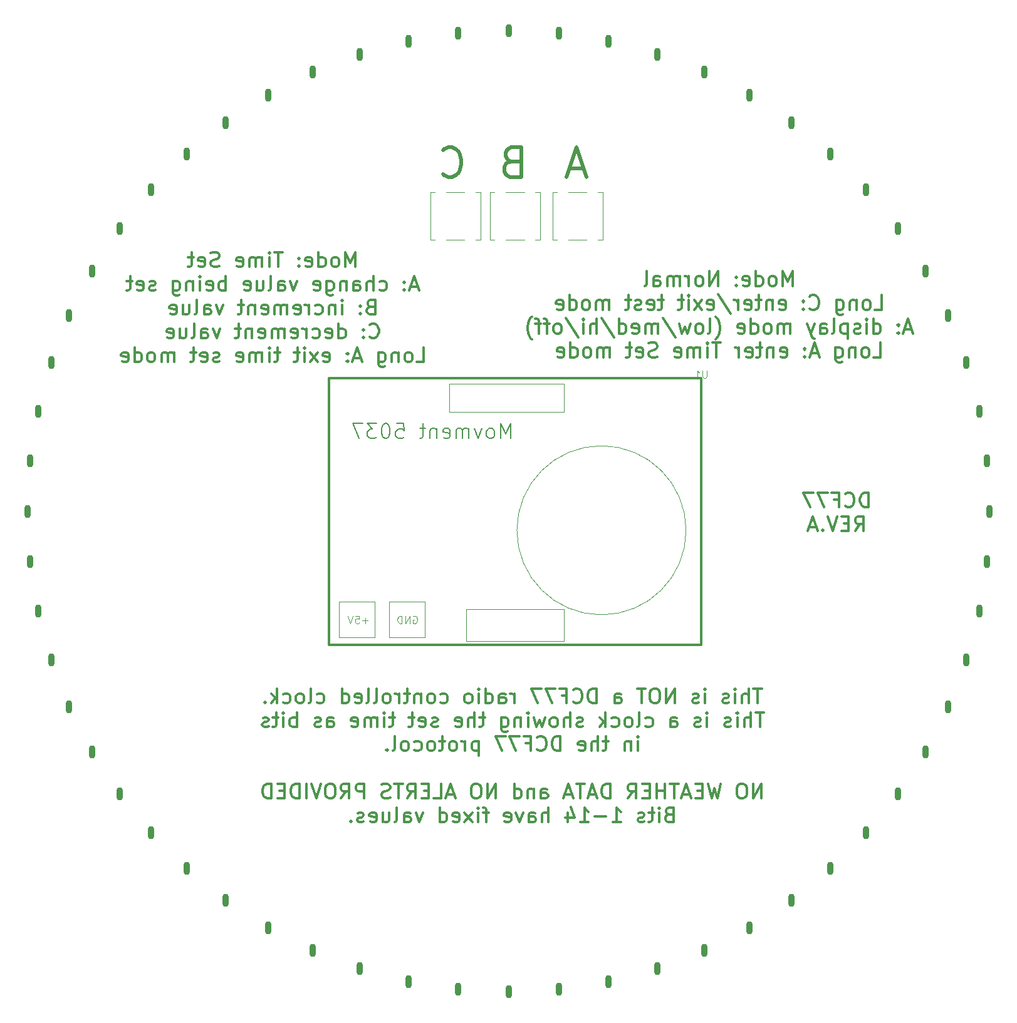
<source format=gbr>
%TF.GenerationSoftware,KiCad,Pcbnew,7.0.7*%
%TF.CreationDate,2024-11-28T18:31:40+01:00*%
%TF.ProjectId,FaceDCF77,46616365-4443-4463-9737-2e6b69636164,rev?*%
%TF.SameCoordinates,Original*%
%TF.FileFunction,Legend,Bot*%
%TF.FilePolarity,Positive*%
%FSLAX46Y46*%
G04 Gerber Fmt 4.6, Leading zero omitted, Abs format (unit mm)*
G04 Created by KiCad (PCBNEW 7.0.7) date 2024-11-28 18:31:40*
%MOMM*%
%LPD*%
G01*
G04 APERTURE LIST*
%ADD10C,0.300000*%
%ADD11C,0.500000*%
%ADD12C,0.100000*%
%ADD13C,0.200000*%
%ADD14C,0.120000*%
%ADD15O,0.900000X1.800000*%
G04 APERTURE END LIST*
D10*
X169289762Y-62469638D02*
X169289762Y-60469638D01*
X169289762Y-60469638D02*
X168623095Y-61898209D01*
X168623095Y-61898209D02*
X167956429Y-60469638D01*
X167956429Y-60469638D02*
X167956429Y-62469638D01*
X166718334Y-62469638D02*
X166908810Y-62374400D01*
X166908810Y-62374400D02*
X167004048Y-62279161D01*
X167004048Y-62279161D02*
X167099286Y-62088685D01*
X167099286Y-62088685D02*
X167099286Y-61517257D01*
X167099286Y-61517257D02*
X167004048Y-61326780D01*
X167004048Y-61326780D02*
X166908810Y-61231542D01*
X166908810Y-61231542D02*
X166718334Y-61136304D01*
X166718334Y-61136304D02*
X166432619Y-61136304D01*
X166432619Y-61136304D02*
X166242143Y-61231542D01*
X166242143Y-61231542D02*
X166146905Y-61326780D01*
X166146905Y-61326780D02*
X166051667Y-61517257D01*
X166051667Y-61517257D02*
X166051667Y-62088685D01*
X166051667Y-62088685D02*
X166146905Y-62279161D01*
X166146905Y-62279161D02*
X166242143Y-62374400D01*
X166242143Y-62374400D02*
X166432619Y-62469638D01*
X166432619Y-62469638D02*
X166718334Y-62469638D01*
X164337381Y-62469638D02*
X164337381Y-60469638D01*
X164337381Y-62374400D02*
X164527857Y-62469638D01*
X164527857Y-62469638D02*
X164908810Y-62469638D01*
X164908810Y-62469638D02*
X165099286Y-62374400D01*
X165099286Y-62374400D02*
X165194524Y-62279161D01*
X165194524Y-62279161D02*
X165289762Y-62088685D01*
X165289762Y-62088685D02*
X165289762Y-61517257D01*
X165289762Y-61517257D02*
X165194524Y-61326780D01*
X165194524Y-61326780D02*
X165099286Y-61231542D01*
X165099286Y-61231542D02*
X164908810Y-61136304D01*
X164908810Y-61136304D02*
X164527857Y-61136304D01*
X164527857Y-61136304D02*
X164337381Y-61231542D01*
X162623095Y-62374400D02*
X162813571Y-62469638D01*
X162813571Y-62469638D02*
X163194524Y-62469638D01*
X163194524Y-62469638D02*
X163385000Y-62374400D01*
X163385000Y-62374400D02*
X163480238Y-62183923D01*
X163480238Y-62183923D02*
X163480238Y-61422019D01*
X163480238Y-61422019D02*
X163385000Y-61231542D01*
X163385000Y-61231542D02*
X163194524Y-61136304D01*
X163194524Y-61136304D02*
X162813571Y-61136304D01*
X162813571Y-61136304D02*
X162623095Y-61231542D01*
X162623095Y-61231542D02*
X162527857Y-61422019D01*
X162527857Y-61422019D02*
X162527857Y-61612495D01*
X162527857Y-61612495D02*
X163480238Y-61802971D01*
X161670714Y-62279161D02*
X161575476Y-62374400D01*
X161575476Y-62374400D02*
X161670714Y-62469638D01*
X161670714Y-62469638D02*
X161765952Y-62374400D01*
X161765952Y-62374400D02*
X161670714Y-62279161D01*
X161670714Y-62279161D02*
X161670714Y-62469638D01*
X161670714Y-61231542D02*
X161575476Y-61326780D01*
X161575476Y-61326780D02*
X161670714Y-61422019D01*
X161670714Y-61422019D02*
X161765952Y-61326780D01*
X161765952Y-61326780D02*
X161670714Y-61231542D01*
X161670714Y-61231542D02*
X161670714Y-61422019D01*
X159194523Y-62469638D02*
X159194523Y-60469638D01*
X159194523Y-60469638D02*
X158051666Y-62469638D01*
X158051666Y-62469638D02*
X158051666Y-60469638D01*
X156813571Y-62469638D02*
X157004047Y-62374400D01*
X157004047Y-62374400D02*
X157099285Y-62279161D01*
X157099285Y-62279161D02*
X157194523Y-62088685D01*
X157194523Y-62088685D02*
X157194523Y-61517257D01*
X157194523Y-61517257D02*
X157099285Y-61326780D01*
X157099285Y-61326780D02*
X157004047Y-61231542D01*
X157004047Y-61231542D02*
X156813571Y-61136304D01*
X156813571Y-61136304D02*
X156527856Y-61136304D01*
X156527856Y-61136304D02*
X156337380Y-61231542D01*
X156337380Y-61231542D02*
X156242142Y-61326780D01*
X156242142Y-61326780D02*
X156146904Y-61517257D01*
X156146904Y-61517257D02*
X156146904Y-62088685D01*
X156146904Y-62088685D02*
X156242142Y-62279161D01*
X156242142Y-62279161D02*
X156337380Y-62374400D01*
X156337380Y-62374400D02*
X156527856Y-62469638D01*
X156527856Y-62469638D02*
X156813571Y-62469638D01*
X155289761Y-62469638D02*
X155289761Y-61136304D01*
X155289761Y-61517257D02*
X155194523Y-61326780D01*
X155194523Y-61326780D02*
X155099285Y-61231542D01*
X155099285Y-61231542D02*
X154908809Y-61136304D01*
X154908809Y-61136304D02*
X154718332Y-61136304D01*
X154051666Y-62469638D02*
X154051666Y-61136304D01*
X154051666Y-61326780D02*
X153956428Y-61231542D01*
X153956428Y-61231542D02*
X153765952Y-61136304D01*
X153765952Y-61136304D02*
X153480237Y-61136304D01*
X153480237Y-61136304D02*
X153289761Y-61231542D01*
X153289761Y-61231542D02*
X153194523Y-61422019D01*
X153194523Y-61422019D02*
X153194523Y-62469638D01*
X153194523Y-61422019D02*
X153099285Y-61231542D01*
X153099285Y-61231542D02*
X152908809Y-61136304D01*
X152908809Y-61136304D02*
X152623095Y-61136304D01*
X152623095Y-61136304D02*
X152432618Y-61231542D01*
X152432618Y-61231542D02*
X152337380Y-61422019D01*
X152337380Y-61422019D02*
X152337380Y-62469638D01*
X150527856Y-62469638D02*
X150527856Y-61422019D01*
X150527856Y-61422019D02*
X150623094Y-61231542D01*
X150623094Y-61231542D02*
X150813570Y-61136304D01*
X150813570Y-61136304D02*
X151194523Y-61136304D01*
X151194523Y-61136304D02*
X151384999Y-61231542D01*
X150527856Y-62374400D02*
X150718332Y-62469638D01*
X150718332Y-62469638D02*
X151194523Y-62469638D01*
X151194523Y-62469638D02*
X151384999Y-62374400D01*
X151384999Y-62374400D02*
X151480237Y-62183923D01*
X151480237Y-62183923D02*
X151480237Y-61993447D01*
X151480237Y-61993447D02*
X151384999Y-61802971D01*
X151384999Y-61802971D02*
X151194523Y-61707733D01*
X151194523Y-61707733D02*
X150718332Y-61707733D01*
X150718332Y-61707733D02*
X150527856Y-61612495D01*
X149289761Y-62469638D02*
X149480237Y-62374400D01*
X149480237Y-62374400D02*
X149575475Y-62183923D01*
X149575475Y-62183923D02*
X149575475Y-60469638D01*
X180385002Y-65689638D02*
X181337383Y-65689638D01*
X181337383Y-65689638D02*
X181337383Y-63689638D01*
X179432621Y-65689638D02*
X179623097Y-65594400D01*
X179623097Y-65594400D02*
X179718335Y-65499161D01*
X179718335Y-65499161D02*
X179813573Y-65308685D01*
X179813573Y-65308685D02*
X179813573Y-64737257D01*
X179813573Y-64737257D02*
X179718335Y-64546780D01*
X179718335Y-64546780D02*
X179623097Y-64451542D01*
X179623097Y-64451542D02*
X179432621Y-64356304D01*
X179432621Y-64356304D02*
X179146906Y-64356304D01*
X179146906Y-64356304D02*
X178956430Y-64451542D01*
X178956430Y-64451542D02*
X178861192Y-64546780D01*
X178861192Y-64546780D02*
X178765954Y-64737257D01*
X178765954Y-64737257D02*
X178765954Y-65308685D01*
X178765954Y-65308685D02*
X178861192Y-65499161D01*
X178861192Y-65499161D02*
X178956430Y-65594400D01*
X178956430Y-65594400D02*
X179146906Y-65689638D01*
X179146906Y-65689638D02*
X179432621Y-65689638D01*
X177908811Y-64356304D02*
X177908811Y-65689638D01*
X177908811Y-64546780D02*
X177813573Y-64451542D01*
X177813573Y-64451542D02*
X177623097Y-64356304D01*
X177623097Y-64356304D02*
X177337382Y-64356304D01*
X177337382Y-64356304D02*
X177146906Y-64451542D01*
X177146906Y-64451542D02*
X177051668Y-64642019D01*
X177051668Y-64642019D02*
X177051668Y-65689638D01*
X175242144Y-64356304D02*
X175242144Y-65975352D01*
X175242144Y-65975352D02*
X175337382Y-66165828D01*
X175337382Y-66165828D02*
X175432620Y-66261066D01*
X175432620Y-66261066D02*
X175623097Y-66356304D01*
X175623097Y-66356304D02*
X175908811Y-66356304D01*
X175908811Y-66356304D02*
X176099287Y-66261066D01*
X175242144Y-65594400D02*
X175432620Y-65689638D01*
X175432620Y-65689638D02*
X175813573Y-65689638D01*
X175813573Y-65689638D02*
X176004049Y-65594400D01*
X176004049Y-65594400D02*
X176099287Y-65499161D01*
X176099287Y-65499161D02*
X176194525Y-65308685D01*
X176194525Y-65308685D02*
X176194525Y-64737257D01*
X176194525Y-64737257D02*
X176099287Y-64546780D01*
X176099287Y-64546780D02*
X176004049Y-64451542D01*
X176004049Y-64451542D02*
X175813573Y-64356304D01*
X175813573Y-64356304D02*
X175432620Y-64356304D01*
X175432620Y-64356304D02*
X175242144Y-64451542D01*
X171623096Y-65499161D02*
X171718334Y-65594400D01*
X171718334Y-65594400D02*
X172004048Y-65689638D01*
X172004048Y-65689638D02*
X172194524Y-65689638D01*
X172194524Y-65689638D02*
X172480239Y-65594400D01*
X172480239Y-65594400D02*
X172670715Y-65403923D01*
X172670715Y-65403923D02*
X172765953Y-65213447D01*
X172765953Y-65213447D02*
X172861191Y-64832495D01*
X172861191Y-64832495D02*
X172861191Y-64546780D01*
X172861191Y-64546780D02*
X172765953Y-64165828D01*
X172765953Y-64165828D02*
X172670715Y-63975352D01*
X172670715Y-63975352D02*
X172480239Y-63784876D01*
X172480239Y-63784876D02*
X172194524Y-63689638D01*
X172194524Y-63689638D02*
X172004048Y-63689638D01*
X172004048Y-63689638D02*
X171718334Y-63784876D01*
X171718334Y-63784876D02*
X171623096Y-63880114D01*
X170765953Y-65499161D02*
X170670715Y-65594400D01*
X170670715Y-65594400D02*
X170765953Y-65689638D01*
X170765953Y-65689638D02*
X170861191Y-65594400D01*
X170861191Y-65594400D02*
X170765953Y-65499161D01*
X170765953Y-65499161D02*
X170765953Y-65689638D01*
X170765953Y-64451542D02*
X170670715Y-64546780D01*
X170670715Y-64546780D02*
X170765953Y-64642019D01*
X170765953Y-64642019D02*
X170861191Y-64546780D01*
X170861191Y-64546780D02*
X170765953Y-64451542D01*
X170765953Y-64451542D02*
X170765953Y-64642019D01*
X167527857Y-65594400D02*
X167718333Y-65689638D01*
X167718333Y-65689638D02*
X168099286Y-65689638D01*
X168099286Y-65689638D02*
X168289762Y-65594400D01*
X168289762Y-65594400D02*
X168385000Y-65403923D01*
X168385000Y-65403923D02*
X168385000Y-64642019D01*
X168385000Y-64642019D02*
X168289762Y-64451542D01*
X168289762Y-64451542D02*
X168099286Y-64356304D01*
X168099286Y-64356304D02*
X167718333Y-64356304D01*
X167718333Y-64356304D02*
X167527857Y-64451542D01*
X167527857Y-64451542D02*
X167432619Y-64642019D01*
X167432619Y-64642019D02*
X167432619Y-64832495D01*
X167432619Y-64832495D02*
X168385000Y-65022971D01*
X166575476Y-64356304D02*
X166575476Y-65689638D01*
X166575476Y-64546780D02*
X166480238Y-64451542D01*
X166480238Y-64451542D02*
X166289762Y-64356304D01*
X166289762Y-64356304D02*
X166004047Y-64356304D01*
X166004047Y-64356304D02*
X165813571Y-64451542D01*
X165813571Y-64451542D02*
X165718333Y-64642019D01*
X165718333Y-64642019D02*
X165718333Y-65689638D01*
X165051666Y-64356304D02*
X164289762Y-64356304D01*
X164765952Y-63689638D02*
X164765952Y-65403923D01*
X164765952Y-65403923D02*
X164670714Y-65594400D01*
X164670714Y-65594400D02*
X164480238Y-65689638D01*
X164480238Y-65689638D02*
X164289762Y-65689638D01*
X162861190Y-65594400D02*
X163051666Y-65689638D01*
X163051666Y-65689638D02*
X163432619Y-65689638D01*
X163432619Y-65689638D02*
X163623095Y-65594400D01*
X163623095Y-65594400D02*
X163718333Y-65403923D01*
X163718333Y-65403923D02*
X163718333Y-64642019D01*
X163718333Y-64642019D02*
X163623095Y-64451542D01*
X163623095Y-64451542D02*
X163432619Y-64356304D01*
X163432619Y-64356304D02*
X163051666Y-64356304D01*
X163051666Y-64356304D02*
X162861190Y-64451542D01*
X162861190Y-64451542D02*
X162765952Y-64642019D01*
X162765952Y-64642019D02*
X162765952Y-64832495D01*
X162765952Y-64832495D02*
X163718333Y-65022971D01*
X161908809Y-65689638D02*
X161908809Y-64356304D01*
X161908809Y-64737257D02*
X161813571Y-64546780D01*
X161813571Y-64546780D02*
X161718333Y-64451542D01*
X161718333Y-64451542D02*
X161527857Y-64356304D01*
X161527857Y-64356304D02*
X161337380Y-64356304D01*
X159242143Y-63594400D02*
X160956428Y-66165828D01*
X157813571Y-65594400D02*
X158004047Y-65689638D01*
X158004047Y-65689638D02*
X158385000Y-65689638D01*
X158385000Y-65689638D02*
X158575476Y-65594400D01*
X158575476Y-65594400D02*
X158670714Y-65403923D01*
X158670714Y-65403923D02*
X158670714Y-64642019D01*
X158670714Y-64642019D02*
X158575476Y-64451542D01*
X158575476Y-64451542D02*
X158385000Y-64356304D01*
X158385000Y-64356304D02*
X158004047Y-64356304D01*
X158004047Y-64356304D02*
X157813571Y-64451542D01*
X157813571Y-64451542D02*
X157718333Y-64642019D01*
X157718333Y-64642019D02*
X157718333Y-64832495D01*
X157718333Y-64832495D02*
X158670714Y-65022971D01*
X157051666Y-65689638D02*
X156004047Y-64356304D01*
X157051666Y-64356304D02*
X156004047Y-65689638D01*
X155242142Y-65689638D02*
X155242142Y-64356304D01*
X155242142Y-63689638D02*
X155337380Y-63784876D01*
X155337380Y-63784876D02*
X155242142Y-63880114D01*
X155242142Y-63880114D02*
X155146904Y-63784876D01*
X155146904Y-63784876D02*
X155242142Y-63689638D01*
X155242142Y-63689638D02*
X155242142Y-63880114D01*
X154575475Y-64356304D02*
X153813571Y-64356304D01*
X154289761Y-63689638D02*
X154289761Y-65403923D01*
X154289761Y-65403923D02*
X154194523Y-65594400D01*
X154194523Y-65594400D02*
X154004047Y-65689638D01*
X154004047Y-65689638D02*
X153813571Y-65689638D01*
X151908808Y-64356304D02*
X151146904Y-64356304D01*
X151623094Y-63689638D02*
X151623094Y-65403923D01*
X151623094Y-65403923D02*
X151527856Y-65594400D01*
X151527856Y-65594400D02*
X151337380Y-65689638D01*
X151337380Y-65689638D02*
X151146904Y-65689638D01*
X149718332Y-65594400D02*
X149908808Y-65689638D01*
X149908808Y-65689638D02*
X150289761Y-65689638D01*
X150289761Y-65689638D02*
X150480237Y-65594400D01*
X150480237Y-65594400D02*
X150575475Y-65403923D01*
X150575475Y-65403923D02*
X150575475Y-64642019D01*
X150575475Y-64642019D02*
X150480237Y-64451542D01*
X150480237Y-64451542D02*
X150289761Y-64356304D01*
X150289761Y-64356304D02*
X149908808Y-64356304D01*
X149908808Y-64356304D02*
X149718332Y-64451542D01*
X149718332Y-64451542D02*
X149623094Y-64642019D01*
X149623094Y-64642019D02*
X149623094Y-64832495D01*
X149623094Y-64832495D02*
X150575475Y-65022971D01*
X148861189Y-65594400D02*
X148670713Y-65689638D01*
X148670713Y-65689638D02*
X148289761Y-65689638D01*
X148289761Y-65689638D02*
X148099284Y-65594400D01*
X148099284Y-65594400D02*
X148004046Y-65403923D01*
X148004046Y-65403923D02*
X148004046Y-65308685D01*
X148004046Y-65308685D02*
X148099284Y-65118209D01*
X148099284Y-65118209D02*
X148289761Y-65022971D01*
X148289761Y-65022971D02*
X148575475Y-65022971D01*
X148575475Y-65022971D02*
X148765951Y-64927733D01*
X148765951Y-64927733D02*
X148861189Y-64737257D01*
X148861189Y-64737257D02*
X148861189Y-64642019D01*
X148861189Y-64642019D02*
X148765951Y-64451542D01*
X148765951Y-64451542D02*
X148575475Y-64356304D01*
X148575475Y-64356304D02*
X148289761Y-64356304D01*
X148289761Y-64356304D02*
X148099284Y-64451542D01*
X147432617Y-64356304D02*
X146670713Y-64356304D01*
X147146903Y-63689638D02*
X147146903Y-65403923D01*
X147146903Y-65403923D02*
X147051665Y-65594400D01*
X147051665Y-65594400D02*
X146861189Y-65689638D01*
X146861189Y-65689638D02*
X146670713Y-65689638D01*
X144480236Y-65689638D02*
X144480236Y-64356304D01*
X144480236Y-64546780D02*
X144384998Y-64451542D01*
X144384998Y-64451542D02*
X144194522Y-64356304D01*
X144194522Y-64356304D02*
X143908807Y-64356304D01*
X143908807Y-64356304D02*
X143718331Y-64451542D01*
X143718331Y-64451542D02*
X143623093Y-64642019D01*
X143623093Y-64642019D02*
X143623093Y-65689638D01*
X143623093Y-64642019D02*
X143527855Y-64451542D01*
X143527855Y-64451542D02*
X143337379Y-64356304D01*
X143337379Y-64356304D02*
X143051665Y-64356304D01*
X143051665Y-64356304D02*
X142861188Y-64451542D01*
X142861188Y-64451542D02*
X142765950Y-64642019D01*
X142765950Y-64642019D02*
X142765950Y-65689638D01*
X141527855Y-65689638D02*
X141718331Y-65594400D01*
X141718331Y-65594400D02*
X141813569Y-65499161D01*
X141813569Y-65499161D02*
X141908807Y-65308685D01*
X141908807Y-65308685D02*
X141908807Y-64737257D01*
X141908807Y-64737257D02*
X141813569Y-64546780D01*
X141813569Y-64546780D02*
X141718331Y-64451542D01*
X141718331Y-64451542D02*
X141527855Y-64356304D01*
X141527855Y-64356304D02*
X141242140Y-64356304D01*
X141242140Y-64356304D02*
X141051664Y-64451542D01*
X141051664Y-64451542D02*
X140956426Y-64546780D01*
X140956426Y-64546780D02*
X140861188Y-64737257D01*
X140861188Y-64737257D02*
X140861188Y-65308685D01*
X140861188Y-65308685D02*
X140956426Y-65499161D01*
X140956426Y-65499161D02*
X141051664Y-65594400D01*
X141051664Y-65594400D02*
X141242140Y-65689638D01*
X141242140Y-65689638D02*
X141527855Y-65689638D01*
X139146902Y-65689638D02*
X139146902Y-63689638D01*
X139146902Y-65594400D02*
X139337378Y-65689638D01*
X139337378Y-65689638D02*
X139718331Y-65689638D01*
X139718331Y-65689638D02*
X139908807Y-65594400D01*
X139908807Y-65594400D02*
X140004045Y-65499161D01*
X140004045Y-65499161D02*
X140099283Y-65308685D01*
X140099283Y-65308685D02*
X140099283Y-64737257D01*
X140099283Y-64737257D02*
X140004045Y-64546780D01*
X140004045Y-64546780D02*
X139908807Y-64451542D01*
X139908807Y-64451542D02*
X139718331Y-64356304D01*
X139718331Y-64356304D02*
X139337378Y-64356304D01*
X139337378Y-64356304D02*
X139146902Y-64451542D01*
X137432616Y-65594400D02*
X137623092Y-65689638D01*
X137623092Y-65689638D02*
X138004045Y-65689638D01*
X138004045Y-65689638D02*
X138194521Y-65594400D01*
X138194521Y-65594400D02*
X138289759Y-65403923D01*
X138289759Y-65403923D02*
X138289759Y-64642019D01*
X138289759Y-64642019D02*
X138194521Y-64451542D01*
X138194521Y-64451542D02*
X138004045Y-64356304D01*
X138004045Y-64356304D02*
X137623092Y-64356304D01*
X137623092Y-64356304D02*
X137432616Y-64451542D01*
X137432616Y-64451542D02*
X137337378Y-64642019D01*
X137337378Y-64642019D02*
X137337378Y-64832495D01*
X137337378Y-64832495D02*
X138289759Y-65022971D01*
X185385001Y-68338209D02*
X184432620Y-68338209D01*
X185575477Y-68909638D02*
X184908811Y-66909638D01*
X184908811Y-66909638D02*
X184242144Y-68909638D01*
X183575477Y-68719161D02*
X183480239Y-68814400D01*
X183480239Y-68814400D02*
X183575477Y-68909638D01*
X183575477Y-68909638D02*
X183670715Y-68814400D01*
X183670715Y-68814400D02*
X183575477Y-68719161D01*
X183575477Y-68719161D02*
X183575477Y-68909638D01*
X183575477Y-67671542D02*
X183480239Y-67766780D01*
X183480239Y-67766780D02*
X183575477Y-67862019D01*
X183575477Y-67862019D02*
X183670715Y-67766780D01*
X183670715Y-67766780D02*
X183575477Y-67671542D01*
X183575477Y-67671542D02*
X183575477Y-67862019D01*
X180242143Y-68909638D02*
X180242143Y-66909638D01*
X180242143Y-68814400D02*
X180432619Y-68909638D01*
X180432619Y-68909638D02*
X180813572Y-68909638D01*
X180813572Y-68909638D02*
X181004048Y-68814400D01*
X181004048Y-68814400D02*
X181099286Y-68719161D01*
X181099286Y-68719161D02*
X181194524Y-68528685D01*
X181194524Y-68528685D02*
X181194524Y-67957257D01*
X181194524Y-67957257D02*
X181099286Y-67766780D01*
X181099286Y-67766780D02*
X181004048Y-67671542D01*
X181004048Y-67671542D02*
X180813572Y-67576304D01*
X180813572Y-67576304D02*
X180432619Y-67576304D01*
X180432619Y-67576304D02*
X180242143Y-67671542D01*
X179289762Y-68909638D02*
X179289762Y-67576304D01*
X179289762Y-66909638D02*
X179385000Y-67004876D01*
X179385000Y-67004876D02*
X179289762Y-67100114D01*
X179289762Y-67100114D02*
X179194524Y-67004876D01*
X179194524Y-67004876D02*
X179289762Y-66909638D01*
X179289762Y-66909638D02*
X179289762Y-67100114D01*
X178432619Y-68814400D02*
X178242143Y-68909638D01*
X178242143Y-68909638D02*
X177861191Y-68909638D01*
X177861191Y-68909638D02*
X177670714Y-68814400D01*
X177670714Y-68814400D02*
X177575476Y-68623923D01*
X177575476Y-68623923D02*
X177575476Y-68528685D01*
X177575476Y-68528685D02*
X177670714Y-68338209D01*
X177670714Y-68338209D02*
X177861191Y-68242971D01*
X177861191Y-68242971D02*
X178146905Y-68242971D01*
X178146905Y-68242971D02*
X178337381Y-68147733D01*
X178337381Y-68147733D02*
X178432619Y-67957257D01*
X178432619Y-67957257D02*
X178432619Y-67862019D01*
X178432619Y-67862019D02*
X178337381Y-67671542D01*
X178337381Y-67671542D02*
X178146905Y-67576304D01*
X178146905Y-67576304D02*
X177861191Y-67576304D01*
X177861191Y-67576304D02*
X177670714Y-67671542D01*
X176718333Y-67576304D02*
X176718333Y-69576304D01*
X176718333Y-67671542D02*
X176527857Y-67576304D01*
X176527857Y-67576304D02*
X176146904Y-67576304D01*
X176146904Y-67576304D02*
X175956428Y-67671542D01*
X175956428Y-67671542D02*
X175861190Y-67766780D01*
X175861190Y-67766780D02*
X175765952Y-67957257D01*
X175765952Y-67957257D02*
X175765952Y-68528685D01*
X175765952Y-68528685D02*
X175861190Y-68719161D01*
X175861190Y-68719161D02*
X175956428Y-68814400D01*
X175956428Y-68814400D02*
X176146904Y-68909638D01*
X176146904Y-68909638D02*
X176527857Y-68909638D01*
X176527857Y-68909638D02*
X176718333Y-68814400D01*
X174623095Y-68909638D02*
X174813571Y-68814400D01*
X174813571Y-68814400D02*
X174908809Y-68623923D01*
X174908809Y-68623923D02*
X174908809Y-66909638D01*
X173004047Y-68909638D02*
X173004047Y-67862019D01*
X173004047Y-67862019D02*
X173099285Y-67671542D01*
X173099285Y-67671542D02*
X173289761Y-67576304D01*
X173289761Y-67576304D02*
X173670714Y-67576304D01*
X173670714Y-67576304D02*
X173861190Y-67671542D01*
X173004047Y-68814400D02*
X173194523Y-68909638D01*
X173194523Y-68909638D02*
X173670714Y-68909638D01*
X173670714Y-68909638D02*
X173861190Y-68814400D01*
X173861190Y-68814400D02*
X173956428Y-68623923D01*
X173956428Y-68623923D02*
X173956428Y-68433447D01*
X173956428Y-68433447D02*
X173861190Y-68242971D01*
X173861190Y-68242971D02*
X173670714Y-68147733D01*
X173670714Y-68147733D02*
X173194523Y-68147733D01*
X173194523Y-68147733D02*
X173004047Y-68052495D01*
X172242142Y-67576304D02*
X171765952Y-68909638D01*
X171289761Y-67576304D02*
X171765952Y-68909638D01*
X171765952Y-68909638D02*
X171956428Y-69385828D01*
X171956428Y-69385828D02*
X172051666Y-69481066D01*
X172051666Y-69481066D02*
X172242142Y-69576304D01*
X169004046Y-68909638D02*
X169004046Y-67576304D01*
X169004046Y-67766780D02*
X168908808Y-67671542D01*
X168908808Y-67671542D02*
X168718332Y-67576304D01*
X168718332Y-67576304D02*
X168432617Y-67576304D01*
X168432617Y-67576304D02*
X168242141Y-67671542D01*
X168242141Y-67671542D02*
X168146903Y-67862019D01*
X168146903Y-67862019D02*
X168146903Y-68909638D01*
X168146903Y-67862019D02*
X168051665Y-67671542D01*
X168051665Y-67671542D02*
X167861189Y-67576304D01*
X167861189Y-67576304D02*
X167575475Y-67576304D01*
X167575475Y-67576304D02*
X167384998Y-67671542D01*
X167384998Y-67671542D02*
X167289760Y-67862019D01*
X167289760Y-67862019D02*
X167289760Y-68909638D01*
X166051665Y-68909638D02*
X166242141Y-68814400D01*
X166242141Y-68814400D02*
X166337379Y-68719161D01*
X166337379Y-68719161D02*
X166432617Y-68528685D01*
X166432617Y-68528685D02*
X166432617Y-67957257D01*
X166432617Y-67957257D02*
X166337379Y-67766780D01*
X166337379Y-67766780D02*
X166242141Y-67671542D01*
X166242141Y-67671542D02*
X166051665Y-67576304D01*
X166051665Y-67576304D02*
X165765950Y-67576304D01*
X165765950Y-67576304D02*
X165575474Y-67671542D01*
X165575474Y-67671542D02*
X165480236Y-67766780D01*
X165480236Y-67766780D02*
X165384998Y-67957257D01*
X165384998Y-67957257D02*
X165384998Y-68528685D01*
X165384998Y-68528685D02*
X165480236Y-68719161D01*
X165480236Y-68719161D02*
X165575474Y-68814400D01*
X165575474Y-68814400D02*
X165765950Y-68909638D01*
X165765950Y-68909638D02*
X166051665Y-68909638D01*
X163670712Y-68909638D02*
X163670712Y-66909638D01*
X163670712Y-68814400D02*
X163861188Y-68909638D01*
X163861188Y-68909638D02*
X164242141Y-68909638D01*
X164242141Y-68909638D02*
X164432617Y-68814400D01*
X164432617Y-68814400D02*
X164527855Y-68719161D01*
X164527855Y-68719161D02*
X164623093Y-68528685D01*
X164623093Y-68528685D02*
X164623093Y-67957257D01*
X164623093Y-67957257D02*
X164527855Y-67766780D01*
X164527855Y-67766780D02*
X164432617Y-67671542D01*
X164432617Y-67671542D02*
X164242141Y-67576304D01*
X164242141Y-67576304D02*
X163861188Y-67576304D01*
X163861188Y-67576304D02*
X163670712Y-67671542D01*
X161956426Y-68814400D02*
X162146902Y-68909638D01*
X162146902Y-68909638D02*
X162527855Y-68909638D01*
X162527855Y-68909638D02*
X162718331Y-68814400D01*
X162718331Y-68814400D02*
X162813569Y-68623923D01*
X162813569Y-68623923D02*
X162813569Y-67862019D01*
X162813569Y-67862019D02*
X162718331Y-67671542D01*
X162718331Y-67671542D02*
X162527855Y-67576304D01*
X162527855Y-67576304D02*
X162146902Y-67576304D01*
X162146902Y-67576304D02*
X161956426Y-67671542D01*
X161956426Y-67671542D02*
X161861188Y-67862019D01*
X161861188Y-67862019D02*
X161861188Y-68052495D01*
X161861188Y-68052495D02*
X162813569Y-68242971D01*
X158908806Y-69671542D02*
X159004045Y-69576304D01*
X159004045Y-69576304D02*
X159194521Y-69290590D01*
X159194521Y-69290590D02*
X159289759Y-69100114D01*
X159289759Y-69100114D02*
X159384997Y-68814400D01*
X159384997Y-68814400D02*
X159480235Y-68338209D01*
X159480235Y-68338209D02*
X159480235Y-67957257D01*
X159480235Y-67957257D02*
X159384997Y-67481066D01*
X159384997Y-67481066D02*
X159289759Y-67195352D01*
X159289759Y-67195352D02*
X159194521Y-67004876D01*
X159194521Y-67004876D02*
X159004045Y-66719161D01*
X159004045Y-66719161D02*
X158908806Y-66623923D01*
X157861188Y-68909638D02*
X158051664Y-68814400D01*
X158051664Y-68814400D02*
X158146902Y-68623923D01*
X158146902Y-68623923D02*
X158146902Y-66909638D01*
X156813569Y-68909638D02*
X157004045Y-68814400D01*
X157004045Y-68814400D02*
X157099283Y-68719161D01*
X157099283Y-68719161D02*
X157194521Y-68528685D01*
X157194521Y-68528685D02*
X157194521Y-67957257D01*
X157194521Y-67957257D02*
X157099283Y-67766780D01*
X157099283Y-67766780D02*
X157004045Y-67671542D01*
X157004045Y-67671542D02*
X156813569Y-67576304D01*
X156813569Y-67576304D02*
X156527854Y-67576304D01*
X156527854Y-67576304D02*
X156337378Y-67671542D01*
X156337378Y-67671542D02*
X156242140Y-67766780D01*
X156242140Y-67766780D02*
X156146902Y-67957257D01*
X156146902Y-67957257D02*
X156146902Y-68528685D01*
X156146902Y-68528685D02*
X156242140Y-68719161D01*
X156242140Y-68719161D02*
X156337378Y-68814400D01*
X156337378Y-68814400D02*
X156527854Y-68909638D01*
X156527854Y-68909638D02*
X156813569Y-68909638D01*
X155480235Y-67576304D02*
X155099283Y-68909638D01*
X155099283Y-68909638D02*
X154718330Y-67957257D01*
X154718330Y-67957257D02*
X154337378Y-68909638D01*
X154337378Y-68909638D02*
X153956426Y-67576304D01*
X151765950Y-66814400D02*
X153480235Y-69385828D01*
X151099283Y-68909638D02*
X151099283Y-67576304D01*
X151099283Y-67766780D02*
X151004045Y-67671542D01*
X151004045Y-67671542D02*
X150813569Y-67576304D01*
X150813569Y-67576304D02*
X150527854Y-67576304D01*
X150527854Y-67576304D02*
X150337378Y-67671542D01*
X150337378Y-67671542D02*
X150242140Y-67862019D01*
X150242140Y-67862019D02*
X150242140Y-68909638D01*
X150242140Y-67862019D02*
X150146902Y-67671542D01*
X150146902Y-67671542D02*
X149956426Y-67576304D01*
X149956426Y-67576304D02*
X149670712Y-67576304D01*
X149670712Y-67576304D02*
X149480235Y-67671542D01*
X149480235Y-67671542D02*
X149384997Y-67862019D01*
X149384997Y-67862019D02*
X149384997Y-68909638D01*
X147670711Y-68814400D02*
X147861187Y-68909638D01*
X147861187Y-68909638D02*
X148242140Y-68909638D01*
X148242140Y-68909638D02*
X148432616Y-68814400D01*
X148432616Y-68814400D02*
X148527854Y-68623923D01*
X148527854Y-68623923D02*
X148527854Y-67862019D01*
X148527854Y-67862019D02*
X148432616Y-67671542D01*
X148432616Y-67671542D02*
X148242140Y-67576304D01*
X148242140Y-67576304D02*
X147861187Y-67576304D01*
X147861187Y-67576304D02*
X147670711Y-67671542D01*
X147670711Y-67671542D02*
X147575473Y-67862019D01*
X147575473Y-67862019D02*
X147575473Y-68052495D01*
X147575473Y-68052495D02*
X148527854Y-68242971D01*
X145861187Y-68909638D02*
X145861187Y-66909638D01*
X145861187Y-68814400D02*
X146051663Y-68909638D01*
X146051663Y-68909638D02*
X146432616Y-68909638D01*
X146432616Y-68909638D02*
X146623092Y-68814400D01*
X146623092Y-68814400D02*
X146718330Y-68719161D01*
X146718330Y-68719161D02*
X146813568Y-68528685D01*
X146813568Y-68528685D02*
X146813568Y-67957257D01*
X146813568Y-67957257D02*
X146718330Y-67766780D01*
X146718330Y-67766780D02*
X146623092Y-67671542D01*
X146623092Y-67671542D02*
X146432616Y-67576304D01*
X146432616Y-67576304D02*
X146051663Y-67576304D01*
X146051663Y-67576304D02*
X145861187Y-67671542D01*
X143480235Y-66814400D02*
X145194520Y-69385828D01*
X142813568Y-68909638D02*
X142813568Y-66909638D01*
X141956425Y-68909638D02*
X141956425Y-67862019D01*
X141956425Y-67862019D02*
X142051663Y-67671542D01*
X142051663Y-67671542D02*
X142242139Y-67576304D01*
X142242139Y-67576304D02*
X142527854Y-67576304D01*
X142527854Y-67576304D02*
X142718330Y-67671542D01*
X142718330Y-67671542D02*
X142813568Y-67766780D01*
X141004044Y-68909638D02*
X141004044Y-67576304D01*
X141004044Y-66909638D02*
X141099282Y-67004876D01*
X141099282Y-67004876D02*
X141004044Y-67100114D01*
X141004044Y-67100114D02*
X140908806Y-67004876D01*
X140908806Y-67004876D02*
X141004044Y-66909638D01*
X141004044Y-66909638D02*
X141004044Y-67100114D01*
X138623092Y-66814400D02*
X140337377Y-69385828D01*
X137670711Y-68909638D02*
X137861187Y-68814400D01*
X137861187Y-68814400D02*
X137956425Y-68719161D01*
X137956425Y-68719161D02*
X138051663Y-68528685D01*
X138051663Y-68528685D02*
X138051663Y-67957257D01*
X138051663Y-67957257D02*
X137956425Y-67766780D01*
X137956425Y-67766780D02*
X137861187Y-67671542D01*
X137861187Y-67671542D02*
X137670711Y-67576304D01*
X137670711Y-67576304D02*
X137384996Y-67576304D01*
X137384996Y-67576304D02*
X137194520Y-67671542D01*
X137194520Y-67671542D02*
X137099282Y-67766780D01*
X137099282Y-67766780D02*
X137004044Y-67957257D01*
X137004044Y-67957257D02*
X137004044Y-68528685D01*
X137004044Y-68528685D02*
X137099282Y-68719161D01*
X137099282Y-68719161D02*
X137194520Y-68814400D01*
X137194520Y-68814400D02*
X137384996Y-68909638D01*
X137384996Y-68909638D02*
X137670711Y-68909638D01*
X136432615Y-67576304D02*
X135670711Y-67576304D01*
X136146901Y-68909638D02*
X136146901Y-67195352D01*
X136146901Y-67195352D02*
X136051663Y-67004876D01*
X136051663Y-67004876D02*
X135861187Y-66909638D01*
X135861187Y-66909638D02*
X135670711Y-66909638D01*
X135289758Y-67576304D02*
X134527854Y-67576304D01*
X135004044Y-68909638D02*
X135004044Y-67195352D01*
X135004044Y-67195352D02*
X134908806Y-67004876D01*
X134908806Y-67004876D02*
X134718330Y-66909638D01*
X134718330Y-66909638D02*
X134527854Y-66909638D01*
X134051663Y-69671542D02*
X133956425Y-69576304D01*
X133956425Y-69576304D02*
X133765949Y-69290590D01*
X133765949Y-69290590D02*
X133670711Y-69100114D01*
X133670711Y-69100114D02*
X133575473Y-68814400D01*
X133575473Y-68814400D02*
X133480235Y-68338209D01*
X133480235Y-68338209D02*
X133480235Y-67957257D01*
X133480235Y-67957257D02*
X133575473Y-67481066D01*
X133575473Y-67481066D02*
X133670711Y-67195352D01*
X133670711Y-67195352D02*
X133765949Y-67004876D01*
X133765949Y-67004876D02*
X133956425Y-66719161D01*
X133956425Y-66719161D02*
X134051663Y-66623923D01*
X180242145Y-72129638D02*
X181194526Y-72129638D01*
X181194526Y-72129638D02*
X181194526Y-70129638D01*
X179289764Y-72129638D02*
X179480240Y-72034400D01*
X179480240Y-72034400D02*
X179575478Y-71939161D01*
X179575478Y-71939161D02*
X179670716Y-71748685D01*
X179670716Y-71748685D02*
X179670716Y-71177257D01*
X179670716Y-71177257D02*
X179575478Y-70986780D01*
X179575478Y-70986780D02*
X179480240Y-70891542D01*
X179480240Y-70891542D02*
X179289764Y-70796304D01*
X179289764Y-70796304D02*
X179004049Y-70796304D01*
X179004049Y-70796304D02*
X178813573Y-70891542D01*
X178813573Y-70891542D02*
X178718335Y-70986780D01*
X178718335Y-70986780D02*
X178623097Y-71177257D01*
X178623097Y-71177257D02*
X178623097Y-71748685D01*
X178623097Y-71748685D02*
X178718335Y-71939161D01*
X178718335Y-71939161D02*
X178813573Y-72034400D01*
X178813573Y-72034400D02*
X179004049Y-72129638D01*
X179004049Y-72129638D02*
X179289764Y-72129638D01*
X177765954Y-70796304D02*
X177765954Y-72129638D01*
X177765954Y-70986780D02*
X177670716Y-70891542D01*
X177670716Y-70891542D02*
X177480240Y-70796304D01*
X177480240Y-70796304D02*
X177194525Y-70796304D01*
X177194525Y-70796304D02*
X177004049Y-70891542D01*
X177004049Y-70891542D02*
X176908811Y-71082019D01*
X176908811Y-71082019D02*
X176908811Y-72129638D01*
X175099287Y-70796304D02*
X175099287Y-72415352D01*
X175099287Y-72415352D02*
X175194525Y-72605828D01*
X175194525Y-72605828D02*
X175289763Y-72701066D01*
X175289763Y-72701066D02*
X175480240Y-72796304D01*
X175480240Y-72796304D02*
X175765954Y-72796304D01*
X175765954Y-72796304D02*
X175956430Y-72701066D01*
X175099287Y-72034400D02*
X175289763Y-72129638D01*
X175289763Y-72129638D02*
X175670716Y-72129638D01*
X175670716Y-72129638D02*
X175861192Y-72034400D01*
X175861192Y-72034400D02*
X175956430Y-71939161D01*
X175956430Y-71939161D02*
X176051668Y-71748685D01*
X176051668Y-71748685D02*
X176051668Y-71177257D01*
X176051668Y-71177257D02*
X175956430Y-70986780D01*
X175956430Y-70986780D02*
X175861192Y-70891542D01*
X175861192Y-70891542D02*
X175670716Y-70796304D01*
X175670716Y-70796304D02*
X175289763Y-70796304D01*
X175289763Y-70796304D02*
X175099287Y-70891542D01*
X172718334Y-71558209D02*
X171765953Y-71558209D01*
X172908810Y-72129638D02*
X172242144Y-70129638D01*
X172242144Y-70129638D02*
X171575477Y-72129638D01*
X170908810Y-71939161D02*
X170813572Y-72034400D01*
X170813572Y-72034400D02*
X170908810Y-72129638D01*
X170908810Y-72129638D02*
X171004048Y-72034400D01*
X171004048Y-72034400D02*
X170908810Y-71939161D01*
X170908810Y-71939161D02*
X170908810Y-72129638D01*
X170908810Y-70891542D02*
X170813572Y-70986780D01*
X170813572Y-70986780D02*
X170908810Y-71082019D01*
X170908810Y-71082019D02*
X171004048Y-70986780D01*
X171004048Y-70986780D02*
X170908810Y-70891542D01*
X170908810Y-70891542D02*
X170908810Y-71082019D01*
X167670714Y-72034400D02*
X167861190Y-72129638D01*
X167861190Y-72129638D02*
X168242143Y-72129638D01*
X168242143Y-72129638D02*
X168432619Y-72034400D01*
X168432619Y-72034400D02*
X168527857Y-71843923D01*
X168527857Y-71843923D02*
X168527857Y-71082019D01*
X168527857Y-71082019D02*
X168432619Y-70891542D01*
X168432619Y-70891542D02*
X168242143Y-70796304D01*
X168242143Y-70796304D02*
X167861190Y-70796304D01*
X167861190Y-70796304D02*
X167670714Y-70891542D01*
X167670714Y-70891542D02*
X167575476Y-71082019D01*
X167575476Y-71082019D02*
X167575476Y-71272495D01*
X167575476Y-71272495D02*
X168527857Y-71462971D01*
X166718333Y-70796304D02*
X166718333Y-72129638D01*
X166718333Y-70986780D02*
X166623095Y-70891542D01*
X166623095Y-70891542D02*
X166432619Y-70796304D01*
X166432619Y-70796304D02*
X166146904Y-70796304D01*
X166146904Y-70796304D02*
X165956428Y-70891542D01*
X165956428Y-70891542D02*
X165861190Y-71082019D01*
X165861190Y-71082019D02*
X165861190Y-72129638D01*
X165194523Y-70796304D02*
X164432619Y-70796304D01*
X164908809Y-70129638D02*
X164908809Y-71843923D01*
X164908809Y-71843923D02*
X164813571Y-72034400D01*
X164813571Y-72034400D02*
X164623095Y-72129638D01*
X164623095Y-72129638D02*
X164432619Y-72129638D01*
X163004047Y-72034400D02*
X163194523Y-72129638D01*
X163194523Y-72129638D02*
X163575476Y-72129638D01*
X163575476Y-72129638D02*
X163765952Y-72034400D01*
X163765952Y-72034400D02*
X163861190Y-71843923D01*
X163861190Y-71843923D02*
X163861190Y-71082019D01*
X163861190Y-71082019D02*
X163765952Y-70891542D01*
X163765952Y-70891542D02*
X163575476Y-70796304D01*
X163575476Y-70796304D02*
X163194523Y-70796304D01*
X163194523Y-70796304D02*
X163004047Y-70891542D01*
X163004047Y-70891542D02*
X162908809Y-71082019D01*
X162908809Y-71082019D02*
X162908809Y-71272495D01*
X162908809Y-71272495D02*
X163861190Y-71462971D01*
X162051666Y-72129638D02*
X162051666Y-70796304D01*
X162051666Y-71177257D02*
X161956428Y-70986780D01*
X161956428Y-70986780D02*
X161861190Y-70891542D01*
X161861190Y-70891542D02*
X161670714Y-70796304D01*
X161670714Y-70796304D02*
X161480237Y-70796304D01*
X159575475Y-70129638D02*
X158432618Y-70129638D01*
X159004047Y-72129638D02*
X159004047Y-70129638D01*
X157765951Y-72129638D02*
X157765951Y-70796304D01*
X157765951Y-70129638D02*
X157861189Y-70224876D01*
X157861189Y-70224876D02*
X157765951Y-70320114D01*
X157765951Y-70320114D02*
X157670713Y-70224876D01*
X157670713Y-70224876D02*
X157765951Y-70129638D01*
X157765951Y-70129638D02*
X157765951Y-70320114D01*
X156813570Y-72129638D02*
X156813570Y-70796304D01*
X156813570Y-70986780D02*
X156718332Y-70891542D01*
X156718332Y-70891542D02*
X156527856Y-70796304D01*
X156527856Y-70796304D02*
X156242141Y-70796304D01*
X156242141Y-70796304D02*
X156051665Y-70891542D01*
X156051665Y-70891542D02*
X155956427Y-71082019D01*
X155956427Y-71082019D02*
X155956427Y-72129638D01*
X155956427Y-71082019D02*
X155861189Y-70891542D01*
X155861189Y-70891542D02*
X155670713Y-70796304D01*
X155670713Y-70796304D02*
X155384999Y-70796304D01*
X155384999Y-70796304D02*
X155194522Y-70891542D01*
X155194522Y-70891542D02*
X155099284Y-71082019D01*
X155099284Y-71082019D02*
X155099284Y-72129638D01*
X153384998Y-72034400D02*
X153575474Y-72129638D01*
X153575474Y-72129638D02*
X153956427Y-72129638D01*
X153956427Y-72129638D02*
X154146903Y-72034400D01*
X154146903Y-72034400D02*
X154242141Y-71843923D01*
X154242141Y-71843923D02*
X154242141Y-71082019D01*
X154242141Y-71082019D02*
X154146903Y-70891542D01*
X154146903Y-70891542D02*
X153956427Y-70796304D01*
X153956427Y-70796304D02*
X153575474Y-70796304D01*
X153575474Y-70796304D02*
X153384998Y-70891542D01*
X153384998Y-70891542D02*
X153289760Y-71082019D01*
X153289760Y-71082019D02*
X153289760Y-71272495D01*
X153289760Y-71272495D02*
X154242141Y-71462971D01*
X151004045Y-72034400D02*
X150718331Y-72129638D01*
X150718331Y-72129638D02*
X150242140Y-72129638D01*
X150242140Y-72129638D02*
X150051664Y-72034400D01*
X150051664Y-72034400D02*
X149956426Y-71939161D01*
X149956426Y-71939161D02*
X149861188Y-71748685D01*
X149861188Y-71748685D02*
X149861188Y-71558209D01*
X149861188Y-71558209D02*
X149956426Y-71367733D01*
X149956426Y-71367733D02*
X150051664Y-71272495D01*
X150051664Y-71272495D02*
X150242140Y-71177257D01*
X150242140Y-71177257D02*
X150623093Y-71082019D01*
X150623093Y-71082019D02*
X150813569Y-70986780D01*
X150813569Y-70986780D02*
X150908807Y-70891542D01*
X150908807Y-70891542D02*
X151004045Y-70701066D01*
X151004045Y-70701066D02*
X151004045Y-70510590D01*
X151004045Y-70510590D02*
X150908807Y-70320114D01*
X150908807Y-70320114D02*
X150813569Y-70224876D01*
X150813569Y-70224876D02*
X150623093Y-70129638D01*
X150623093Y-70129638D02*
X150146902Y-70129638D01*
X150146902Y-70129638D02*
X149861188Y-70224876D01*
X148242140Y-72034400D02*
X148432616Y-72129638D01*
X148432616Y-72129638D02*
X148813569Y-72129638D01*
X148813569Y-72129638D02*
X149004045Y-72034400D01*
X149004045Y-72034400D02*
X149099283Y-71843923D01*
X149099283Y-71843923D02*
X149099283Y-71082019D01*
X149099283Y-71082019D02*
X149004045Y-70891542D01*
X149004045Y-70891542D02*
X148813569Y-70796304D01*
X148813569Y-70796304D02*
X148432616Y-70796304D01*
X148432616Y-70796304D02*
X148242140Y-70891542D01*
X148242140Y-70891542D02*
X148146902Y-71082019D01*
X148146902Y-71082019D02*
X148146902Y-71272495D01*
X148146902Y-71272495D02*
X149099283Y-71462971D01*
X147575473Y-70796304D02*
X146813569Y-70796304D01*
X147289759Y-70129638D02*
X147289759Y-71843923D01*
X147289759Y-71843923D02*
X147194521Y-72034400D01*
X147194521Y-72034400D02*
X147004045Y-72129638D01*
X147004045Y-72129638D02*
X146813569Y-72129638D01*
X144623092Y-72129638D02*
X144623092Y-70796304D01*
X144623092Y-70986780D02*
X144527854Y-70891542D01*
X144527854Y-70891542D02*
X144337378Y-70796304D01*
X144337378Y-70796304D02*
X144051663Y-70796304D01*
X144051663Y-70796304D02*
X143861187Y-70891542D01*
X143861187Y-70891542D02*
X143765949Y-71082019D01*
X143765949Y-71082019D02*
X143765949Y-72129638D01*
X143765949Y-71082019D02*
X143670711Y-70891542D01*
X143670711Y-70891542D02*
X143480235Y-70796304D01*
X143480235Y-70796304D02*
X143194521Y-70796304D01*
X143194521Y-70796304D02*
X143004044Y-70891542D01*
X143004044Y-70891542D02*
X142908806Y-71082019D01*
X142908806Y-71082019D02*
X142908806Y-72129638D01*
X141670711Y-72129638D02*
X141861187Y-72034400D01*
X141861187Y-72034400D02*
X141956425Y-71939161D01*
X141956425Y-71939161D02*
X142051663Y-71748685D01*
X142051663Y-71748685D02*
X142051663Y-71177257D01*
X142051663Y-71177257D02*
X141956425Y-70986780D01*
X141956425Y-70986780D02*
X141861187Y-70891542D01*
X141861187Y-70891542D02*
X141670711Y-70796304D01*
X141670711Y-70796304D02*
X141384996Y-70796304D01*
X141384996Y-70796304D02*
X141194520Y-70891542D01*
X141194520Y-70891542D02*
X141099282Y-70986780D01*
X141099282Y-70986780D02*
X141004044Y-71177257D01*
X141004044Y-71177257D02*
X141004044Y-71748685D01*
X141004044Y-71748685D02*
X141099282Y-71939161D01*
X141099282Y-71939161D02*
X141194520Y-72034400D01*
X141194520Y-72034400D02*
X141384996Y-72129638D01*
X141384996Y-72129638D02*
X141670711Y-72129638D01*
X139289758Y-72129638D02*
X139289758Y-70129638D01*
X139289758Y-72034400D02*
X139480234Y-72129638D01*
X139480234Y-72129638D02*
X139861187Y-72129638D01*
X139861187Y-72129638D02*
X140051663Y-72034400D01*
X140051663Y-72034400D02*
X140146901Y-71939161D01*
X140146901Y-71939161D02*
X140242139Y-71748685D01*
X140242139Y-71748685D02*
X140242139Y-71177257D01*
X140242139Y-71177257D02*
X140146901Y-70986780D01*
X140146901Y-70986780D02*
X140051663Y-70891542D01*
X140051663Y-70891542D02*
X139861187Y-70796304D01*
X139861187Y-70796304D02*
X139480234Y-70796304D01*
X139480234Y-70796304D02*
X139289758Y-70891542D01*
X137575472Y-72034400D02*
X137765948Y-72129638D01*
X137765948Y-72129638D02*
X138146901Y-72129638D01*
X138146901Y-72129638D02*
X138337377Y-72034400D01*
X138337377Y-72034400D02*
X138432615Y-71843923D01*
X138432615Y-71843923D02*
X138432615Y-71082019D01*
X138432615Y-71082019D02*
X138337377Y-70891542D01*
X138337377Y-70891542D02*
X138146901Y-70796304D01*
X138146901Y-70796304D02*
X137765948Y-70796304D01*
X137765948Y-70796304D02*
X137575472Y-70891542D01*
X137575472Y-70891542D02*
X137480234Y-71082019D01*
X137480234Y-71082019D02*
X137480234Y-71272495D01*
X137480234Y-71272495D02*
X138432615Y-71462971D01*
X110202858Y-59884638D02*
X110202858Y-57884638D01*
X110202858Y-57884638D02*
X109536191Y-59313209D01*
X109536191Y-59313209D02*
X108869525Y-57884638D01*
X108869525Y-57884638D02*
X108869525Y-59884638D01*
X107631430Y-59884638D02*
X107821906Y-59789400D01*
X107821906Y-59789400D02*
X107917144Y-59694161D01*
X107917144Y-59694161D02*
X108012382Y-59503685D01*
X108012382Y-59503685D02*
X108012382Y-58932257D01*
X108012382Y-58932257D02*
X107917144Y-58741780D01*
X107917144Y-58741780D02*
X107821906Y-58646542D01*
X107821906Y-58646542D02*
X107631430Y-58551304D01*
X107631430Y-58551304D02*
X107345715Y-58551304D01*
X107345715Y-58551304D02*
X107155239Y-58646542D01*
X107155239Y-58646542D02*
X107060001Y-58741780D01*
X107060001Y-58741780D02*
X106964763Y-58932257D01*
X106964763Y-58932257D02*
X106964763Y-59503685D01*
X106964763Y-59503685D02*
X107060001Y-59694161D01*
X107060001Y-59694161D02*
X107155239Y-59789400D01*
X107155239Y-59789400D02*
X107345715Y-59884638D01*
X107345715Y-59884638D02*
X107631430Y-59884638D01*
X105250477Y-59884638D02*
X105250477Y-57884638D01*
X105250477Y-59789400D02*
X105440953Y-59884638D01*
X105440953Y-59884638D02*
X105821906Y-59884638D01*
X105821906Y-59884638D02*
X106012382Y-59789400D01*
X106012382Y-59789400D02*
X106107620Y-59694161D01*
X106107620Y-59694161D02*
X106202858Y-59503685D01*
X106202858Y-59503685D02*
X106202858Y-58932257D01*
X106202858Y-58932257D02*
X106107620Y-58741780D01*
X106107620Y-58741780D02*
X106012382Y-58646542D01*
X106012382Y-58646542D02*
X105821906Y-58551304D01*
X105821906Y-58551304D02*
X105440953Y-58551304D01*
X105440953Y-58551304D02*
X105250477Y-58646542D01*
X103536191Y-59789400D02*
X103726667Y-59884638D01*
X103726667Y-59884638D02*
X104107620Y-59884638D01*
X104107620Y-59884638D02*
X104298096Y-59789400D01*
X104298096Y-59789400D02*
X104393334Y-59598923D01*
X104393334Y-59598923D02*
X104393334Y-58837019D01*
X104393334Y-58837019D02*
X104298096Y-58646542D01*
X104298096Y-58646542D02*
X104107620Y-58551304D01*
X104107620Y-58551304D02*
X103726667Y-58551304D01*
X103726667Y-58551304D02*
X103536191Y-58646542D01*
X103536191Y-58646542D02*
X103440953Y-58837019D01*
X103440953Y-58837019D02*
X103440953Y-59027495D01*
X103440953Y-59027495D02*
X104393334Y-59217971D01*
X102583810Y-59694161D02*
X102488572Y-59789400D01*
X102488572Y-59789400D02*
X102583810Y-59884638D01*
X102583810Y-59884638D02*
X102679048Y-59789400D01*
X102679048Y-59789400D02*
X102583810Y-59694161D01*
X102583810Y-59694161D02*
X102583810Y-59884638D01*
X102583810Y-58646542D02*
X102488572Y-58741780D01*
X102488572Y-58741780D02*
X102583810Y-58837019D01*
X102583810Y-58837019D02*
X102679048Y-58741780D01*
X102679048Y-58741780D02*
X102583810Y-58646542D01*
X102583810Y-58646542D02*
X102583810Y-58837019D01*
X100393333Y-57884638D02*
X99250476Y-57884638D01*
X99821905Y-59884638D02*
X99821905Y-57884638D01*
X98583809Y-59884638D02*
X98583809Y-58551304D01*
X98583809Y-57884638D02*
X98679047Y-57979876D01*
X98679047Y-57979876D02*
X98583809Y-58075114D01*
X98583809Y-58075114D02*
X98488571Y-57979876D01*
X98488571Y-57979876D02*
X98583809Y-57884638D01*
X98583809Y-57884638D02*
X98583809Y-58075114D01*
X97631428Y-59884638D02*
X97631428Y-58551304D01*
X97631428Y-58741780D02*
X97536190Y-58646542D01*
X97536190Y-58646542D02*
X97345714Y-58551304D01*
X97345714Y-58551304D02*
X97059999Y-58551304D01*
X97059999Y-58551304D02*
X96869523Y-58646542D01*
X96869523Y-58646542D02*
X96774285Y-58837019D01*
X96774285Y-58837019D02*
X96774285Y-59884638D01*
X96774285Y-58837019D02*
X96679047Y-58646542D01*
X96679047Y-58646542D02*
X96488571Y-58551304D01*
X96488571Y-58551304D02*
X96202857Y-58551304D01*
X96202857Y-58551304D02*
X96012380Y-58646542D01*
X96012380Y-58646542D02*
X95917142Y-58837019D01*
X95917142Y-58837019D02*
X95917142Y-59884638D01*
X94202856Y-59789400D02*
X94393332Y-59884638D01*
X94393332Y-59884638D02*
X94774285Y-59884638D01*
X94774285Y-59884638D02*
X94964761Y-59789400D01*
X94964761Y-59789400D02*
X95059999Y-59598923D01*
X95059999Y-59598923D02*
X95059999Y-58837019D01*
X95059999Y-58837019D02*
X94964761Y-58646542D01*
X94964761Y-58646542D02*
X94774285Y-58551304D01*
X94774285Y-58551304D02*
X94393332Y-58551304D01*
X94393332Y-58551304D02*
X94202856Y-58646542D01*
X94202856Y-58646542D02*
X94107618Y-58837019D01*
X94107618Y-58837019D02*
X94107618Y-59027495D01*
X94107618Y-59027495D02*
X95059999Y-59217971D01*
X91821903Y-59789400D02*
X91536189Y-59884638D01*
X91536189Y-59884638D02*
X91059998Y-59884638D01*
X91059998Y-59884638D02*
X90869522Y-59789400D01*
X90869522Y-59789400D02*
X90774284Y-59694161D01*
X90774284Y-59694161D02*
X90679046Y-59503685D01*
X90679046Y-59503685D02*
X90679046Y-59313209D01*
X90679046Y-59313209D02*
X90774284Y-59122733D01*
X90774284Y-59122733D02*
X90869522Y-59027495D01*
X90869522Y-59027495D02*
X91059998Y-58932257D01*
X91059998Y-58932257D02*
X91440951Y-58837019D01*
X91440951Y-58837019D02*
X91631427Y-58741780D01*
X91631427Y-58741780D02*
X91726665Y-58646542D01*
X91726665Y-58646542D02*
X91821903Y-58456066D01*
X91821903Y-58456066D02*
X91821903Y-58265590D01*
X91821903Y-58265590D02*
X91726665Y-58075114D01*
X91726665Y-58075114D02*
X91631427Y-57979876D01*
X91631427Y-57979876D02*
X91440951Y-57884638D01*
X91440951Y-57884638D02*
X90964760Y-57884638D01*
X90964760Y-57884638D02*
X90679046Y-57979876D01*
X89059998Y-59789400D02*
X89250474Y-59884638D01*
X89250474Y-59884638D02*
X89631427Y-59884638D01*
X89631427Y-59884638D02*
X89821903Y-59789400D01*
X89821903Y-59789400D02*
X89917141Y-59598923D01*
X89917141Y-59598923D02*
X89917141Y-58837019D01*
X89917141Y-58837019D02*
X89821903Y-58646542D01*
X89821903Y-58646542D02*
X89631427Y-58551304D01*
X89631427Y-58551304D02*
X89250474Y-58551304D01*
X89250474Y-58551304D02*
X89059998Y-58646542D01*
X89059998Y-58646542D02*
X88964760Y-58837019D01*
X88964760Y-58837019D02*
X88964760Y-59027495D01*
X88964760Y-59027495D02*
X89917141Y-59217971D01*
X88393331Y-58551304D02*
X87631427Y-58551304D01*
X88107617Y-57884638D02*
X88107617Y-59598923D01*
X88107617Y-59598923D02*
X88012379Y-59789400D01*
X88012379Y-59789400D02*
X87821903Y-59884638D01*
X87821903Y-59884638D02*
X87631427Y-59884638D01*
X118631431Y-62533209D02*
X117679050Y-62533209D01*
X118821907Y-63104638D02*
X118155241Y-61104638D01*
X118155241Y-61104638D02*
X117488574Y-63104638D01*
X116821907Y-62914161D02*
X116726669Y-63009400D01*
X116726669Y-63009400D02*
X116821907Y-63104638D01*
X116821907Y-63104638D02*
X116917145Y-63009400D01*
X116917145Y-63009400D02*
X116821907Y-62914161D01*
X116821907Y-62914161D02*
X116821907Y-63104638D01*
X116821907Y-61866542D02*
X116726669Y-61961780D01*
X116726669Y-61961780D02*
X116821907Y-62057019D01*
X116821907Y-62057019D02*
X116917145Y-61961780D01*
X116917145Y-61961780D02*
X116821907Y-61866542D01*
X116821907Y-61866542D02*
X116821907Y-62057019D01*
X113488573Y-63009400D02*
X113679049Y-63104638D01*
X113679049Y-63104638D02*
X114060002Y-63104638D01*
X114060002Y-63104638D02*
X114250478Y-63009400D01*
X114250478Y-63009400D02*
X114345716Y-62914161D01*
X114345716Y-62914161D02*
X114440954Y-62723685D01*
X114440954Y-62723685D02*
X114440954Y-62152257D01*
X114440954Y-62152257D02*
X114345716Y-61961780D01*
X114345716Y-61961780D02*
X114250478Y-61866542D01*
X114250478Y-61866542D02*
X114060002Y-61771304D01*
X114060002Y-61771304D02*
X113679049Y-61771304D01*
X113679049Y-61771304D02*
X113488573Y-61866542D01*
X112631430Y-63104638D02*
X112631430Y-61104638D01*
X111774287Y-63104638D02*
X111774287Y-62057019D01*
X111774287Y-62057019D02*
X111869525Y-61866542D01*
X111869525Y-61866542D02*
X112060001Y-61771304D01*
X112060001Y-61771304D02*
X112345716Y-61771304D01*
X112345716Y-61771304D02*
X112536192Y-61866542D01*
X112536192Y-61866542D02*
X112631430Y-61961780D01*
X109964763Y-63104638D02*
X109964763Y-62057019D01*
X109964763Y-62057019D02*
X110060001Y-61866542D01*
X110060001Y-61866542D02*
X110250477Y-61771304D01*
X110250477Y-61771304D02*
X110631430Y-61771304D01*
X110631430Y-61771304D02*
X110821906Y-61866542D01*
X109964763Y-63009400D02*
X110155239Y-63104638D01*
X110155239Y-63104638D02*
X110631430Y-63104638D01*
X110631430Y-63104638D02*
X110821906Y-63009400D01*
X110821906Y-63009400D02*
X110917144Y-62818923D01*
X110917144Y-62818923D02*
X110917144Y-62628447D01*
X110917144Y-62628447D02*
X110821906Y-62437971D01*
X110821906Y-62437971D02*
X110631430Y-62342733D01*
X110631430Y-62342733D02*
X110155239Y-62342733D01*
X110155239Y-62342733D02*
X109964763Y-62247495D01*
X109012382Y-61771304D02*
X109012382Y-63104638D01*
X109012382Y-61961780D02*
X108917144Y-61866542D01*
X108917144Y-61866542D02*
X108726668Y-61771304D01*
X108726668Y-61771304D02*
X108440953Y-61771304D01*
X108440953Y-61771304D02*
X108250477Y-61866542D01*
X108250477Y-61866542D02*
X108155239Y-62057019D01*
X108155239Y-62057019D02*
X108155239Y-63104638D01*
X106345715Y-61771304D02*
X106345715Y-63390352D01*
X106345715Y-63390352D02*
X106440953Y-63580828D01*
X106440953Y-63580828D02*
X106536191Y-63676066D01*
X106536191Y-63676066D02*
X106726668Y-63771304D01*
X106726668Y-63771304D02*
X107012382Y-63771304D01*
X107012382Y-63771304D02*
X107202858Y-63676066D01*
X106345715Y-63009400D02*
X106536191Y-63104638D01*
X106536191Y-63104638D02*
X106917144Y-63104638D01*
X106917144Y-63104638D02*
X107107620Y-63009400D01*
X107107620Y-63009400D02*
X107202858Y-62914161D01*
X107202858Y-62914161D02*
X107298096Y-62723685D01*
X107298096Y-62723685D02*
X107298096Y-62152257D01*
X107298096Y-62152257D02*
X107202858Y-61961780D01*
X107202858Y-61961780D02*
X107107620Y-61866542D01*
X107107620Y-61866542D02*
X106917144Y-61771304D01*
X106917144Y-61771304D02*
X106536191Y-61771304D01*
X106536191Y-61771304D02*
X106345715Y-61866542D01*
X104631429Y-63009400D02*
X104821905Y-63104638D01*
X104821905Y-63104638D02*
X105202858Y-63104638D01*
X105202858Y-63104638D02*
X105393334Y-63009400D01*
X105393334Y-63009400D02*
X105488572Y-62818923D01*
X105488572Y-62818923D02*
X105488572Y-62057019D01*
X105488572Y-62057019D02*
X105393334Y-61866542D01*
X105393334Y-61866542D02*
X105202858Y-61771304D01*
X105202858Y-61771304D02*
X104821905Y-61771304D01*
X104821905Y-61771304D02*
X104631429Y-61866542D01*
X104631429Y-61866542D02*
X104536191Y-62057019D01*
X104536191Y-62057019D02*
X104536191Y-62247495D01*
X104536191Y-62247495D02*
X105488572Y-62437971D01*
X102345714Y-61771304D02*
X101869524Y-63104638D01*
X101869524Y-63104638D02*
X101393333Y-61771304D01*
X99774285Y-63104638D02*
X99774285Y-62057019D01*
X99774285Y-62057019D02*
X99869523Y-61866542D01*
X99869523Y-61866542D02*
X100059999Y-61771304D01*
X100059999Y-61771304D02*
X100440952Y-61771304D01*
X100440952Y-61771304D02*
X100631428Y-61866542D01*
X99774285Y-63009400D02*
X99964761Y-63104638D01*
X99964761Y-63104638D02*
X100440952Y-63104638D01*
X100440952Y-63104638D02*
X100631428Y-63009400D01*
X100631428Y-63009400D02*
X100726666Y-62818923D01*
X100726666Y-62818923D02*
X100726666Y-62628447D01*
X100726666Y-62628447D02*
X100631428Y-62437971D01*
X100631428Y-62437971D02*
X100440952Y-62342733D01*
X100440952Y-62342733D02*
X99964761Y-62342733D01*
X99964761Y-62342733D02*
X99774285Y-62247495D01*
X98536190Y-63104638D02*
X98726666Y-63009400D01*
X98726666Y-63009400D02*
X98821904Y-62818923D01*
X98821904Y-62818923D02*
X98821904Y-61104638D01*
X96917142Y-61771304D02*
X96917142Y-63104638D01*
X97774285Y-61771304D02*
X97774285Y-62818923D01*
X97774285Y-62818923D02*
X97679047Y-63009400D01*
X97679047Y-63009400D02*
X97488571Y-63104638D01*
X97488571Y-63104638D02*
X97202856Y-63104638D01*
X97202856Y-63104638D02*
X97012380Y-63009400D01*
X97012380Y-63009400D02*
X96917142Y-62914161D01*
X95202856Y-63009400D02*
X95393332Y-63104638D01*
X95393332Y-63104638D02*
X95774285Y-63104638D01*
X95774285Y-63104638D02*
X95964761Y-63009400D01*
X95964761Y-63009400D02*
X96059999Y-62818923D01*
X96059999Y-62818923D02*
X96059999Y-62057019D01*
X96059999Y-62057019D02*
X95964761Y-61866542D01*
X95964761Y-61866542D02*
X95774285Y-61771304D01*
X95774285Y-61771304D02*
X95393332Y-61771304D01*
X95393332Y-61771304D02*
X95202856Y-61866542D01*
X95202856Y-61866542D02*
X95107618Y-62057019D01*
X95107618Y-62057019D02*
X95107618Y-62247495D01*
X95107618Y-62247495D02*
X96059999Y-62437971D01*
X92726665Y-63104638D02*
X92726665Y-61104638D01*
X92726665Y-61866542D02*
X92536189Y-61771304D01*
X92536189Y-61771304D02*
X92155236Y-61771304D01*
X92155236Y-61771304D02*
X91964760Y-61866542D01*
X91964760Y-61866542D02*
X91869522Y-61961780D01*
X91869522Y-61961780D02*
X91774284Y-62152257D01*
X91774284Y-62152257D02*
X91774284Y-62723685D01*
X91774284Y-62723685D02*
X91869522Y-62914161D01*
X91869522Y-62914161D02*
X91964760Y-63009400D01*
X91964760Y-63009400D02*
X92155236Y-63104638D01*
X92155236Y-63104638D02*
X92536189Y-63104638D01*
X92536189Y-63104638D02*
X92726665Y-63009400D01*
X90155236Y-63009400D02*
X90345712Y-63104638D01*
X90345712Y-63104638D02*
X90726665Y-63104638D01*
X90726665Y-63104638D02*
X90917141Y-63009400D01*
X90917141Y-63009400D02*
X91012379Y-62818923D01*
X91012379Y-62818923D02*
X91012379Y-62057019D01*
X91012379Y-62057019D02*
X90917141Y-61866542D01*
X90917141Y-61866542D02*
X90726665Y-61771304D01*
X90726665Y-61771304D02*
X90345712Y-61771304D01*
X90345712Y-61771304D02*
X90155236Y-61866542D01*
X90155236Y-61866542D02*
X90059998Y-62057019D01*
X90059998Y-62057019D02*
X90059998Y-62247495D01*
X90059998Y-62247495D02*
X91012379Y-62437971D01*
X89202855Y-63104638D02*
X89202855Y-61771304D01*
X89202855Y-61104638D02*
X89298093Y-61199876D01*
X89298093Y-61199876D02*
X89202855Y-61295114D01*
X89202855Y-61295114D02*
X89107617Y-61199876D01*
X89107617Y-61199876D02*
X89202855Y-61104638D01*
X89202855Y-61104638D02*
X89202855Y-61295114D01*
X88250474Y-61771304D02*
X88250474Y-63104638D01*
X88250474Y-61961780D02*
X88155236Y-61866542D01*
X88155236Y-61866542D02*
X87964760Y-61771304D01*
X87964760Y-61771304D02*
X87679045Y-61771304D01*
X87679045Y-61771304D02*
X87488569Y-61866542D01*
X87488569Y-61866542D02*
X87393331Y-62057019D01*
X87393331Y-62057019D02*
X87393331Y-63104638D01*
X85583807Y-61771304D02*
X85583807Y-63390352D01*
X85583807Y-63390352D02*
X85679045Y-63580828D01*
X85679045Y-63580828D02*
X85774283Y-63676066D01*
X85774283Y-63676066D02*
X85964760Y-63771304D01*
X85964760Y-63771304D02*
X86250474Y-63771304D01*
X86250474Y-63771304D02*
X86440950Y-63676066D01*
X85583807Y-63009400D02*
X85774283Y-63104638D01*
X85774283Y-63104638D02*
X86155236Y-63104638D01*
X86155236Y-63104638D02*
X86345712Y-63009400D01*
X86345712Y-63009400D02*
X86440950Y-62914161D01*
X86440950Y-62914161D02*
X86536188Y-62723685D01*
X86536188Y-62723685D02*
X86536188Y-62152257D01*
X86536188Y-62152257D02*
X86440950Y-61961780D01*
X86440950Y-61961780D02*
X86345712Y-61866542D01*
X86345712Y-61866542D02*
X86155236Y-61771304D01*
X86155236Y-61771304D02*
X85774283Y-61771304D01*
X85774283Y-61771304D02*
X85583807Y-61866542D01*
X83202854Y-63009400D02*
X83012378Y-63104638D01*
X83012378Y-63104638D02*
X82631426Y-63104638D01*
X82631426Y-63104638D02*
X82440949Y-63009400D01*
X82440949Y-63009400D02*
X82345711Y-62818923D01*
X82345711Y-62818923D02*
X82345711Y-62723685D01*
X82345711Y-62723685D02*
X82440949Y-62533209D01*
X82440949Y-62533209D02*
X82631426Y-62437971D01*
X82631426Y-62437971D02*
X82917140Y-62437971D01*
X82917140Y-62437971D02*
X83107616Y-62342733D01*
X83107616Y-62342733D02*
X83202854Y-62152257D01*
X83202854Y-62152257D02*
X83202854Y-62057019D01*
X83202854Y-62057019D02*
X83107616Y-61866542D01*
X83107616Y-61866542D02*
X82917140Y-61771304D01*
X82917140Y-61771304D02*
X82631426Y-61771304D01*
X82631426Y-61771304D02*
X82440949Y-61866542D01*
X80726663Y-63009400D02*
X80917139Y-63104638D01*
X80917139Y-63104638D02*
X81298092Y-63104638D01*
X81298092Y-63104638D02*
X81488568Y-63009400D01*
X81488568Y-63009400D02*
X81583806Y-62818923D01*
X81583806Y-62818923D02*
X81583806Y-62057019D01*
X81583806Y-62057019D02*
X81488568Y-61866542D01*
X81488568Y-61866542D02*
X81298092Y-61771304D01*
X81298092Y-61771304D02*
X80917139Y-61771304D01*
X80917139Y-61771304D02*
X80726663Y-61866542D01*
X80726663Y-61866542D02*
X80631425Y-62057019D01*
X80631425Y-62057019D02*
X80631425Y-62247495D01*
X80631425Y-62247495D02*
X81583806Y-62437971D01*
X80059996Y-61771304D02*
X79298092Y-61771304D01*
X79774282Y-61104638D02*
X79774282Y-62818923D01*
X79774282Y-62818923D02*
X79679044Y-63009400D01*
X79679044Y-63009400D02*
X79488568Y-63104638D01*
X79488568Y-63104638D02*
X79298092Y-63104638D01*
X112250477Y-65277019D02*
X111964763Y-65372257D01*
X111964763Y-65372257D02*
X111869525Y-65467495D01*
X111869525Y-65467495D02*
X111774287Y-65657971D01*
X111774287Y-65657971D02*
X111774287Y-65943685D01*
X111774287Y-65943685D02*
X111869525Y-66134161D01*
X111869525Y-66134161D02*
X111964763Y-66229400D01*
X111964763Y-66229400D02*
X112155239Y-66324638D01*
X112155239Y-66324638D02*
X112917144Y-66324638D01*
X112917144Y-66324638D02*
X112917144Y-64324638D01*
X112917144Y-64324638D02*
X112250477Y-64324638D01*
X112250477Y-64324638D02*
X112060001Y-64419876D01*
X112060001Y-64419876D02*
X111964763Y-64515114D01*
X111964763Y-64515114D02*
X111869525Y-64705590D01*
X111869525Y-64705590D02*
X111869525Y-64896066D01*
X111869525Y-64896066D02*
X111964763Y-65086542D01*
X111964763Y-65086542D02*
X112060001Y-65181780D01*
X112060001Y-65181780D02*
X112250477Y-65277019D01*
X112250477Y-65277019D02*
X112917144Y-65277019D01*
X110917144Y-66134161D02*
X110821906Y-66229400D01*
X110821906Y-66229400D02*
X110917144Y-66324638D01*
X110917144Y-66324638D02*
X111012382Y-66229400D01*
X111012382Y-66229400D02*
X110917144Y-66134161D01*
X110917144Y-66134161D02*
X110917144Y-66324638D01*
X110917144Y-65086542D02*
X110821906Y-65181780D01*
X110821906Y-65181780D02*
X110917144Y-65277019D01*
X110917144Y-65277019D02*
X111012382Y-65181780D01*
X111012382Y-65181780D02*
X110917144Y-65086542D01*
X110917144Y-65086542D02*
X110917144Y-65277019D01*
X108440953Y-66324638D02*
X108440953Y-64991304D01*
X108440953Y-64324638D02*
X108536191Y-64419876D01*
X108536191Y-64419876D02*
X108440953Y-64515114D01*
X108440953Y-64515114D02*
X108345715Y-64419876D01*
X108345715Y-64419876D02*
X108440953Y-64324638D01*
X108440953Y-64324638D02*
X108440953Y-64515114D01*
X107488572Y-64991304D02*
X107488572Y-66324638D01*
X107488572Y-65181780D02*
X107393334Y-65086542D01*
X107393334Y-65086542D02*
X107202858Y-64991304D01*
X107202858Y-64991304D02*
X106917143Y-64991304D01*
X106917143Y-64991304D02*
X106726667Y-65086542D01*
X106726667Y-65086542D02*
X106631429Y-65277019D01*
X106631429Y-65277019D02*
X106631429Y-66324638D01*
X104821905Y-66229400D02*
X105012381Y-66324638D01*
X105012381Y-66324638D02*
X105393334Y-66324638D01*
X105393334Y-66324638D02*
X105583810Y-66229400D01*
X105583810Y-66229400D02*
X105679048Y-66134161D01*
X105679048Y-66134161D02*
X105774286Y-65943685D01*
X105774286Y-65943685D02*
X105774286Y-65372257D01*
X105774286Y-65372257D02*
X105679048Y-65181780D01*
X105679048Y-65181780D02*
X105583810Y-65086542D01*
X105583810Y-65086542D02*
X105393334Y-64991304D01*
X105393334Y-64991304D02*
X105012381Y-64991304D01*
X105012381Y-64991304D02*
X104821905Y-65086542D01*
X103964762Y-66324638D02*
X103964762Y-64991304D01*
X103964762Y-65372257D02*
X103869524Y-65181780D01*
X103869524Y-65181780D02*
X103774286Y-65086542D01*
X103774286Y-65086542D02*
X103583810Y-64991304D01*
X103583810Y-64991304D02*
X103393333Y-64991304D01*
X101964762Y-66229400D02*
X102155238Y-66324638D01*
X102155238Y-66324638D02*
X102536191Y-66324638D01*
X102536191Y-66324638D02*
X102726667Y-66229400D01*
X102726667Y-66229400D02*
X102821905Y-66038923D01*
X102821905Y-66038923D02*
X102821905Y-65277019D01*
X102821905Y-65277019D02*
X102726667Y-65086542D01*
X102726667Y-65086542D02*
X102536191Y-64991304D01*
X102536191Y-64991304D02*
X102155238Y-64991304D01*
X102155238Y-64991304D02*
X101964762Y-65086542D01*
X101964762Y-65086542D02*
X101869524Y-65277019D01*
X101869524Y-65277019D02*
X101869524Y-65467495D01*
X101869524Y-65467495D02*
X102821905Y-65657971D01*
X101012381Y-66324638D02*
X101012381Y-64991304D01*
X101012381Y-65181780D02*
X100917143Y-65086542D01*
X100917143Y-65086542D02*
X100726667Y-64991304D01*
X100726667Y-64991304D02*
X100440952Y-64991304D01*
X100440952Y-64991304D02*
X100250476Y-65086542D01*
X100250476Y-65086542D02*
X100155238Y-65277019D01*
X100155238Y-65277019D02*
X100155238Y-66324638D01*
X100155238Y-65277019D02*
X100060000Y-65086542D01*
X100060000Y-65086542D02*
X99869524Y-64991304D01*
X99869524Y-64991304D02*
X99583810Y-64991304D01*
X99583810Y-64991304D02*
X99393333Y-65086542D01*
X99393333Y-65086542D02*
X99298095Y-65277019D01*
X99298095Y-65277019D02*
X99298095Y-66324638D01*
X97583809Y-66229400D02*
X97774285Y-66324638D01*
X97774285Y-66324638D02*
X98155238Y-66324638D01*
X98155238Y-66324638D02*
X98345714Y-66229400D01*
X98345714Y-66229400D02*
X98440952Y-66038923D01*
X98440952Y-66038923D02*
X98440952Y-65277019D01*
X98440952Y-65277019D02*
X98345714Y-65086542D01*
X98345714Y-65086542D02*
X98155238Y-64991304D01*
X98155238Y-64991304D02*
X97774285Y-64991304D01*
X97774285Y-64991304D02*
X97583809Y-65086542D01*
X97583809Y-65086542D02*
X97488571Y-65277019D01*
X97488571Y-65277019D02*
X97488571Y-65467495D01*
X97488571Y-65467495D02*
X98440952Y-65657971D01*
X96631428Y-64991304D02*
X96631428Y-66324638D01*
X96631428Y-65181780D02*
X96536190Y-65086542D01*
X96536190Y-65086542D02*
X96345714Y-64991304D01*
X96345714Y-64991304D02*
X96059999Y-64991304D01*
X96059999Y-64991304D02*
X95869523Y-65086542D01*
X95869523Y-65086542D02*
X95774285Y-65277019D01*
X95774285Y-65277019D02*
X95774285Y-66324638D01*
X95107618Y-64991304D02*
X94345714Y-64991304D01*
X94821904Y-64324638D02*
X94821904Y-66038923D01*
X94821904Y-66038923D02*
X94726666Y-66229400D01*
X94726666Y-66229400D02*
X94536190Y-66324638D01*
X94536190Y-66324638D02*
X94345714Y-66324638D01*
X92345713Y-64991304D02*
X91869523Y-66324638D01*
X91869523Y-66324638D02*
X91393332Y-64991304D01*
X89774284Y-66324638D02*
X89774284Y-65277019D01*
X89774284Y-65277019D02*
X89869522Y-65086542D01*
X89869522Y-65086542D02*
X90059998Y-64991304D01*
X90059998Y-64991304D02*
X90440951Y-64991304D01*
X90440951Y-64991304D02*
X90631427Y-65086542D01*
X89774284Y-66229400D02*
X89964760Y-66324638D01*
X89964760Y-66324638D02*
X90440951Y-66324638D01*
X90440951Y-66324638D02*
X90631427Y-66229400D01*
X90631427Y-66229400D02*
X90726665Y-66038923D01*
X90726665Y-66038923D02*
X90726665Y-65848447D01*
X90726665Y-65848447D02*
X90631427Y-65657971D01*
X90631427Y-65657971D02*
X90440951Y-65562733D01*
X90440951Y-65562733D02*
X89964760Y-65562733D01*
X89964760Y-65562733D02*
X89774284Y-65467495D01*
X88536189Y-66324638D02*
X88726665Y-66229400D01*
X88726665Y-66229400D02*
X88821903Y-66038923D01*
X88821903Y-66038923D02*
X88821903Y-64324638D01*
X86917141Y-64991304D02*
X86917141Y-66324638D01*
X87774284Y-64991304D02*
X87774284Y-66038923D01*
X87774284Y-66038923D02*
X87679046Y-66229400D01*
X87679046Y-66229400D02*
X87488570Y-66324638D01*
X87488570Y-66324638D02*
X87202855Y-66324638D01*
X87202855Y-66324638D02*
X87012379Y-66229400D01*
X87012379Y-66229400D02*
X86917141Y-66134161D01*
X85202855Y-66229400D02*
X85393331Y-66324638D01*
X85393331Y-66324638D02*
X85774284Y-66324638D01*
X85774284Y-66324638D02*
X85964760Y-66229400D01*
X85964760Y-66229400D02*
X86059998Y-66038923D01*
X86059998Y-66038923D02*
X86059998Y-65277019D01*
X86059998Y-65277019D02*
X85964760Y-65086542D01*
X85964760Y-65086542D02*
X85774284Y-64991304D01*
X85774284Y-64991304D02*
X85393331Y-64991304D01*
X85393331Y-64991304D02*
X85202855Y-65086542D01*
X85202855Y-65086542D02*
X85107617Y-65277019D01*
X85107617Y-65277019D02*
X85107617Y-65467495D01*
X85107617Y-65467495D02*
X86059998Y-65657971D01*
X112155239Y-69354161D02*
X112250477Y-69449400D01*
X112250477Y-69449400D02*
X112536191Y-69544638D01*
X112536191Y-69544638D02*
X112726667Y-69544638D01*
X112726667Y-69544638D02*
X113012382Y-69449400D01*
X113012382Y-69449400D02*
X113202858Y-69258923D01*
X113202858Y-69258923D02*
X113298096Y-69068447D01*
X113298096Y-69068447D02*
X113393334Y-68687495D01*
X113393334Y-68687495D02*
X113393334Y-68401780D01*
X113393334Y-68401780D02*
X113298096Y-68020828D01*
X113298096Y-68020828D02*
X113202858Y-67830352D01*
X113202858Y-67830352D02*
X113012382Y-67639876D01*
X113012382Y-67639876D02*
X112726667Y-67544638D01*
X112726667Y-67544638D02*
X112536191Y-67544638D01*
X112536191Y-67544638D02*
X112250477Y-67639876D01*
X112250477Y-67639876D02*
X112155239Y-67735114D01*
X111298096Y-69354161D02*
X111202858Y-69449400D01*
X111202858Y-69449400D02*
X111298096Y-69544638D01*
X111298096Y-69544638D02*
X111393334Y-69449400D01*
X111393334Y-69449400D02*
X111298096Y-69354161D01*
X111298096Y-69354161D02*
X111298096Y-69544638D01*
X111298096Y-68306542D02*
X111202858Y-68401780D01*
X111202858Y-68401780D02*
X111298096Y-68497019D01*
X111298096Y-68497019D02*
X111393334Y-68401780D01*
X111393334Y-68401780D02*
X111298096Y-68306542D01*
X111298096Y-68306542D02*
X111298096Y-68497019D01*
X107964762Y-69544638D02*
X107964762Y-67544638D01*
X107964762Y-69449400D02*
X108155238Y-69544638D01*
X108155238Y-69544638D02*
X108536191Y-69544638D01*
X108536191Y-69544638D02*
X108726667Y-69449400D01*
X108726667Y-69449400D02*
X108821905Y-69354161D01*
X108821905Y-69354161D02*
X108917143Y-69163685D01*
X108917143Y-69163685D02*
X108917143Y-68592257D01*
X108917143Y-68592257D02*
X108821905Y-68401780D01*
X108821905Y-68401780D02*
X108726667Y-68306542D01*
X108726667Y-68306542D02*
X108536191Y-68211304D01*
X108536191Y-68211304D02*
X108155238Y-68211304D01*
X108155238Y-68211304D02*
X107964762Y-68306542D01*
X106250476Y-69449400D02*
X106440952Y-69544638D01*
X106440952Y-69544638D02*
X106821905Y-69544638D01*
X106821905Y-69544638D02*
X107012381Y-69449400D01*
X107012381Y-69449400D02*
X107107619Y-69258923D01*
X107107619Y-69258923D02*
X107107619Y-68497019D01*
X107107619Y-68497019D02*
X107012381Y-68306542D01*
X107012381Y-68306542D02*
X106821905Y-68211304D01*
X106821905Y-68211304D02*
X106440952Y-68211304D01*
X106440952Y-68211304D02*
X106250476Y-68306542D01*
X106250476Y-68306542D02*
X106155238Y-68497019D01*
X106155238Y-68497019D02*
X106155238Y-68687495D01*
X106155238Y-68687495D02*
X107107619Y-68877971D01*
X104440952Y-69449400D02*
X104631428Y-69544638D01*
X104631428Y-69544638D02*
X105012381Y-69544638D01*
X105012381Y-69544638D02*
X105202857Y-69449400D01*
X105202857Y-69449400D02*
X105298095Y-69354161D01*
X105298095Y-69354161D02*
X105393333Y-69163685D01*
X105393333Y-69163685D02*
X105393333Y-68592257D01*
X105393333Y-68592257D02*
X105298095Y-68401780D01*
X105298095Y-68401780D02*
X105202857Y-68306542D01*
X105202857Y-68306542D02*
X105012381Y-68211304D01*
X105012381Y-68211304D02*
X104631428Y-68211304D01*
X104631428Y-68211304D02*
X104440952Y-68306542D01*
X103583809Y-69544638D02*
X103583809Y-68211304D01*
X103583809Y-68592257D02*
X103488571Y-68401780D01*
X103488571Y-68401780D02*
X103393333Y-68306542D01*
X103393333Y-68306542D02*
X103202857Y-68211304D01*
X103202857Y-68211304D02*
X103012380Y-68211304D01*
X101583809Y-69449400D02*
X101774285Y-69544638D01*
X101774285Y-69544638D02*
X102155238Y-69544638D01*
X102155238Y-69544638D02*
X102345714Y-69449400D01*
X102345714Y-69449400D02*
X102440952Y-69258923D01*
X102440952Y-69258923D02*
X102440952Y-68497019D01*
X102440952Y-68497019D02*
X102345714Y-68306542D01*
X102345714Y-68306542D02*
X102155238Y-68211304D01*
X102155238Y-68211304D02*
X101774285Y-68211304D01*
X101774285Y-68211304D02*
X101583809Y-68306542D01*
X101583809Y-68306542D02*
X101488571Y-68497019D01*
X101488571Y-68497019D02*
X101488571Y-68687495D01*
X101488571Y-68687495D02*
X102440952Y-68877971D01*
X100631428Y-69544638D02*
X100631428Y-68211304D01*
X100631428Y-68401780D02*
X100536190Y-68306542D01*
X100536190Y-68306542D02*
X100345714Y-68211304D01*
X100345714Y-68211304D02*
X100059999Y-68211304D01*
X100059999Y-68211304D02*
X99869523Y-68306542D01*
X99869523Y-68306542D02*
X99774285Y-68497019D01*
X99774285Y-68497019D02*
X99774285Y-69544638D01*
X99774285Y-68497019D02*
X99679047Y-68306542D01*
X99679047Y-68306542D02*
X99488571Y-68211304D01*
X99488571Y-68211304D02*
X99202857Y-68211304D01*
X99202857Y-68211304D02*
X99012380Y-68306542D01*
X99012380Y-68306542D02*
X98917142Y-68497019D01*
X98917142Y-68497019D02*
X98917142Y-69544638D01*
X97202856Y-69449400D02*
X97393332Y-69544638D01*
X97393332Y-69544638D02*
X97774285Y-69544638D01*
X97774285Y-69544638D02*
X97964761Y-69449400D01*
X97964761Y-69449400D02*
X98059999Y-69258923D01*
X98059999Y-69258923D02*
X98059999Y-68497019D01*
X98059999Y-68497019D02*
X97964761Y-68306542D01*
X97964761Y-68306542D02*
X97774285Y-68211304D01*
X97774285Y-68211304D02*
X97393332Y-68211304D01*
X97393332Y-68211304D02*
X97202856Y-68306542D01*
X97202856Y-68306542D02*
X97107618Y-68497019D01*
X97107618Y-68497019D02*
X97107618Y-68687495D01*
X97107618Y-68687495D02*
X98059999Y-68877971D01*
X96250475Y-68211304D02*
X96250475Y-69544638D01*
X96250475Y-68401780D02*
X96155237Y-68306542D01*
X96155237Y-68306542D02*
X95964761Y-68211304D01*
X95964761Y-68211304D02*
X95679046Y-68211304D01*
X95679046Y-68211304D02*
X95488570Y-68306542D01*
X95488570Y-68306542D02*
X95393332Y-68497019D01*
X95393332Y-68497019D02*
X95393332Y-69544638D01*
X94726665Y-68211304D02*
X93964761Y-68211304D01*
X94440951Y-67544638D02*
X94440951Y-69258923D01*
X94440951Y-69258923D02*
X94345713Y-69449400D01*
X94345713Y-69449400D02*
X94155237Y-69544638D01*
X94155237Y-69544638D02*
X93964761Y-69544638D01*
X91964760Y-68211304D02*
X91488570Y-69544638D01*
X91488570Y-69544638D02*
X91012379Y-68211304D01*
X89393331Y-69544638D02*
X89393331Y-68497019D01*
X89393331Y-68497019D02*
X89488569Y-68306542D01*
X89488569Y-68306542D02*
X89679045Y-68211304D01*
X89679045Y-68211304D02*
X90059998Y-68211304D01*
X90059998Y-68211304D02*
X90250474Y-68306542D01*
X89393331Y-69449400D02*
X89583807Y-69544638D01*
X89583807Y-69544638D02*
X90059998Y-69544638D01*
X90059998Y-69544638D02*
X90250474Y-69449400D01*
X90250474Y-69449400D02*
X90345712Y-69258923D01*
X90345712Y-69258923D02*
X90345712Y-69068447D01*
X90345712Y-69068447D02*
X90250474Y-68877971D01*
X90250474Y-68877971D02*
X90059998Y-68782733D01*
X90059998Y-68782733D02*
X89583807Y-68782733D01*
X89583807Y-68782733D02*
X89393331Y-68687495D01*
X88155236Y-69544638D02*
X88345712Y-69449400D01*
X88345712Y-69449400D02*
X88440950Y-69258923D01*
X88440950Y-69258923D02*
X88440950Y-67544638D01*
X86536188Y-68211304D02*
X86536188Y-69544638D01*
X87393331Y-68211304D02*
X87393331Y-69258923D01*
X87393331Y-69258923D02*
X87298093Y-69449400D01*
X87298093Y-69449400D02*
X87107617Y-69544638D01*
X87107617Y-69544638D02*
X86821902Y-69544638D01*
X86821902Y-69544638D02*
X86631426Y-69449400D01*
X86631426Y-69449400D02*
X86536188Y-69354161D01*
X84821902Y-69449400D02*
X85012378Y-69544638D01*
X85012378Y-69544638D02*
X85393331Y-69544638D01*
X85393331Y-69544638D02*
X85583807Y-69449400D01*
X85583807Y-69449400D02*
X85679045Y-69258923D01*
X85679045Y-69258923D02*
X85679045Y-68497019D01*
X85679045Y-68497019D02*
X85583807Y-68306542D01*
X85583807Y-68306542D02*
X85393331Y-68211304D01*
X85393331Y-68211304D02*
X85012378Y-68211304D01*
X85012378Y-68211304D02*
X84821902Y-68306542D01*
X84821902Y-68306542D02*
X84726664Y-68497019D01*
X84726664Y-68497019D02*
X84726664Y-68687495D01*
X84726664Y-68687495D02*
X85679045Y-68877971D01*
X118488574Y-72764638D02*
X119440955Y-72764638D01*
X119440955Y-72764638D02*
X119440955Y-70764638D01*
X117536193Y-72764638D02*
X117726669Y-72669400D01*
X117726669Y-72669400D02*
X117821907Y-72574161D01*
X117821907Y-72574161D02*
X117917145Y-72383685D01*
X117917145Y-72383685D02*
X117917145Y-71812257D01*
X117917145Y-71812257D02*
X117821907Y-71621780D01*
X117821907Y-71621780D02*
X117726669Y-71526542D01*
X117726669Y-71526542D02*
X117536193Y-71431304D01*
X117536193Y-71431304D02*
X117250478Y-71431304D01*
X117250478Y-71431304D02*
X117060002Y-71526542D01*
X117060002Y-71526542D02*
X116964764Y-71621780D01*
X116964764Y-71621780D02*
X116869526Y-71812257D01*
X116869526Y-71812257D02*
X116869526Y-72383685D01*
X116869526Y-72383685D02*
X116964764Y-72574161D01*
X116964764Y-72574161D02*
X117060002Y-72669400D01*
X117060002Y-72669400D02*
X117250478Y-72764638D01*
X117250478Y-72764638D02*
X117536193Y-72764638D01*
X116012383Y-71431304D02*
X116012383Y-72764638D01*
X116012383Y-71621780D02*
X115917145Y-71526542D01*
X115917145Y-71526542D02*
X115726669Y-71431304D01*
X115726669Y-71431304D02*
X115440954Y-71431304D01*
X115440954Y-71431304D02*
X115250478Y-71526542D01*
X115250478Y-71526542D02*
X115155240Y-71717019D01*
X115155240Y-71717019D02*
X115155240Y-72764638D01*
X113345716Y-71431304D02*
X113345716Y-73050352D01*
X113345716Y-73050352D02*
X113440954Y-73240828D01*
X113440954Y-73240828D02*
X113536192Y-73336066D01*
X113536192Y-73336066D02*
X113726669Y-73431304D01*
X113726669Y-73431304D02*
X114012383Y-73431304D01*
X114012383Y-73431304D02*
X114202859Y-73336066D01*
X113345716Y-72669400D02*
X113536192Y-72764638D01*
X113536192Y-72764638D02*
X113917145Y-72764638D01*
X113917145Y-72764638D02*
X114107621Y-72669400D01*
X114107621Y-72669400D02*
X114202859Y-72574161D01*
X114202859Y-72574161D02*
X114298097Y-72383685D01*
X114298097Y-72383685D02*
X114298097Y-71812257D01*
X114298097Y-71812257D02*
X114202859Y-71621780D01*
X114202859Y-71621780D02*
X114107621Y-71526542D01*
X114107621Y-71526542D02*
X113917145Y-71431304D01*
X113917145Y-71431304D02*
X113536192Y-71431304D01*
X113536192Y-71431304D02*
X113345716Y-71526542D01*
X110964763Y-72193209D02*
X110012382Y-72193209D01*
X111155239Y-72764638D02*
X110488573Y-70764638D01*
X110488573Y-70764638D02*
X109821906Y-72764638D01*
X109155239Y-72574161D02*
X109060001Y-72669400D01*
X109060001Y-72669400D02*
X109155239Y-72764638D01*
X109155239Y-72764638D02*
X109250477Y-72669400D01*
X109250477Y-72669400D02*
X109155239Y-72574161D01*
X109155239Y-72574161D02*
X109155239Y-72764638D01*
X109155239Y-71526542D02*
X109060001Y-71621780D01*
X109060001Y-71621780D02*
X109155239Y-71717019D01*
X109155239Y-71717019D02*
X109250477Y-71621780D01*
X109250477Y-71621780D02*
X109155239Y-71526542D01*
X109155239Y-71526542D02*
X109155239Y-71717019D01*
X105917143Y-72669400D02*
X106107619Y-72764638D01*
X106107619Y-72764638D02*
X106488572Y-72764638D01*
X106488572Y-72764638D02*
X106679048Y-72669400D01*
X106679048Y-72669400D02*
X106774286Y-72478923D01*
X106774286Y-72478923D02*
X106774286Y-71717019D01*
X106774286Y-71717019D02*
X106679048Y-71526542D01*
X106679048Y-71526542D02*
X106488572Y-71431304D01*
X106488572Y-71431304D02*
X106107619Y-71431304D01*
X106107619Y-71431304D02*
X105917143Y-71526542D01*
X105917143Y-71526542D02*
X105821905Y-71717019D01*
X105821905Y-71717019D02*
X105821905Y-71907495D01*
X105821905Y-71907495D02*
X106774286Y-72097971D01*
X105155238Y-72764638D02*
X104107619Y-71431304D01*
X105155238Y-71431304D02*
X104107619Y-72764638D01*
X103345714Y-72764638D02*
X103345714Y-71431304D01*
X103345714Y-70764638D02*
X103440952Y-70859876D01*
X103440952Y-70859876D02*
X103345714Y-70955114D01*
X103345714Y-70955114D02*
X103250476Y-70859876D01*
X103250476Y-70859876D02*
X103345714Y-70764638D01*
X103345714Y-70764638D02*
X103345714Y-70955114D01*
X102679047Y-71431304D02*
X101917143Y-71431304D01*
X102393333Y-70764638D02*
X102393333Y-72478923D01*
X102393333Y-72478923D02*
X102298095Y-72669400D01*
X102298095Y-72669400D02*
X102107619Y-72764638D01*
X102107619Y-72764638D02*
X101917143Y-72764638D01*
X100012380Y-71431304D02*
X99250476Y-71431304D01*
X99726666Y-70764638D02*
X99726666Y-72478923D01*
X99726666Y-72478923D02*
X99631428Y-72669400D01*
X99631428Y-72669400D02*
X99440952Y-72764638D01*
X99440952Y-72764638D02*
X99250476Y-72764638D01*
X98583809Y-72764638D02*
X98583809Y-71431304D01*
X98583809Y-70764638D02*
X98679047Y-70859876D01*
X98679047Y-70859876D02*
X98583809Y-70955114D01*
X98583809Y-70955114D02*
X98488571Y-70859876D01*
X98488571Y-70859876D02*
X98583809Y-70764638D01*
X98583809Y-70764638D02*
X98583809Y-70955114D01*
X97631428Y-72764638D02*
X97631428Y-71431304D01*
X97631428Y-71621780D02*
X97536190Y-71526542D01*
X97536190Y-71526542D02*
X97345714Y-71431304D01*
X97345714Y-71431304D02*
X97059999Y-71431304D01*
X97059999Y-71431304D02*
X96869523Y-71526542D01*
X96869523Y-71526542D02*
X96774285Y-71717019D01*
X96774285Y-71717019D02*
X96774285Y-72764638D01*
X96774285Y-71717019D02*
X96679047Y-71526542D01*
X96679047Y-71526542D02*
X96488571Y-71431304D01*
X96488571Y-71431304D02*
X96202857Y-71431304D01*
X96202857Y-71431304D02*
X96012380Y-71526542D01*
X96012380Y-71526542D02*
X95917142Y-71717019D01*
X95917142Y-71717019D02*
X95917142Y-72764638D01*
X94202856Y-72669400D02*
X94393332Y-72764638D01*
X94393332Y-72764638D02*
X94774285Y-72764638D01*
X94774285Y-72764638D02*
X94964761Y-72669400D01*
X94964761Y-72669400D02*
X95059999Y-72478923D01*
X95059999Y-72478923D02*
X95059999Y-71717019D01*
X95059999Y-71717019D02*
X94964761Y-71526542D01*
X94964761Y-71526542D02*
X94774285Y-71431304D01*
X94774285Y-71431304D02*
X94393332Y-71431304D01*
X94393332Y-71431304D02*
X94202856Y-71526542D01*
X94202856Y-71526542D02*
X94107618Y-71717019D01*
X94107618Y-71717019D02*
X94107618Y-71907495D01*
X94107618Y-71907495D02*
X95059999Y-72097971D01*
X91821903Y-72669400D02*
X91631427Y-72764638D01*
X91631427Y-72764638D02*
X91250475Y-72764638D01*
X91250475Y-72764638D02*
X91059998Y-72669400D01*
X91059998Y-72669400D02*
X90964760Y-72478923D01*
X90964760Y-72478923D02*
X90964760Y-72383685D01*
X90964760Y-72383685D02*
X91059998Y-72193209D01*
X91059998Y-72193209D02*
X91250475Y-72097971D01*
X91250475Y-72097971D02*
X91536189Y-72097971D01*
X91536189Y-72097971D02*
X91726665Y-72002733D01*
X91726665Y-72002733D02*
X91821903Y-71812257D01*
X91821903Y-71812257D02*
X91821903Y-71717019D01*
X91821903Y-71717019D02*
X91726665Y-71526542D01*
X91726665Y-71526542D02*
X91536189Y-71431304D01*
X91536189Y-71431304D02*
X91250475Y-71431304D01*
X91250475Y-71431304D02*
X91059998Y-71526542D01*
X89345712Y-72669400D02*
X89536188Y-72764638D01*
X89536188Y-72764638D02*
X89917141Y-72764638D01*
X89917141Y-72764638D02*
X90107617Y-72669400D01*
X90107617Y-72669400D02*
X90202855Y-72478923D01*
X90202855Y-72478923D02*
X90202855Y-71717019D01*
X90202855Y-71717019D02*
X90107617Y-71526542D01*
X90107617Y-71526542D02*
X89917141Y-71431304D01*
X89917141Y-71431304D02*
X89536188Y-71431304D01*
X89536188Y-71431304D02*
X89345712Y-71526542D01*
X89345712Y-71526542D02*
X89250474Y-71717019D01*
X89250474Y-71717019D02*
X89250474Y-71907495D01*
X89250474Y-71907495D02*
X90202855Y-72097971D01*
X88679045Y-71431304D02*
X87917141Y-71431304D01*
X88393331Y-70764638D02*
X88393331Y-72478923D01*
X88393331Y-72478923D02*
X88298093Y-72669400D01*
X88298093Y-72669400D02*
X88107617Y-72764638D01*
X88107617Y-72764638D02*
X87917141Y-72764638D01*
X85726664Y-72764638D02*
X85726664Y-71431304D01*
X85726664Y-71621780D02*
X85631426Y-71526542D01*
X85631426Y-71526542D02*
X85440950Y-71431304D01*
X85440950Y-71431304D02*
X85155235Y-71431304D01*
X85155235Y-71431304D02*
X84964759Y-71526542D01*
X84964759Y-71526542D02*
X84869521Y-71717019D01*
X84869521Y-71717019D02*
X84869521Y-72764638D01*
X84869521Y-71717019D02*
X84774283Y-71526542D01*
X84774283Y-71526542D02*
X84583807Y-71431304D01*
X84583807Y-71431304D02*
X84298093Y-71431304D01*
X84298093Y-71431304D02*
X84107616Y-71526542D01*
X84107616Y-71526542D02*
X84012378Y-71717019D01*
X84012378Y-71717019D02*
X84012378Y-72764638D01*
X82774283Y-72764638D02*
X82964759Y-72669400D01*
X82964759Y-72669400D02*
X83059997Y-72574161D01*
X83059997Y-72574161D02*
X83155235Y-72383685D01*
X83155235Y-72383685D02*
X83155235Y-71812257D01*
X83155235Y-71812257D02*
X83059997Y-71621780D01*
X83059997Y-71621780D02*
X82964759Y-71526542D01*
X82964759Y-71526542D02*
X82774283Y-71431304D01*
X82774283Y-71431304D02*
X82488568Y-71431304D01*
X82488568Y-71431304D02*
X82298092Y-71526542D01*
X82298092Y-71526542D02*
X82202854Y-71621780D01*
X82202854Y-71621780D02*
X82107616Y-71812257D01*
X82107616Y-71812257D02*
X82107616Y-72383685D01*
X82107616Y-72383685D02*
X82202854Y-72574161D01*
X82202854Y-72574161D02*
X82298092Y-72669400D01*
X82298092Y-72669400D02*
X82488568Y-72764638D01*
X82488568Y-72764638D02*
X82774283Y-72764638D01*
X80393330Y-72764638D02*
X80393330Y-70764638D01*
X80393330Y-72669400D02*
X80583806Y-72764638D01*
X80583806Y-72764638D02*
X80964759Y-72764638D01*
X80964759Y-72764638D02*
X81155235Y-72669400D01*
X81155235Y-72669400D02*
X81250473Y-72574161D01*
X81250473Y-72574161D02*
X81345711Y-72383685D01*
X81345711Y-72383685D02*
X81345711Y-71812257D01*
X81345711Y-71812257D02*
X81250473Y-71621780D01*
X81250473Y-71621780D02*
X81155235Y-71526542D01*
X81155235Y-71526542D02*
X80964759Y-71431304D01*
X80964759Y-71431304D02*
X80583806Y-71431304D01*
X80583806Y-71431304D02*
X80393330Y-71526542D01*
X78679044Y-72669400D02*
X78869520Y-72764638D01*
X78869520Y-72764638D02*
X79250473Y-72764638D01*
X79250473Y-72764638D02*
X79440949Y-72669400D01*
X79440949Y-72669400D02*
X79536187Y-72478923D01*
X79536187Y-72478923D02*
X79536187Y-71717019D01*
X79536187Y-71717019D02*
X79440949Y-71526542D01*
X79440949Y-71526542D02*
X79250473Y-71431304D01*
X79250473Y-71431304D02*
X78869520Y-71431304D01*
X78869520Y-71431304D02*
X78679044Y-71526542D01*
X78679044Y-71526542D02*
X78583806Y-71717019D01*
X78583806Y-71717019D02*
X78583806Y-71907495D01*
X78583806Y-71907495D02*
X79536187Y-72097971D01*
X165159289Y-116894638D02*
X164016432Y-116894638D01*
X164587861Y-118894638D02*
X164587861Y-116894638D01*
X163349765Y-118894638D02*
X163349765Y-116894638D01*
X162492622Y-118894638D02*
X162492622Y-117847019D01*
X162492622Y-117847019D02*
X162587860Y-117656542D01*
X162587860Y-117656542D02*
X162778336Y-117561304D01*
X162778336Y-117561304D02*
X163064051Y-117561304D01*
X163064051Y-117561304D02*
X163254527Y-117656542D01*
X163254527Y-117656542D02*
X163349765Y-117751780D01*
X161540241Y-118894638D02*
X161540241Y-117561304D01*
X161540241Y-116894638D02*
X161635479Y-116989876D01*
X161635479Y-116989876D02*
X161540241Y-117085114D01*
X161540241Y-117085114D02*
X161445003Y-116989876D01*
X161445003Y-116989876D02*
X161540241Y-116894638D01*
X161540241Y-116894638D02*
X161540241Y-117085114D01*
X160683098Y-118799400D02*
X160492622Y-118894638D01*
X160492622Y-118894638D02*
X160111670Y-118894638D01*
X160111670Y-118894638D02*
X159921193Y-118799400D01*
X159921193Y-118799400D02*
X159825955Y-118608923D01*
X159825955Y-118608923D02*
X159825955Y-118513685D01*
X159825955Y-118513685D02*
X159921193Y-118323209D01*
X159921193Y-118323209D02*
X160111670Y-118227971D01*
X160111670Y-118227971D02*
X160397384Y-118227971D01*
X160397384Y-118227971D02*
X160587860Y-118132733D01*
X160587860Y-118132733D02*
X160683098Y-117942257D01*
X160683098Y-117942257D02*
X160683098Y-117847019D01*
X160683098Y-117847019D02*
X160587860Y-117656542D01*
X160587860Y-117656542D02*
X160397384Y-117561304D01*
X160397384Y-117561304D02*
X160111670Y-117561304D01*
X160111670Y-117561304D02*
X159921193Y-117656542D01*
X157445002Y-118894638D02*
X157445002Y-117561304D01*
X157445002Y-116894638D02*
X157540240Y-116989876D01*
X157540240Y-116989876D02*
X157445002Y-117085114D01*
X157445002Y-117085114D02*
X157349764Y-116989876D01*
X157349764Y-116989876D02*
X157445002Y-116894638D01*
X157445002Y-116894638D02*
X157445002Y-117085114D01*
X156587859Y-118799400D02*
X156397383Y-118894638D01*
X156397383Y-118894638D02*
X156016431Y-118894638D01*
X156016431Y-118894638D02*
X155825954Y-118799400D01*
X155825954Y-118799400D02*
X155730716Y-118608923D01*
X155730716Y-118608923D02*
X155730716Y-118513685D01*
X155730716Y-118513685D02*
X155825954Y-118323209D01*
X155825954Y-118323209D02*
X156016431Y-118227971D01*
X156016431Y-118227971D02*
X156302145Y-118227971D01*
X156302145Y-118227971D02*
X156492621Y-118132733D01*
X156492621Y-118132733D02*
X156587859Y-117942257D01*
X156587859Y-117942257D02*
X156587859Y-117847019D01*
X156587859Y-117847019D02*
X156492621Y-117656542D01*
X156492621Y-117656542D02*
X156302145Y-117561304D01*
X156302145Y-117561304D02*
X156016431Y-117561304D01*
X156016431Y-117561304D02*
X155825954Y-117656542D01*
X153349763Y-118894638D02*
X153349763Y-116894638D01*
X153349763Y-116894638D02*
X152206906Y-118894638D01*
X152206906Y-118894638D02*
X152206906Y-116894638D01*
X150873573Y-116894638D02*
X150492620Y-116894638D01*
X150492620Y-116894638D02*
X150302144Y-116989876D01*
X150302144Y-116989876D02*
X150111668Y-117180352D01*
X150111668Y-117180352D02*
X150016430Y-117561304D01*
X150016430Y-117561304D02*
X150016430Y-118227971D01*
X150016430Y-118227971D02*
X150111668Y-118608923D01*
X150111668Y-118608923D02*
X150302144Y-118799400D01*
X150302144Y-118799400D02*
X150492620Y-118894638D01*
X150492620Y-118894638D02*
X150873573Y-118894638D01*
X150873573Y-118894638D02*
X151064049Y-118799400D01*
X151064049Y-118799400D02*
X151254525Y-118608923D01*
X151254525Y-118608923D02*
X151349763Y-118227971D01*
X151349763Y-118227971D02*
X151349763Y-117561304D01*
X151349763Y-117561304D02*
X151254525Y-117180352D01*
X151254525Y-117180352D02*
X151064049Y-116989876D01*
X151064049Y-116989876D02*
X150873573Y-116894638D01*
X149445001Y-116894638D02*
X148302144Y-116894638D01*
X148873573Y-118894638D02*
X148873573Y-116894638D01*
X145254524Y-118894638D02*
X145254524Y-117847019D01*
X145254524Y-117847019D02*
X145349762Y-117656542D01*
X145349762Y-117656542D02*
X145540238Y-117561304D01*
X145540238Y-117561304D02*
X145921191Y-117561304D01*
X145921191Y-117561304D02*
X146111667Y-117656542D01*
X145254524Y-118799400D02*
X145445000Y-118894638D01*
X145445000Y-118894638D02*
X145921191Y-118894638D01*
X145921191Y-118894638D02*
X146111667Y-118799400D01*
X146111667Y-118799400D02*
X146206905Y-118608923D01*
X146206905Y-118608923D02*
X146206905Y-118418447D01*
X146206905Y-118418447D02*
X146111667Y-118227971D01*
X146111667Y-118227971D02*
X145921191Y-118132733D01*
X145921191Y-118132733D02*
X145445000Y-118132733D01*
X145445000Y-118132733D02*
X145254524Y-118037495D01*
X142778333Y-118894638D02*
X142778333Y-116894638D01*
X142778333Y-116894638D02*
X142302143Y-116894638D01*
X142302143Y-116894638D02*
X142016428Y-116989876D01*
X142016428Y-116989876D02*
X141825952Y-117180352D01*
X141825952Y-117180352D02*
X141730714Y-117370828D01*
X141730714Y-117370828D02*
X141635476Y-117751780D01*
X141635476Y-117751780D02*
X141635476Y-118037495D01*
X141635476Y-118037495D02*
X141730714Y-118418447D01*
X141730714Y-118418447D02*
X141825952Y-118608923D01*
X141825952Y-118608923D02*
X142016428Y-118799400D01*
X142016428Y-118799400D02*
X142302143Y-118894638D01*
X142302143Y-118894638D02*
X142778333Y-118894638D01*
X139635476Y-118704161D02*
X139730714Y-118799400D01*
X139730714Y-118799400D02*
X140016428Y-118894638D01*
X140016428Y-118894638D02*
X140206904Y-118894638D01*
X140206904Y-118894638D02*
X140492619Y-118799400D01*
X140492619Y-118799400D02*
X140683095Y-118608923D01*
X140683095Y-118608923D02*
X140778333Y-118418447D01*
X140778333Y-118418447D02*
X140873571Y-118037495D01*
X140873571Y-118037495D02*
X140873571Y-117751780D01*
X140873571Y-117751780D02*
X140778333Y-117370828D01*
X140778333Y-117370828D02*
X140683095Y-117180352D01*
X140683095Y-117180352D02*
X140492619Y-116989876D01*
X140492619Y-116989876D02*
X140206904Y-116894638D01*
X140206904Y-116894638D02*
X140016428Y-116894638D01*
X140016428Y-116894638D02*
X139730714Y-116989876D01*
X139730714Y-116989876D02*
X139635476Y-117085114D01*
X138111666Y-117847019D02*
X138778333Y-117847019D01*
X138778333Y-118894638D02*
X138778333Y-116894638D01*
X138778333Y-116894638D02*
X137825952Y-116894638D01*
X137254523Y-116894638D02*
X135921190Y-116894638D01*
X135921190Y-116894638D02*
X136778333Y-118894638D01*
X135349761Y-116894638D02*
X134016428Y-116894638D01*
X134016428Y-116894638D02*
X134873571Y-118894638D01*
X131730713Y-118894638D02*
X131730713Y-117561304D01*
X131730713Y-117942257D02*
X131635475Y-117751780D01*
X131635475Y-117751780D02*
X131540237Y-117656542D01*
X131540237Y-117656542D02*
X131349761Y-117561304D01*
X131349761Y-117561304D02*
X131159284Y-117561304D01*
X129635475Y-118894638D02*
X129635475Y-117847019D01*
X129635475Y-117847019D02*
X129730713Y-117656542D01*
X129730713Y-117656542D02*
X129921189Y-117561304D01*
X129921189Y-117561304D02*
X130302142Y-117561304D01*
X130302142Y-117561304D02*
X130492618Y-117656542D01*
X129635475Y-118799400D02*
X129825951Y-118894638D01*
X129825951Y-118894638D02*
X130302142Y-118894638D01*
X130302142Y-118894638D02*
X130492618Y-118799400D01*
X130492618Y-118799400D02*
X130587856Y-118608923D01*
X130587856Y-118608923D02*
X130587856Y-118418447D01*
X130587856Y-118418447D02*
X130492618Y-118227971D01*
X130492618Y-118227971D02*
X130302142Y-118132733D01*
X130302142Y-118132733D02*
X129825951Y-118132733D01*
X129825951Y-118132733D02*
X129635475Y-118037495D01*
X127825951Y-118894638D02*
X127825951Y-116894638D01*
X127825951Y-118799400D02*
X128016427Y-118894638D01*
X128016427Y-118894638D02*
X128397380Y-118894638D01*
X128397380Y-118894638D02*
X128587856Y-118799400D01*
X128587856Y-118799400D02*
X128683094Y-118704161D01*
X128683094Y-118704161D02*
X128778332Y-118513685D01*
X128778332Y-118513685D02*
X128778332Y-117942257D01*
X128778332Y-117942257D02*
X128683094Y-117751780D01*
X128683094Y-117751780D02*
X128587856Y-117656542D01*
X128587856Y-117656542D02*
X128397380Y-117561304D01*
X128397380Y-117561304D02*
X128016427Y-117561304D01*
X128016427Y-117561304D02*
X127825951Y-117656542D01*
X126873570Y-118894638D02*
X126873570Y-117561304D01*
X126873570Y-116894638D02*
X126968808Y-116989876D01*
X126968808Y-116989876D02*
X126873570Y-117085114D01*
X126873570Y-117085114D02*
X126778332Y-116989876D01*
X126778332Y-116989876D02*
X126873570Y-116894638D01*
X126873570Y-116894638D02*
X126873570Y-117085114D01*
X125635475Y-118894638D02*
X125825951Y-118799400D01*
X125825951Y-118799400D02*
X125921189Y-118704161D01*
X125921189Y-118704161D02*
X126016427Y-118513685D01*
X126016427Y-118513685D02*
X126016427Y-117942257D01*
X126016427Y-117942257D02*
X125921189Y-117751780D01*
X125921189Y-117751780D02*
X125825951Y-117656542D01*
X125825951Y-117656542D02*
X125635475Y-117561304D01*
X125635475Y-117561304D02*
X125349760Y-117561304D01*
X125349760Y-117561304D02*
X125159284Y-117656542D01*
X125159284Y-117656542D02*
X125064046Y-117751780D01*
X125064046Y-117751780D02*
X124968808Y-117942257D01*
X124968808Y-117942257D02*
X124968808Y-118513685D01*
X124968808Y-118513685D02*
X125064046Y-118704161D01*
X125064046Y-118704161D02*
X125159284Y-118799400D01*
X125159284Y-118799400D02*
X125349760Y-118894638D01*
X125349760Y-118894638D02*
X125635475Y-118894638D01*
X121730712Y-118799400D02*
X121921188Y-118894638D01*
X121921188Y-118894638D02*
X122302141Y-118894638D01*
X122302141Y-118894638D02*
X122492617Y-118799400D01*
X122492617Y-118799400D02*
X122587855Y-118704161D01*
X122587855Y-118704161D02*
X122683093Y-118513685D01*
X122683093Y-118513685D02*
X122683093Y-117942257D01*
X122683093Y-117942257D02*
X122587855Y-117751780D01*
X122587855Y-117751780D02*
X122492617Y-117656542D01*
X122492617Y-117656542D02*
X122302141Y-117561304D01*
X122302141Y-117561304D02*
X121921188Y-117561304D01*
X121921188Y-117561304D02*
X121730712Y-117656542D01*
X120587855Y-118894638D02*
X120778331Y-118799400D01*
X120778331Y-118799400D02*
X120873569Y-118704161D01*
X120873569Y-118704161D02*
X120968807Y-118513685D01*
X120968807Y-118513685D02*
X120968807Y-117942257D01*
X120968807Y-117942257D02*
X120873569Y-117751780D01*
X120873569Y-117751780D02*
X120778331Y-117656542D01*
X120778331Y-117656542D02*
X120587855Y-117561304D01*
X120587855Y-117561304D02*
X120302140Y-117561304D01*
X120302140Y-117561304D02*
X120111664Y-117656542D01*
X120111664Y-117656542D02*
X120016426Y-117751780D01*
X120016426Y-117751780D02*
X119921188Y-117942257D01*
X119921188Y-117942257D02*
X119921188Y-118513685D01*
X119921188Y-118513685D02*
X120016426Y-118704161D01*
X120016426Y-118704161D02*
X120111664Y-118799400D01*
X120111664Y-118799400D02*
X120302140Y-118894638D01*
X120302140Y-118894638D02*
X120587855Y-118894638D01*
X119064045Y-117561304D02*
X119064045Y-118894638D01*
X119064045Y-117751780D02*
X118968807Y-117656542D01*
X118968807Y-117656542D02*
X118778331Y-117561304D01*
X118778331Y-117561304D02*
X118492616Y-117561304D01*
X118492616Y-117561304D02*
X118302140Y-117656542D01*
X118302140Y-117656542D02*
X118206902Y-117847019D01*
X118206902Y-117847019D02*
X118206902Y-118894638D01*
X117540235Y-117561304D02*
X116778331Y-117561304D01*
X117254521Y-116894638D02*
X117254521Y-118608923D01*
X117254521Y-118608923D02*
X117159283Y-118799400D01*
X117159283Y-118799400D02*
X116968807Y-118894638D01*
X116968807Y-118894638D02*
X116778331Y-118894638D01*
X116111664Y-118894638D02*
X116111664Y-117561304D01*
X116111664Y-117942257D02*
X116016426Y-117751780D01*
X116016426Y-117751780D02*
X115921188Y-117656542D01*
X115921188Y-117656542D02*
X115730712Y-117561304D01*
X115730712Y-117561304D02*
X115540235Y-117561304D01*
X114587855Y-118894638D02*
X114778331Y-118799400D01*
X114778331Y-118799400D02*
X114873569Y-118704161D01*
X114873569Y-118704161D02*
X114968807Y-118513685D01*
X114968807Y-118513685D02*
X114968807Y-117942257D01*
X114968807Y-117942257D02*
X114873569Y-117751780D01*
X114873569Y-117751780D02*
X114778331Y-117656542D01*
X114778331Y-117656542D02*
X114587855Y-117561304D01*
X114587855Y-117561304D02*
X114302140Y-117561304D01*
X114302140Y-117561304D02*
X114111664Y-117656542D01*
X114111664Y-117656542D02*
X114016426Y-117751780D01*
X114016426Y-117751780D02*
X113921188Y-117942257D01*
X113921188Y-117942257D02*
X113921188Y-118513685D01*
X113921188Y-118513685D02*
X114016426Y-118704161D01*
X114016426Y-118704161D02*
X114111664Y-118799400D01*
X114111664Y-118799400D02*
X114302140Y-118894638D01*
X114302140Y-118894638D02*
X114587855Y-118894638D01*
X112778331Y-118894638D02*
X112968807Y-118799400D01*
X112968807Y-118799400D02*
X113064045Y-118608923D01*
X113064045Y-118608923D02*
X113064045Y-116894638D01*
X111730712Y-118894638D02*
X111921188Y-118799400D01*
X111921188Y-118799400D02*
X112016426Y-118608923D01*
X112016426Y-118608923D02*
X112016426Y-116894638D01*
X110206902Y-118799400D02*
X110397378Y-118894638D01*
X110397378Y-118894638D02*
X110778331Y-118894638D01*
X110778331Y-118894638D02*
X110968807Y-118799400D01*
X110968807Y-118799400D02*
X111064045Y-118608923D01*
X111064045Y-118608923D02*
X111064045Y-117847019D01*
X111064045Y-117847019D02*
X110968807Y-117656542D01*
X110968807Y-117656542D02*
X110778331Y-117561304D01*
X110778331Y-117561304D02*
X110397378Y-117561304D01*
X110397378Y-117561304D02*
X110206902Y-117656542D01*
X110206902Y-117656542D02*
X110111664Y-117847019D01*
X110111664Y-117847019D02*
X110111664Y-118037495D01*
X110111664Y-118037495D02*
X111064045Y-118227971D01*
X108397378Y-118894638D02*
X108397378Y-116894638D01*
X108397378Y-118799400D02*
X108587854Y-118894638D01*
X108587854Y-118894638D02*
X108968807Y-118894638D01*
X108968807Y-118894638D02*
X109159283Y-118799400D01*
X109159283Y-118799400D02*
X109254521Y-118704161D01*
X109254521Y-118704161D02*
X109349759Y-118513685D01*
X109349759Y-118513685D02*
X109349759Y-117942257D01*
X109349759Y-117942257D02*
X109254521Y-117751780D01*
X109254521Y-117751780D02*
X109159283Y-117656542D01*
X109159283Y-117656542D02*
X108968807Y-117561304D01*
X108968807Y-117561304D02*
X108587854Y-117561304D01*
X108587854Y-117561304D02*
X108397378Y-117656542D01*
X105064044Y-118799400D02*
X105254520Y-118894638D01*
X105254520Y-118894638D02*
X105635473Y-118894638D01*
X105635473Y-118894638D02*
X105825949Y-118799400D01*
X105825949Y-118799400D02*
X105921187Y-118704161D01*
X105921187Y-118704161D02*
X106016425Y-118513685D01*
X106016425Y-118513685D02*
X106016425Y-117942257D01*
X106016425Y-117942257D02*
X105921187Y-117751780D01*
X105921187Y-117751780D02*
X105825949Y-117656542D01*
X105825949Y-117656542D02*
X105635473Y-117561304D01*
X105635473Y-117561304D02*
X105254520Y-117561304D01*
X105254520Y-117561304D02*
X105064044Y-117656542D01*
X103921187Y-118894638D02*
X104111663Y-118799400D01*
X104111663Y-118799400D02*
X104206901Y-118608923D01*
X104206901Y-118608923D02*
X104206901Y-116894638D01*
X102873568Y-118894638D02*
X103064044Y-118799400D01*
X103064044Y-118799400D02*
X103159282Y-118704161D01*
X103159282Y-118704161D02*
X103254520Y-118513685D01*
X103254520Y-118513685D02*
X103254520Y-117942257D01*
X103254520Y-117942257D02*
X103159282Y-117751780D01*
X103159282Y-117751780D02*
X103064044Y-117656542D01*
X103064044Y-117656542D02*
X102873568Y-117561304D01*
X102873568Y-117561304D02*
X102587853Y-117561304D01*
X102587853Y-117561304D02*
X102397377Y-117656542D01*
X102397377Y-117656542D02*
X102302139Y-117751780D01*
X102302139Y-117751780D02*
X102206901Y-117942257D01*
X102206901Y-117942257D02*
X102206901Y-118513685D01*
X102206901Y-118513685D02*
X102302139Y-118704161D01*
X102302139Y-118704161D02*
X102397377Y-118799400D01*
X102397377Y-118799400D02*
X102587853Y-118894638D01*
X102587853Y-118894638D02*
X102873568Y-118894638D01*
X100492615Y-118799400D02*
X100683091Y-118894638D01*
X100683091Y-118894638D02*
X101064044Y-118894638D01*
X101064044Y-118894638D02*
X101254520Y-118799400D01*
X101254520Y-118799400D02*
X101349758Y-118704161D01*
X101349758Y-118704161D02*
X101444996Y-118513685D01*
X101444996Y-118513685D02*
X101444996Y-117942257D01*
X101444996Y-117942257D02*
X101349758Y-117751780D01*
X101349758Y-117751780D02*
X101254520Y-117656542D01*
X101254520Y-117656542D02*
X101064044Y-117561304D01*
X101064044Y-117561304D02*
X100683091Y-117561304D01*
X100683091Y-117561304D02*
X100492615Y-117656542D01*
X99635472Y-118894638D02*
X99635472Y-116894638D01*
X99444996Y-118132733D02*
X98873567Y-118894638D01*
X98873567Y-117561304D02*
X99635472Y-118323209D01*
X98016424Y-118704161D02*
X97921186Y-118799400D01*
X97921186Y-118799400D02*
X98016424Y-118894638D01*
X98016424Y-118894638D02*
X98111662Y-118799400D01*
X98111662Y-118799400D02*
X98016424Y-118704161D01*
X98016424Y-118704161D02*
X98016424Y-118894638D01*
X165445004Y-120114638D02*
X164302147Y-120114638D01*
X164873576Y-122114638D02*
X164873576Y-120114638D01*
X163635480Y-122114638D02*
X163635480Y-120114638D01*
X162778337Y-122114638D02*
X162778337Y-121067019D01*
X162778337Y-121067019D02*
X162873575Y-120876542D01*
X162873575Y-120876542D02*
X163064051Y-120781304D01*
X163064051Y-120781304D02*
X163349766Y-120781304D01*
X163349766Y-120781304D02*
X163540242Y-120876542D01*
X163540242Y-120876542D02*
X163635480Y-120971780D01*
X161825956Y-122114638D02*
X161825956Y-120781304D01*
X161825956Y-120114638D02*
X161921194Y-120209876D01*
X161921194Y-120209876D02*
X161825956Y-120305114D01*
X161825956Y-120305114D02*
X161730718Y-120209876D01*
X161730718Y-120209876D02*
X161825956Y-120114638D01*
X161825956Y-120114638D02*
X161825956Y-120305114D01*
X160968813Y-122019400D02*
X160778337Y-122114638D01*
X160778337Y-122114638D02*
X160397385Y-122114638D01*
X160397385Y-122114638D02*
X160206908Y-122019400D01*
X160206908Y-122019400D02*
X160111670Y-121828923D01*
X160111670Y-121828923D02*
X160111670Y-121733685D01*
X160111670Y-121733685D02*
X160206908Y-121543209D01*
X160206908Y-121543209D02*
X160397385Y-121447971D01*
X160397385Y-121447971D02*
X160683099Y-121447971D01*
X160683099Y-121447971D02*
X160873575Y-121352733D01*
X160873575Y-121352733D02*
X160968813Y-121162257D01*
X160968813Y-121162257D02*
X160968813Y-121067019D01*
X160968813Y-121067019D02*
X160873575Y-120876542D01*
X160873575Y-120876542D02*
X160683099Y-120781304D01*
X160683099Y-120781304D02*
X160397385Y-120781304D01*
X160397385Y-120781304D02*
X160206908Y-120876542D01*
X157730717Y-122114638D02*
X157730717Y-120781304D01*
X157730717Y-120114638D02*
X157825955Y-120209876D01*
X157825955Y-120209876D02*
X157730717Y-120305114D01*
X157730717Y-120305114D02*
X157635479Y-120209876D01*
X157635479Y-120209876D02*
X157730717Y-120114638D01*
X157730717Y-120114638D02*
X157730717Y-120305114D01*
X156873574Y-122019400D02*
X156683098Y-122114638D01*
X156683098Y-122114638D02*
X156302146Y-122114638D01*
X156302146Y-122114638D02*
X156111669Y-122019400D01*
X156111669Y-122019400D02*
X156016431Y-121828923D01*
X156016431Y-121828923D02*
X156016431Y-121733685D01*
X156016431Y-121733685D02*
X156111669Y-121543209D01*
X156111669Y-121543209D02*
X156302146Y-121447971D01*
X156302146Y-121447971D02*
X156587860Y-121447971D01*
X156587860Y-121447971D02*
X156778336Y-121352733D01*
X156778336Y-121352733D02*
X156873574Y-121162257D01*
X156873574Y-121162257D02*
X156873574Y-121067019D01*
X156873574Y-121067019D02*
X156778336Y-120876542D01*
X156778336Y-120876542D02*
X156587860Y-120781304D01*
X156587860Y-120781304D02*
X156302146Y-120781304D01*
X156302146Y-120781304D02*
X156111669Y-120876542D01*
X152778335Y-122114638D02*
X152778335Y-121067019D01*
X152778335Y-121067019D02*
X152873573Y-120876542D01*
X152873573Y-120876542D02*
X153064049Y-120781304D01*
X153064049Y-120781304D02*
X153445002Y-120781304D01*
X153445002Y-120781304D02*
X153635478Y-120876542D01*
X152778335Y-122019400D02*
X152968811Y-122114638D01*
X152968811Y-122114638D02*
X153445002Y-122114638D01*
X153445002Y-122114638D02*
X153635478Y-122019400D01*
X153635478Y-122019400D02*
X153730716Y-121828923D01*
X153730716Y-121828923D02*
X153730716Y-121638447D01*
X153730716Y-121638447D02*
X153635478Y-121447971D01*
X153635478Y-121447971D02*
X153445002Y-121352733D01*
X153445002Y-121352733D02*
X152968811Y-121352733D01*
X152968811Y-121352733D02*
X152778335Y-121257495D01*
X149445001Y-122019400D02*
X149635477Y-122114638D01*
X149635477Y-122114638D02*
X150016430Y-122114638D01*
X150016430Y-122114638D02*
X150206906Y-122019400D01*
X150206906Y-122019400D02*
X150302144Y-121924161D01*
X150302144Y-121924161D02*
X150397382Y-121733685D01*
X150397382Y-121733685D02*
X150397382Y-121162257D01*
X150397382Y-121162257D02*
X150302144Y-120971780D01*
X150302144Y-120971780D02*
X150206906Y-120876542D01*
X150206906Y-120876542D02*
X150016430Y-120781304D01*
X150016430Y-120781304D02*
X149635477Y-120781304D01*
X149635477Y-120781304D02*
X149445001Y-120876542D01*
X148302144Y-122114638D02*
X148492620Y-122019400D01*
X148492620Y-122019400D02*
X148587858Y-121828923D01*
X148587858Y-121828923D02*
X148587858Y-120114638D01*
X147254525Y-122114638D02*
X147445001Y-122019400D01*
X147445001Y-122019400D02*
X147540239Y-121924161D01*
X147540239Y-121924161D02*
X147635477Y-121733685D01*
X147635477Y-121733685D02*
X147635477Y-121162257D01*
X147635477Y-121162257D02*
X147540239Y-120971780D01*
X147540239Y-120971780D02*
X147445001Y-120876542D01*
X147445001Y-120876542D02*
X147254525Y-120781304D01*
X147254525Y-120781304D02*
X146968810Y-120781304D01*
X146968810Y-120781304D02*
X146778334Y-120876542D01*
X146778334Y-120876542D02*
X146683096Y-120971780D01*
X146683096Y-120971780D02*
X146587858Y-121162257D01*
X146587858Y-121162257D02*
X146587858Y-121733685D01*
X146587858Y-121733685D02*
X146683096Y-121924161D01*
X146683096Y-121924161D02*
X146778334Y-122019400D01*
X146778334Y-122019400D02*
X146968810Y-122114638D01*
X146968810Y-122114638D02*
X147254525Y-122114638D01*
X144873572Y-122019400D02*
X145064048Y-122114638D01*
X145064048Y-122114638D02*
X145445001Y-122114638D01*
X145445001Y-122114638D02*
X145635477Y-122019400D01*
X145635477Y-122019400D02*
X145730715Y-121924161D01*
X145730715Y-121924161D02*
X145825953Y-121733685D01*
X145825953Y-121733685D02*
X145825953Y-121162257D01*
X145825953Y-121162257D02*
X145730715Y-120971780D01*
X145730715Y-120971780D02*
X145635477Y-120876542D01*
X145635477Y-120876542D02*
X145445001Y-120781304D01*
X145445001Y-120781304D02*
X145064048Y-120781304D01*
X145064048Y-120781304D02*
X144873572Y-120876542D01*
X144016429Y-122114638D02*
X144016429Y-120114638D01*
X143825953Y-121352733D02*
X143254524Y-122114638D01*
X143254524Y-120781304D02*
X144016429Y-121543209D01*
X140968809Y-122019400D02*
X140778333Y-122114638D01*
X140778333Y-122114638D02*
X140397381Y-122114638D01*
X140397381Y-122114638D02*
X140206904Y-122019400D01*
X140206904Y-122019400D02*
X140111666Y-121828923D01*
X140111666Y-121828923D02*
X140111666Y-121733685D01*
X140111666Y-121733685D02*
X140206904Y-121543209D01*
X140206904Y-121543209D02*
X140397381Y-121447971D01*
X140397381Y-121447971D02*
X140683095Y-121447971D01*
X140683095Y-121447971D02*
X140873571Y-121352733D01*
X140873571Y-121352733D02*
X140968809Y-121162257D01*
X140968809Y-121162257D02*
X140968809Y-121067019D01*
X140968809Y-121067019D02*
X140873571Y-120876542D01*
X140873571Y-120876542D02*
X140683095Y-120781304D01*
X140683095Y-120781304D02*
X140397381Y-120781304D01*
X140397381Y-120781304D02*
X140206904Y-120876542D01*
X139254523Y-122114638D02*
X139254523Y-120114638D01*
X138397380Y-122114638D02*
X138397380Y-121067019D01*
X138397380Y-121067019D02*
X138492618Y-120876542D01*
X138492618Y-120876542D02*
X138683094Y-120781304D01*
X138683094Y-120781304D02*
X138968809Y-120781304D01*
X138968809Y-120781304D02*
X139159285Y-120876542D01*
X139159285Y-120876542D02*
X139254523Y-120971780D01*
X137159285Y-122114638D02*
X137349761Y-122019400D01*
X137349761Y-122019400D02*
X137444999Y-121924161D01*
X137444999Y-121924161D02*
X137540237Y-121733685D01*
X137540237Y-121733685D02*
X137540237Y-121162257D01*
X137540237Y-121162257D02*
X137444999Y-120971780D01*
X137444999Y-120971780D02*
X137349761Y-120876542D01*
X137349761Y-120876542D02*
X137159285Y-120781304D01*
X137159285Y-120781304D02*
X136873570Y-120781304D01*
X136873570Y-120781304D02*
X136683094Y-120876542D01*
X136683094Y-120876542D02*
X136587856Y-120971780D01*
X136587856Y-120971780D02*
X136492618Y-121162257D01*
X136492618Y-121162257D02*
X136492618Y-121733685D01*
X136492618Y-121733685D02*
X136587856Y-121924161D01*
X136587856Y-121924161D02*
X136683094Y-122019400D01*
X136683094Y-122019400D02*
X136873570Y-122114638D01*
X136873570Y-122114638D02*
X137159285Y-122114638D01*
X135825951Y-120781304D02*
X135444999Y-122114638D01*
X135444999Y-122114638D02*
X135064046Y-121162257D01*
X135064046Y-121162257D02*
X134683094Y-122114638D01*
X134683094Y-122114638D02*
X134302142Y-120781304D01*
X133540237Y-122114638D02*
X133540237Y-120781304D01*
X133540237Y-120114638D02*
X133635475Y-120209876D01*
X133635475Y-120209876D02*
X133540237Y-120305114D01*
X133540237Y-120305114D02*
X133444999Y-120209876D01*
X133444999Y-120209876D02*
X133540237Y-120114638D01*
X133540237Y-120114638D02*
X133540237Y-120305114D01*
X132587856Y-120781304D02*
X132587856Y-122114638D01*
X132587856Y-120971780D02*
X132492618Y-120876542D01*
X132492618Y-120876542D02*
X132302142Y-120781304D01*
X132302142Y-120781304D02*
X132016427Y-120781304D01*
X132016427Y-120781304D02*
X131825951Y-120876542D01*
X131825951Y-120876542D02*
X131730713Y-121067019D01*
X131730713Y-121067019D02*
X131730713Y-122114638D01*
X129921189Y-120781304D02*
X129921189Y-122400352D01*
X129921189Y-122400352D02*
X130016427Y-122590828D01*
X130016427Y-122590828D02*
X130111665Y-122686066D01*
X130111665Y-122686066D02*
X130302142Y-122781304D01*
X130302142Y-122781304D02*
X130587856Y-122781304D01*
X130587856Y-122781304D02*
X130778332Y-122686066D01*
X129921189Y-122019400D02*
X130111665Y-122114638D01*
X130111665Y-122114638D02*
X130492618Y-122114638D01*
X130492618Y-122114638D02*
X130683094Y-122019400D01*
X130683094Y-122019400D02*
X130778332Y-121924161D01*
X130778332Y-121924161D02*
X130873570Y-121733685D01*
X130873570Y-121733685D02*
X130873570Y-121162257D01*
X130873570Y-121162257D02*
X130778332Y-120971780D01*
X130778332Y-120971780D02*
X130683094Y-120876542D01*
X130683094Y-120876542D02*
X130492618Y-120781304D01*
X130492618Y-120781304D02*
X130111665Y-120781304D01*
X130111665Y-120781304D02*
X129921189Y-120876542D01*
X127730712Y-120781304D02*
X126968808Y-120781304D01*
X127444998Y-120114638D02*
X127444998Y-121828923D01*
X127444998Y-121828923D02*
X127349760Y-122019400D01*
X127349760Y-122019400D02*
X127159284Y-122114638D01*
X127159284Y-122114638D02*
X126968808Y-122114638D01*
X126302141Y-122114638D02*
X126302141Y-120114638D01*
X125444998Y-122114638D02*
X125444998Y-121067019D01*
X125444998Y-121067019D02*
X125540236Y-120876542D01*
X125540236Y-120876542D02*
X125730712Y-120781304D01*
X125730712Y-120781304D02*
X126016427Y-120781304D01*
X126016427Y-120781304D02*
X126206903Y-120876542D01*
X126206903Y-120876542D02*
X126302141Y-120971780D01*
X123730712Y-122019400D02*
X123921188Y-122114638D01*
X123921188Y-122114638D02*
X124302141Y-122114638D01*
X124302141Y-122114638D02*
X124492617Y-122019400D01*
X124492617Y-122019400D02*
X124587855Y-121828923D01*
X124587855Y-121828923D02*
X124587855Y-121067019D01*
X124587855Y-121067019D02*
X124492617Y-120876542D01*
X124492617Y-120876542D02*
X124302141Y-120781304D01*
X124302141Y-120781304D02*
X123921188Y-120781304D01*
X123921188Y-120781304D02*
X123730712Y-120876542D01*
X123730712Y-120876542D02*
X123635474Y-121067019D01*
X123635474Y-121067019D02*
X123635474Y-121257495D01*
X123635474Y-121257495D02*
X124587855Y-121447971D01*
X121349759Y-122019400D02*
X121159283Y-122114638D01*
X121159283Y-122114638D02*
X120778331Y-122114638D01*
X120778331Y-122114638D02*
X120587854Y-122019400D01*
X120587854Y-122019400D02*
X120492616Y-121828923D01*
X120492616Y-121828923D02*
X120492616Y-121733685D01*
X120492616Y-121733685D02*
X120587854Y-121543209D01*
X120587854Y-121543209D02*
X120778331Y-121447971D01*
X120778331Y-121447971D02*
X121064045Y-121447971D01*
X121064045Y-121447971D02*
X121254521Y-121352733D01*
X121254521Y-121352733D02*
X121349759Y-121162257D01*
X121349759Y-121162257D02*
X121349759Y-121067019D01*
X121349759Y-121067019D02*
X121254521Y-120876542D01*
X121254521Y-120876542D02*
X121064045Y-120781304D01*
X121064045Y-120781304D02*
X120778331Y-120781304D01*
X120778331Y-120781304D02*
X120587854Y-120876542D01*
X118873568Y-122019400D02*
X119064044Y-122114638D01*
X119064044Y-122114638D02*
X119444997Y-122114638D01*
X119444997Y-122114638D02*
X119635473Y-122019400D01*
X119635473Y-122019400D02*
X119730711Y-121828923D01*
X119730711Y-121828923D02*
X119730711Y-121067019D01*
X119730711Y-121067019D02*
X119635473Y-120876542D01*
X119635473Y-120876542D02*
X119444997Y-120781304D01*
X119444997Y-120781304D02*
X119064044Y-120781304D01*
X119064044Y-120781304D02*
X118873568Y-120876542D01*
X118873568Y-120876542D02*
X118778330Y-121067019D01*
X118778330Y-121067019D02*
X118778330Y-121257495D01*
X118778330Y-121257495D02*
X119730711Y-121447971D01*
X118206901Y-120781304D02*
X117444997Y-120781304D01*
X117921187Y-120114638D02*
X117921187Y-121828923D01*
X117921187Y-121828923D02*
X117825949Y-122019400D01*
X117825949Y-122019400D02*
X117635473Y-122114638D01*
X117635473Y-122114638D02*
X117444997Y-122114638D01*
X115540234Y-120781304D02*
X114778330Y-120781304D01*
X115254520Y-120114638D02*
X115254520Y-121828923D01*
X115254520Y-121828923D02*
X115159282Y-122019400D01*
X115159282Y-122019400D02*
X114968806Y-122114638D01*
X114968806Y-122114638D02*
X114778330Y-122114638D01*
X114111663Y-122114638D02*
X114111663Y-120781304D01*
X114111663Y-120114638D02*
X114206901Y-120209876D01*
X114206901Y-120209876D02*
X114111663Y-120305114D01*
X114111663Y-120305114D02*
X114016425Y-120209876D01*
X114016425Y-120209876D02*
X114111663Y-120114638D01*
X114111663Y-120114638D02*
X114111663Y-120305114D01*
X113159282Y-122114638D02*
X113159282Y-120781304D01*
X113159282Y-120971780D02*
X113064044Y-120876542D01*
X113064044Y-120876542D02*
X112873568Y-120781304D01*
X112873568Y-120781304D02*
X112587853Y-120781304D01*
X112587853Y-120781304D02*
X112397377Y-120876542D01*
X112397377Y-120876542D02*
X112302139Y-121067019D01*
X112302139Y-121067019D02*
X112302139Y-122114638D01*
X112302139Y-121067019D02*
X112206901Y-120876542D01*
X112206901Y-120876542D02*
X112016425Y-120781304D01*
X112016425Y-120781304D02*
X111730711Y-120781304D01*
X111730711Y-120781304D02*
X111540234Y-120876542D01*
X111540234Y-120876542D02*
X111444996Y-121067019D01*
X111444996Y-121067019D02*
X111444996Y-122114638D01*
X109730710Y-122019400D02*
X109921186Y-122114638D01*
X109921186Y-122114638D02*
X110302139Y-122114638D01*
X110302139Y-122114638D02*
X110492615Y-122019400D01*
X110492615Y-122019400D02*
X110587853Y-121828923D01*
X110587853Y-121828923D02*
X110587853Y-121067019D01*
X110587853Y-121067019D02*
X110492615Y-120876542D01*
X110492615Y-120876542D02*
X110302139Y-120781304D01*
X110302139Y-120781304D02*
X109921186Y-120781304D01*
X109921186Y-120781304D02*
X109730710Y-120876542D01*
X109730710Y-120876542D02*
X109635472Y-121067019D01*
X109635472Y-121067019D02*
X109635472Y-121257495D01*
X109635472Y-121257495D02*
X110587853Y-121447971D01*
X106397376Y-122114638D02*
X106397376Y-121067019D01*
X106397376Y-121067019D02*
X106492614Y-120876542D01*
X106492614Y-120876542D02*
X106683090Y-120781304D01*
X106683090Y-120781304D02*
X107064043Y-120781304D01*
X107064043Y-120781304D02*
X107254519Y-120876542D01*
X106397376Y-122019400D02*
X106587852Y-122114638D01*
X106587852Y-122114638D02*
X107064043Y-122114638D01*
X107064043Y-122114638D02*
X107254519Y-122019400D01*
X107254519Y-122019400D02*
X107349757Y-121828923D01*
X107349757Y-121828923D02*
X107349757Y-121638447D01*
X107349757Y-121638447D02*
X107254519Y-121447971D01*
X107254519Y-121447971D02*
X107064043Y-121352733D01*
X107064043Y-121352733D02*
X106587852Y-121352733D01*
X106587852Y-121352733D02*
X106397376Y-121257495D01*
X105540233Y-122019400D02*
X105349757Y-122114638D01*
X105349757Y-122114638D02*
X104968805Y-122114638D01*
X104968805Y-122114638D02*
X104778328Y-122019400D01*
X104778328Y-122019400D02*
X104683090Y-121828923D01*
X104683090Y-121828923D02*
X104683090Y-121733685D01*
X104683090Y-121733685D02*
X104778328Y-121543209D01*
X104778328Y-121543209D02*
X104968805Y-121447971D01*
X104968805Y-121447971D02*
X105254519Y-121447971D01*
X105254519Y-121447971D02*
X105444995Y-121352733D01*
X105444995Y-121352733D02*
X105540233Y-121162257D01*
X105540233Y-121162257D02*
X105540233Y-121067019D01*
X105540233Y-121067019D02*
X105444995Y-120876542D01*
X105444995Y-120876542D02*
X105254519Y-120781304D01*
X105254519Y-120781304D02*
X104968805Y-120781304D01*
X104968805Y-120781304D02*
X104778328Y-120876542D01*
X102302137Y-122114638D02*
X102302137Y-120114638D01*
X102302137Y-120876542D02*
X102111661Y-120781304D01*
X102111661Y-120781304D02*
X101730708Y-120781304D01*
X101730708Y-120781304D02*
X101540232Y-120876542D01*
X101540232Y-120876542D02*
X101444994Y-120971780D01*
X101444994Y-120971780D02*
X101349756Y-121162257D01*
X101349756Y-121162257D02*
X101349756Y-121733685D01*
X101349756Y-121733685D02*
X101444994Y-121924161D01*
X101444994Y-121924161D02*
X101540232Y-122019400D01*
X101540232Y-122019400D02*
X101730708Y-122114638D01*
X101730708Y-122114638D02*
X102111661Y-122114638D01*
X102111661Y-122114638D02*
X102302137Y-122019400D01*
X100492613Y-122114638D02*
X100492613Y-120781304D01*
X100492613Y-120114638D02*
X100587851Y-120209876D01*
X100587851Y-120209876D02*
X100492613Y-120305114D01*
X100492613Y-120305114D02*
X100397375Y-120209876D01*
X100397375Y-120209876D02*
X100492613Y-120114638D01*
X100492613Y-120114638D02*
X100492613Y-120305114D01*
X99825946Y-120781304D02*
X99064042Y-120781304D01*
X99540232Y-120114638D02*
X99540232Y-121828923D01*
X99540232Y-121828923D02*
X99444994Y-122019400D01*
X99444994Y-122019400D02*
X99254518Y-122114638D01*
X99254518Y-122114638D02*
X99064042Y-122114638D01*
X98492613Y-122019400D02*
X98302137Y-122114638D01*
X98302137Y-122114638D02*
X97921185Y-122114638D01*
X97921185Y-122114638D02*
X97730708Y-122019400D01*
X97730708Y-122019400D02*
X97635470Y-121828923D01*
X97635470Y-121828923D02*
X97635470Y-121733685D01*
X97635470Y-121733685D02*
X97730708Y-121543209D01*
X97730708Y-121543209D02*
X97921185Y-121447971D01*
X97921185Y-121447971D02*
X98206899Y-121447971D01*
X98206899Y-121447971D02*
X98397375Y-121352733D01*
X98397375Y-121352733D02*
X98492613Y-121162257D01*
X98492613Y-121162257D02*
X98492613Y-121067019D01*
X98492613Y-121067019D02*
X98397375Y-120876542D01*
X98397375Y-120876542D02*
X98206899Y-120781304D01*
X98206899Y-120781304D02*
X97921185Y-120781304D01*
X97921185Y-120781304D02*
X97730708Y-120876542D01*
X148397382Y-125334638D02*
X148397382Y-124001304D01*
X148397382Y-123334638D02*
X148492620Y-123429876D01*
X148492620Y-123429876D02*
X148397382Y-123525114D01*
X148397382Y-123525114D02*
X148302144Y-123429876D01*
X148302144Y-123429876D02*
X148397382Y-123334638D01*
X148397382Y-123334638D02*
X148397382Y-123525114D01*
X147445001Y-124001304D02*
X147445001Y-125334638D01*
X147445001Y-124191780D02*
X147349763Y-124096542D01*
X147349763Y-124096542D02*
X147159287Y-124001304D01*
X147159287Y-124001304D02*
X146873572Y-124001304D01*
X146873572Y-124001304D02*
X146683096Y-124096542D01*
X146683096Y-124096542D02*
X146587858Y-124287019D01*
X146587858Y-124287019D02*
X146587858Y-125334638D01*
X144397381Y-124001304D02*
X143635477Y-124001304D01*
X144111667Y-123334638D02*
X144111667Y-125048923D01*
X144111667Y-125048923D02*
X144016429Y-125239400D01*
X144016429Y-125239400D02*
X143825953Y-125334638D01*
X143825953Y-125334638D02*
X143635477Y-125334638D01*
X142968810Y-125334638D02*
X142968810Y-123334638D01*
X142111667Y-125334638D02*
X142111667Y-124287019D01*
X142111667Y-124287019D02*
X142206905Y-124096542D01*
X142206905Y-124096542D02*
X142397381Y-124001304D01*
X142397381Y-124001304D02*
X142683096Y-124001304D01*
X142683096Y-124001304D02*
X142873572Y-124096542D01*
X142873572Y-124096542D02*
X142968810Y-124191780D01*
X140397381Y-125239400D02*
X140587857Y-125334638D01*
X140587857Y-125334638D02*
X140968810Y-125334638D01*
X140968810Y-125334638D02*
X141159286Y-125239400D01*
X141159286Y-125239400D02*
X141254524Y-125048923D01*
X141254524Y-125048923D02*
X141254524Y-124287019D01*
X141254524Y-124287019D02*
X141159286Y-124096542D01*
X141159286Y-124096542D02*
X140968810Y-124001304D01*
X140968810Y-124001304D02*
X140587857Y-124001304D01*
X140587857Y-124001304D02*
X140397381Y-124096542D01*
X140397381Y-124096542D02*
X140302143Y-124287019D01*
X140302143Y-124287019D02*
X140302143Y-124477495D01*
X140302143Y-124477495D02*
X141254524Y-124667971D01*
X137921190Y-125334638D02*
X137921190Y-123334638D01*
X137921190Y-123334638D02*
X137445000Y-123334638D01*
X137445000Y-123334638D02*
X137159285Y-123429876D01*
X137159285Y-123429876D02*
X136968809Y-123620352D01*
X136968809Y-123620352D02*
X136873571Y-123810828D01*
X136873571Y-123810828D02*
X136778333Y-124191780D01*
X136778333Y-124191780D02*
X136778333Y-124477495D01*
X136778333Y-124477495D02*
X136873571Y-124858447D01*
X136873571Y-124858447D02*
X136968809Y-125048923D01*
X136968809Y-125048923D02*
X137159285Y-125239400D01*
X137159285Y-125239400D02*
X137445000Y-125334638D01*
X137445000Y-125334638D02*
X137921190Y-125334638D01*
X134778333Y-125144161D02*
X134873571Y-125239400D01*
X134873571Y-125239400D02*
X135159285Y-125334638D01*
X135159285Y-125334638D02*
X135349761Y-125334638D01*
X135349761Y-125334638D02*
X135635476Y-125239400D01*
X135635476Y-125239400D02*
X135825952Y-125048923D01*
X135825952Y-125048923D02*
X135921190Y-124858447D01*
X135921190Y-124858447D02*
X136016428Y-124477495D01*
X136016428Y-124477495D02*
X136016428Y-124191780D01*
X136016428Y-124191780D02*
X135921190Y-123810828D01*
X135921190Y-123810828D02*
X135825952Y-123620352D01*
X135825952Y-123620352D02*
X135635476Y-123429876D01*
X135635476Y-123429876D02*
X135349761Y-123334638D01*
X135349761Y-123334638D02*
X135159285Y-123334638D01*
X135159285Y-123334638D02*
X134873571Y-123429876D01*
X134873571Y-123429876D02*
X134778333Y-123525114D01*
X133254523Y-124287019D02*
X133921190Y-124287019D01*
X133921190Y-125334638D02*
X133921190Y-123334638D01*
X133921190Y-123334638D02*
X132968809Y-123334638D01*
X132397380Y-123334638D02*
X131064047Y-123334638D01*
X131064047Y-123334638D02*
X131921190Y-125334638D01*
X130492618Y-123334638D02*
X129159285Y-123334638D01*
X129159285Y-123334638D02*
X130016428Y-125334638D01*
X126873570Y-124001304D02*
X126873570Y-126001304D01*
X126873570Y-124096542D02*
X126683094Y-124001304D01*
X126683094Y-124001304D02*
X126302141Y-124001304D01*
X126302141Y-124001304D02*
X126111665Y-124096542D01*
X126111665Y-124096542D02*
X126016427Y-124191780D01*
X126016427Y-124191780D02*
X125921189Y-124382257D01*
X125921189Y-124382257D02*
X125921189Y-124953685D01*
X125921189Y-124953685D02*
X126016427Y-125144161D01*
X126016427Y-125144161D02*
X126111665Y-125239400D01*
X126111665Y-125239400D02*
X126302141Y-125334638D01*
X126302141Y-125334638D02*
X126683094Y-125334638D01*
X126683094Y-125334638D02*
X126873570Y-125239400D01*
X125064046Y-125334638D02*
X125064046Y-124001304D01*
X125064046Y-124382257D02*
X124968808Y-124191780D01*
X124968808Y-124191780D02*
X124873570Y-124096542D01*
X124873570Y-124096542D02*
X124683094Y-124001304D01*
X124683094Y-124001304D02*
X124492617Y-124001304D01*
X123540237Y-125334638D02*
X123730713Y-125239400D01*
X123730713Y-125239400D02*
X123825951Y-125144161D01*
X123825951Y-125144161D02*
X123921189Y-124953685D01*
X123921189Y-124953685D02*
X123921189Y-124382257D01*
X123921189Y-124382257D02*
X123825951Y-124191780D01*
X123825951Y-124191780D02*
X123730713Y-124096542D01*
X123730713Y-124096542D02*
X123540237Y-124001304D01*
X123540237Y-124001304D02*
X123254522Y-124001304D01*
X123254522Y-124001304D02*
X123064046Y-124096542D01*
X123064046Y-124096542D02*
X122968808Y-124191780D01*
X122968808Y-124191780D02*
X122873570Y-124382257D01*
X122873570Y-124382257D02*
X122873570Y-124953685D01*
X122873570Y-124953685D02*
X122968808Y-125144161D01*
X122968808Y-125144161D02*
X123064046Y-125239400D01*
X123064046Y-125239400D02*
X123254522Y-125334638D01*
X123254522Y-125334638D02*
X123540237Y-125334638D01*
X122302141Y-124001304D02*
X121540237Y-124001304D01*
X122016427Y-123334638D02*
X122016427Y-125048923D01*
X122016427Y-125048923D02*
X121921189Y-125239400D01*
X121921189Y-125239400D02*
X121730713Y-125334638D01*
X121730713Y-125334638D02*
X121540237Y-125334638D01*
X120587856Y-125334638D02*
X120778332Y-125239400D01*
X120778332Y-125239400D02*
X120873570Y-125144161D01*
X120873570Y-125144161D02*
X120968808Y-124953685D01*
X120968808Y-124953685D02*
X120968808Y-124382257D01*
X120968808Y-124382257D02*
X120873570Y-124191780D01*
X120873570Y-124191780D02*
X120778332Y-124096542D01*
X120778332Y-124096542D02*
X120587856Y-124001304D01*
X120587856Y-124001304D02*
X120302141Y-124001304D01*
X120302141Y-124001304D02*
X120111665Y-124096542D01*
X120111665Y-124096542D02*
X120016427Y-124191780D01*
X120016427Y-124191780D02*
X119921189Y-124382257D01*
X119921189Y-124382257D02*
X119921189Y-124953685D01*
X119921189Y-124953685D02*
X120016427Y-125144161D01*
X120016427Y-125144161D02*
X120111665Y-125239400D01*
X120111665Y-125239400D02*
X120302141Y-125334638D01*
X120302141Y-125334638D02*
X120587856Y-125334638D01*
X118206903Y-125239400D02*
X118397379Y-125334638D01*
X118397379Y-125334638D02*
X118778332Y-125334638D01*
X118778332Y-125334638D02*
X118968808Y-125239400D01*
X118968808Y-125239400D02*
X119064046Y-125144161D01*
X119064046Y-125144161D02*
X119159284Y-124953685D01*
X119159284Y-124953685D02*
X119159284Y-124382257D01*
X119159284Y-124382257D02*
X119064046Y-124191780D01*
X119064046Y-124191780D02*
X118968808Y-124096542D01*
X118968808Y-124096542D02*
X118778332Y-124001304D01*
X118778332Y-124001304D02*
X118397379Y-124001304D01*
X118397379Y-124001304D02*
X118206903Y-124096542D01*
X117064046Y-125334638D02*
X117254522Y-125239400D01*
X117254522Y-125239400D02*
X117349760Y-125144161D01*
X117349760Y-125144161D02*
X117444998Y-124953685D01*
X117444998Y-124953685D02*
X117444998Y-124382257D01*
X117444998Y-124382257D02*
X117349760Y-124191780D01*
X117349760Y-124191780D02*
X117254522Y-124096542D01*
X117254522Y-124096542D02*
X117064046Y-124001304D01*
X117064046Y-124001304D02*
X116778331Y-124001304D01*
X116778331Y-124001304D02*
X116587855Y-124096542D01*
X116587855Y-124096542D02*
X116492617Y-124191780D01*
X116492617Y-124191780D02*
X116397379Y-124382257D01*
X116397379Y-124382257D02*
X116397379Y-124953685D01*
X116397379Y-124953685D02*
X116492617Y-125144161D01*
X116492617Y-125144161D02*
X116587855Y-125239400D01*
X116587855Y-125239400D02*
X116778331Y-125334638D01*
X116778331Y-125334638D02*
X117064046Y-125334638D01*
X115254522Y-125334638D02*
X115444998Y-125239400D01*
X115444998Y-125239400D02*
X115540236Y-125048923D01*
X115540236Y-125048923D02*
X115540236Y-123334638D01*
X114492617Y-125144161D02*
X114397379Y-125239400D01*
X114397379Y-125239400D02*
X114492617Y-125334638D01*
X114492617Y-125334638D02*
X114587855Y-125239400D01*
X114587855Y-125239400D02*
X114492617Y-125144161D01*
X114492617Y-125144161D02*
X114492617Y-125334638D01*
X165111669Y-131774638D02*
X165111669Y-129774638D01*
X165111669Y-129774638D02*
X163968812Y-131774638D01*
X163968812Y-131774638D02*
X163968812Y-129774638D01*
X162635479Y-129774638D02*
X162254526Y-129774638D01*
X162254526Y-129774638D02*
X162064050Y-129869876D01*
X162064050Y-129869876D02*
X161873574Y-130060352D01*
X161873574Y-130060352D02*
X161778336Y-130441304D01*
X161778336Y-130441304D02*
X161778336Y-131107971D01*
X161778336Y-131107971D02*
X161873574Y-131488923D01*
X161873574Y-131488923D02*
X162064050Y-131679400D01*
X162064050Y-131679400D02*
X162254526Y-131774638D01*
X162254526Y-131774638D02*
X162635479Y-131774638D01*
X162635479Y-131774638D02*
X162825955Y-131679400D01*
X162825955Y-131679400D02*
X163016431Y-131488923D01*
X163016431Y-131488923D02*
X163111669Y-131107971D01*
X163111669Y-131107971D02*
X163111669Y-130441304D01*
X163111669Y-130441304D02*
X163016431Y-130060352D01*
X163016431Y-130060352D02*
X162825955Y-129869876D01*
X162825955Y-129869876D02*
X162635479Y-129774638D01*
X159587859Y-129774638D02*
X159111669Y-131774638D01*
X159111669Y-131774638D02*
X158730716Y-130346066D01*
X158730716Y-130346066D02*
X158349764Y-131774638D01*
X158349764Y-131774638D02*
X157873574Y-129774638D01*
X157111669Y-130727019D02*
X156445002Y-130727019D01*
X156159288Y-131774638D02*
X157111669Y-131774638D01*
X157111669Y-131774638D02*
X157111669Y-129774638D01*
X157111669Y-129774638D02*
X156159288Y-129774638D01*
X155397383Y-131203209D02*
X154445002Y-131203209D01*
X155587859Y-131774638D02*
X154921193Y-129774638D01*
X154921193Y-129774638D02*
X154254526Y-131774638D01*
X153873573Y-129774638D02*
X152730716Y-129774638D01*
X153302145Y-131774638D02*
X153302145Y-129774638D01*
X152064049Y-131774638D02*
X152064049Y-129774638D01*
X152064049Y-130727019D02*
X150921192Y-130727019D01*
X150921192Y-131774638D02*
X150921192Y-129774638D01*
X149968811Y-130727019D02*
X149302144Y-130727019D01*
X149016430Y-131774638D02*
X149968811Y-131774638D01*
X149968811Y-131774638D02*
X149968811Y-129774638D01*
X149968811Y-129774638D02*
X149016430Y-129774638D01*
X147016430Y-131774638D02*
X147683097Y-130822257D01*
X148159287Y-131774638D02*
X148159287Y-129774638D01*
X148159287Y-129774638D02*
X147397382Y-129774638D01*
X147397382Y-129774638D02*
X147206906Y-129869876D01*
X147206906Y-129869876D02*
X147111668Y-129965114D01*
X147111668Y-129965114D02*
X147016430Y-130155590D01*
X147016430Y-130155590D02*
X147016430Y-130441304D01*
X147016430Y-130441304D02*
X147111668Y-130631780D01*
X147111668Y-130631780D02*
X147206906Y-130727019D01*
X147206906Y-130727019D02*
X147397382Y-130822257D01*
X147397382Y-130822257D02*
X148159287Y-130822257D01*
X144635477Y-131774638D02*
X144635477Y-129774638D01*
X144635477Y-129774638D02*
X144159287Y-129774638D01*
X144159287Y-129774638D02*
X143873572Y-129869876D01*
X143873572Y-129869876D02*
X143683096Y-130060352D01*
X143683096Y-130060352D02*
X143587858Y-130250828D01*
X143587858Y-130250828D02*
X143492620Y-130631780D01*
X143492620Y-130631780D02*
X143492620Y-130917495D01*
X143492620Y-130917495D02*
X143587858Y-131298447D01*
X143587858Y-131298447D02*
X143683096Y-131488923D01*
X143683096Y-131488923D02*
X143873572Y-131679400D01*
X143873572Y-131679400D02*
X144159287Y-131774638D01*
X144159287Y-131774638D02*
X144635477Y-131774638D01*
X142730715Y-131203209D02*
X141778334Y-131203209D01*
X142921191Y-131774638D02*
X142254525Y-129774638D01*
X142254525Y-129774638D02*
X141587858Y-131774638D01*
X141206905Y-129774638D02*
X140064048Y-129774638D01*
X140635477Y-131774638D02*
X140635477Y-129774638D01*
X139492619Y-131203209D02*
X138540238Y-131203209D01*
X139683095Y-131774638D02*
X139016429Y-129774638D01*
X139016429Y-129774638D02*
X138349762Y-131774638D01*
X135302142Y-131774638D02*
X135302142Y-130727019D01*
X135302142Y-130727019D02*
X135397380Y-130536542D01*
X135397380Y-130536542D02*
X135587856Y-130441304D01*
X135587856Y-130441304D02*
X135968809Y-130441304D01*
X135968809Y-130441304D02*
X136159285Y-130536542D01*
X135302142Y-131679400D02*
X135492618Y-131774638D01*
X135492618Y-131774638D02*
X135968809Y-131774638D01*
X135968809Y-131774638D02*
X136159285Y-131679400D01*
X136159285Y-131679400D02*
X136254523Y-131488923D01*
X136254523Y-131488923D02*
X136254523Y-131298447D01*
X136254523Y-131298447D02*
X136159285Y-131107971D01*
X136159285Y-131107971D02*
X135968809Y-131012733D01*
X135968809Y-131012733D02*
X135492618Y-131012733D01*
X135492618Y-131012733D02*
X135302142Y-130917495D01*
X134349761Y-130441304D02*
X134349761Y-131774638D01*
X134349761Y-130631780D02*
X134254523Y-130536542D01*
X134254523Y-130536542D02*
X134064047Y-130441304D01*
X134064047Y-130441304D02*
X133778332Y-130441304D01*
X133778332Y-130441304D02*
X133587856Y-130536542D01*
X133587856Y-130536542D02*
X133492618Y-130727019D01*
X133492618Y-130727019D02*
X133492618Y-131774638D01*
X131683094Y-131774638D02*
X131683094Y-129774638D01*
X131683094Y-131679400D02*
X131873570Y-131774638D01*
X131873570Y-131774638D02*
X132254523Y-131774638D01*
X132254523Y-131774638D02*
X132444999Y-131679400D01*
X132444999Y-131679400D02*
X132540237Y-131584161D01*
X132540237Y-131584161D02*
X132635475Y-131393685D01*
X132635475Y-131393685D02*
X132635475Y-130822257D01*
X132635475Y-130822257D02*
X132540237Y-130631780D01*
X132540237Y-130631780D02*
X132444999Y-130536542D01*
X132444999Y-130536542D02*
X132254523Y-130441304D01*
X132254523Y-130441304D02*
X131873570Y-130441304D01*
X131873570Y-130441304D02*
X131683094Y-130536542D01*
X129206903Y-131774638D02*
X129206903Y-129774638D01*
X129206903Y-129774638D02*
X128064046Y-131774638D01*
X128064046Y-131774638D02*
X128064046Y-129774638D01*
X126730713Y-129774638D02*
X126349760Y-129774638D01*
X126349760Y-129774638D02*
X126159284Y-129869876D01*
X126159284Y-129869876D02*
X125968808Y-130060352D01*
X125968808Y-130060352D02*
X125873570Y-130441304D01*
X125873570Y-130441304D02*
X125873570Y-131107971D01*
X125873570Y-131107971D02*
X125968808Y-131488923D01*
X125968808Y-131488923D02*
X126159284Y-131679400D01*
X126159284Y-131679400D02*
X126349760Y-131774638D01*
X126349760Y-131774638D02*
X126730713Y-131774638D01*
X126730713Y-131774638D02*
X126921189Y-131679400D01*
X126921189Y-131679400D02*
X127111665Y-131488923D01*
X127111665Y-131488923D02*
X127206903Y-131107971D01*
X127206903Y-131107971D02*
X127206903Y-130441304D01*
X127206903Y-130441304D02*
X127111665Y-130060352D01*
X127111665Y-130060352D02*
X126921189Y-129869876D01*
X126921189Y-129869876D02*
X126730713Y-129774638D01*
X123587855Y-131203209D02*
X122635474Y-131203209D01*
X123778331Y-131774638D02*
X123111665Y-129774638D01*
X123111665Y-129774638D02*
X122444998Y-131774638D01*
X120825950Y-131774638D02*
X121778331Y-131774638D01*
X121778331Y-131774638D02*
X121778331Y-129774638D01*
X120159283Y-130727019D02*
X119492616Y-130727019D01*
X119206902Y-131774638D02*
X120159283Y-131774638D01*
X120159283Y-131774638D02*
X120159283Y-129774638D01*
X120159283Y-129774638D02*
X119206902Y-129774638D01*
X117206902Y-131774638D02*
X117873569Y-130822257D01*
X118349759Y-131774638D02*
X118349759Y-129774638D01*
X118349759Y-129774638D02*
X117587854Y-129774638D01*
X117587854Y-129774638D02*
X117397378Y-129869876D01*
X117397378Y-129869876D02*
X117302140Y-129965114D01*
X117302140Y-129965114D02*
X117206902Y-130155590D01*
X117206902Y-130155590D02*
X117206902Y-130441304D01*
X117206902Y-130441304D02*
X117302140Y-130631780D01*
X117302140Y-130631780D02*
X117397378Y-130727019D01*
X117397378Y-130727019D02*
X117587854Y-130822257D01*
X117587854Y-130822257D02*
X118349759Y-130822257D01*
X116635473Y-129774638D02*
X115492616Y-129774638D01*
X116064045Y-131774638D02*
X116064045Y-129774638D01*
X114921187Y-131679400D02*
X114635473Y-131774638D01*
X114635473Y-131774638D02*
X114159282Y-131774638D01*
X114159282Y-131774638D02*
X113968806Y-131679400D01*
X113968806Y-131679400D02*
X113873568Y-131584161D01*
X113873568Y-131584161D02*
X113778330Y-131393685D01*
X113778330Y-131393685D02*
X113778330Y-131203209D01*
X113778330Y-131203209D02*
X113873568Y-131012733D01*
X113873568Y-131012733D02*
X113968806Y-130917495D01*
X113968806Y-130917495D02*
X114159282Y-130822257D01*
X114159282Y-130822257D02*
X114540235Y-130727019D01*
X114540235Y-130727019D02*
X114730711Y-130631780D01*
X114730711Y-130631780D02*
X114825949Y-130536542D01*
X114825949Y-130536542D02*
X114921187Y-130346066D01*
X114921187Y-130346066D02*
X114921187Y-130155590D01*
X114921187Y-130155590D02*
X114825949Y-129965114D01*
X114825949Y-129965114D02*
X114730711Y-129869876D01*
X114730711Y-129869876D02*
X114540235Y-129774638D01*
X114540235Y-129774638D02*
X114064044Y-129774638D01*
X114064044Y-129774638D02*
X113778330Y-129869876D01*
X111397377Y-131774638D02*
X111397377Y-129774638D01*
X111397377Y-129774638D02*
X110635472Y-129774638D01*
X110635472Y-129774638D02*
X110444996Y-129869876D01*
X110444996Y-129869876D02*
X110349758Y-129965114D01*
X110349758Y-129965114D02*
X110254520Y-130155590D01*
X110254520Y-130155590D02*
X110254520Y-130441304D01*
X110254520Y-130441304D02*
X110349758Y-130631780D01*
X110349758Y-130631780D02*
X110444996Y-130727019D01*
X110444996Y-130727019D02*
X110635472Y-130822257D01*
X110635472Y-130822257D02*
X111397377Y-130822257D01*
X108254520Y-131774638D02*
X108921187Y-130822257D01*
X109397377Y-131774638D02*
X109397377Y-129774638D01*
X109397377Y-129774638D02*
X108635472Y-129774638D01*
X108635472Y-129774638D02*
X108444996Y-129869876D01*
X108444996Y-129869876D02*
X108349758Y-129965114D01*
X108349758Y-129965114D02*
X108254520Y-130155590D01*
X108254520Y-130155590D02*
X108254520Y-130441304D01*
X108254520Y-130441304D02*
X108349758Y-130631780D01*
X108349758Y-130631780D02*
X108444996Y-130727019D01*
X108444996Y-130727019D02*
X108635472Y-130822257D01*
X108635472Y-130822257D02*
X109397377Y-130822257D01*
X107016425Y-129774638D02*
X106635472Y-129774638D01*
X106635472Y-129774638D02*
X106444996Y-129869876D01*
X106444996Y-129869876D02*
X106254520Y-130060352D01*
X106254520Y-130060352D02*
X106159282Y-130441304D01*
X106159282Y-130441304D02*
X106159282Y-131107971D01*
X106159282Y-131107971D02*
X106254520Y-131488923D01*
X106254520Y-131488923D02*
X106444996Y-131679400D01*
X106444996Y-131679400D02*
X106635472Y-131774638D01*
X106635472Y-131774638D02*
X107016425Y-131774638D01*
X107016425Y-131774638D02*
X107206901Y-131679400D01*
X107206901Y-131679400D02*
X107397377Y-131488923D01*
X107397377Y-131488923D02*
X107492615Y-131107971D01*
X107492615Y-131107971D02*
X107492615Y-130441304D01*
X107492615Y-130441304D02*
X107397377Y-130060352D01*
X107397377Y-130060352D02*
X107206901Y-129869876D01*
X107206901Y-129869876D02*
X107016425Y-129774638D01*
X105587853Y-129774638D02*
X104921187Y-131774638D01*
X104921187Y-131774638D02*
X104254520Y-129774638D01*
X103587853Y-131774638D02*
X103587853Y-129774638D01*
X102635472Y-131774638D02*
X102635472Y-129774638D01*
X102635472Y-129774638D02*
X102159282Y-129774638D01*
X102159282Y-129774638D02*
X101873567Y-129869876D01*
X101873567Y-129869876D02*
X101683091Y-130060352D01*
X101683091Y-130060352D02*
X101587853Y-130250828D01*
X101587853Y-130250828D02*
X101492615Y-130631780D01*
X101492615Y-130631780D02*
X101492615Y-130917495D01*
X101492615Y-130917495D02*
X101587853Y-131298447D01*
X101587853Y-131298447D02*
X101683091Y-131488923D01*
X101683091Y-131488923D02*
X101873567Y-131679400D01*
X101873567Y-131679400D02*
X102159282Y-131774638D01*
X102159282Y-131774638D02*
X102635472Y-131774638D01*
X100635472Y-130727019D02*
X99968805Y-130727019D01*
X99683091Y-131774638D02*
X100635472Y-131774638D01*
X100635472Y-131774638D02*
X100635472Y-129774638D01*
X100635472Y-129774638D02*
X99683091Y-129774638D01*
X98825948Y-131774638D02*
X98825948Y-129774638D01*
X98825948Y-129774638D02*
X98349758Y-129774638D01*
X98349758Y-129774638D02*
X98064043Y-129869876D01*
X98064043Y-129869876D02*
X97873567Y-130060352D01*
X97873567Y-130060352D02*
X97778329Y-130250828D01*
X97778329Y-130250828D02*
X97683091Y-130631780D01*
X97683091Y-130631780D02*
X97683091Y-130917495D01*
X97683091Y-130917495D02*
X97778329Y-131298447D01*
X97778329Y-131298447D02*
X97873567Y-131488923D01*
X97873567Y-131488923D02*
X98064043Y-131679400D01*
X98064043Y-131679400D02*
X98349758Y-131774638D01*
X98349758Y-131774638D02*
X98825948Y-131774638D01*
X152587859Y-133947019D02*
X152302145Y-134042257D01*
X152302145Y-134042257D02*
X152206907Y-134137495D01*
X152206907Y-134137495D02*
X152111669Y-134327971D01*
X152111669Y-134327971D02*
X152111669Y-134613685D01*
X152111669Y-134613685D02*
X152206907Y-134804161D01*
X152206907Y-134804161D02*
X152302145Y-134899400D01*
X152302145Y-134899400D02*
X152492621Y-134994638D01*
X152492621Y-134994638D02*
X153254526Y-134994638D01*
X153254526Y-134994638D02*
X153254526Y-132994638D01*
X153254526Y-132994638D02*
X152587859Y-132994638D01*
X152587859Y-132994638D02*
X152397383Y-133089876D01*
X152397383Y-133089876D02*
X152302145Y-133185114D01*
X152302145Y-133185114D02*
X152206907Y-133375590D01*
X152206907Y-133375590D02*
X152206907Y-133566066D01*
X152206907Y-133566066D02*
X152302145Y-133756542D01*
X152302145Y-133756542D02*
X152397383Y-133851780D01*
X152397383Y-133851780D02*
X152587859Y-133947019D01*
X152587859Y-133947019D02*
X153254526Y-133947019D01*
X151254526Y-134994638D02*
X151254526Y-133661304D01*
X151254526Y-132994638D02*
X151349764Y-133089876D01*
X151349764Y-133089876D02*
X151254526Y-133185114D01*
X151254526Y-133185114D02*
X151159288Y-133089876D01*
X151159288Y-133089876D02*
X151254526Y-132994638D01*
X151254526Y-132994638D02*
X151254526Y-133185114D01*
X150587859Y-133661304D02*
X149825955Y-133661304D01*
X150302145Y-132994638D02*
X150302145Y-134708923D01*
X150302145Y-134708923D02*
X150206907Y-134899400D01*
X150206907Y-134899400D02*
X150016431Y-134994638D01*
X150016431Y-134994638D02*
X149825955Y-134994638D01*
X149254526Y-134899400D02*
X149064050Y-134994638D01*
X149064050Y-134994638D02*
X148683098Y-134994638D01*
X148683098Y-134994638D02*
X148492621Y-134899400D01*
X148492621Y-134899400D02*
X148397383Y-134708923D01*
X148397383Y-134708923D02*
X148397383Y-134613685D01*
X148397383Y-134613685D02*
X148492621Y-134423209D01*
X148492621Y-134423209D02*
X148683098Y-134327971D01*
X148683098Y-134327971D02*
X148968812Y-134327971D01*
X148968812Y-134327971D02*
X149159288Y-134232733D01*
X149159288Y-134232733D02*
X149254526Y-134042257D01*
X149254526Y-134042257D02*
X149254526Y-133947019D01*
X149254526Y-133947019D02*
X149159288Y-133756542D01*
X149159288Y-133756542D02*
X148968812Y-133661304D01*
X148968812Y-133661304D02*
X148683098Y-133661304D01*
X148683098Y-133661304D02*
X148492621Y-133756542D01*
X144968811Y-134994638D02*
X146111668Y-134994638D01*
X145540240Y-134994638D02*
X145540240Y-132994638D01*
X145540240Y-132994638D02*
X145730716Y-133280352D01*
X145730716Y-133280352D02*
X145921192Y-133470828D01*
X145921192Y-133470828D02*
X146111668Y-133566066D01*
X144111668Y-134232733D02*
X142587859Y-134232733D01*
X140587859Y-134994638D02*
X141730716Y-134994638D01*
X141159288Y-134994638D02*
X141159288Y-132994638D01*
X141159288Y-132994638D02*
X141349764Y-133280352D01*
X141349764Y-133280352D02*
X141540240Y-133470828D01*
X141540240Y-133470828D02*
X141730716Y-133566066D01*
X138873573Y-133661304D02*
X138873573Y-134994638D01*
X139349764Y-132899400D02*
X139825954Y-134327971D01*
X139825954Y-134327971D02*
X138587859Y-134327971D01*
X136302144Y-134994638D02*
X136302144Y-132994638D01*
X135445001Y-134994638D02*
X135445001Y-133947019D01*
X135445001Y-133947019D02*
X135540239Y-133756542D01*
X135540239Y-133756542D02*
X135730715Y-133661304D01*
X135730715Y-133661304D02*
X136016430Y-133661304D01*
X136016430Y-133661304D02*
X136206906Y-133756542D01*
X136206906Y-133756542D02*
X136302144Y-133851780D01*
X133635477Y-134994638D02*
X133635477Y-133947019D01*
X133635477Y-133947019D02*
X133730715Y-133756542D01*
X133730715Y-133756542D02*
X133921191Y-133661304D01*
X133921191Y-133661304D02*
X134302144Y-133661304D01*
X134302144Y-133661304D02*
X134492620Y-133756542D01*
X133635477Y-134899400D02*
X133825953Y-134994638D01*
X133825953Y-134994638D02*
X134302144Y-134994638D01*
X134302144Y-134994638D02*
X134492620Y-134899400D01*
X134492620Y-134899400D02*
X134587858Y-134708923D01*
X134587858Y-134708923D02*
X134587858Y-134518447D01*
X134587858Y-134518447D02*
X134492620Y-134327971D01*
X134492620Y-134327971D02*
X134302144Y-134232733D01*
X134302144Y-134232733D02*
X133825953Y-134232733D01*
X133825953Y-134232733D02*
X133635477Y-134137495D01*
X132873572Y-133661304D02*
X132397382Y-134994638D01*
X132397382Y-134994638D02*
X131921191Y-133661304D01*
X130397381Y-134899400D02*
X130587857Y-134994638D01*
X130587857Y-134994638D02*
X130968810Y-134994638D01*
X130968810Y-134994638D02*
X131159286Y-134899400D01*
X131159286Y-134899400D02*
X131254524Y-134708923D01*
X131254524Y-134708923D02*
X131254524Y-133947019D01*
X131254524Y-133947019D02*
X131159286Y-133756542D01*
X131159286Y-133756542D02*
X130968810Y-133661304D01*
X130968810Y-133661304D02*
X130587857Y-133661304D01*
X130587857Y-133661304D02*
X130397381Y-133756542D01*
X130397381Y-133756542D02*
X130302143Y-133947019D01*
X130302143Y-133947019D02*
X130302143Y-134137495D01*
X130302143Y-134137495D02*
X131254524Y-134327971D01*
X128206904Y-133661304D02*
X127445000Y-133661304D01*
X127921190Y-134994638D02*
X127921190Y-133280352D01*
X127921190Y-133280352D02*
X127825952Y-133089876D01*
X127825952Y-133089876D02*
X127635476Y-132994638D01*
X127635476Y-132994638D02*
X127445000Y-132994638D01*
X126778333Y-134994638D02*
X126778333Y-133661304D01*
X126778333Y-132994638D02*
X126873571Y-133089876D01*
X126873571Y-133089876D02*
X126778333Y-133185114D01*
X126778333Y-133185114D02*
X126683095Y-133089876D01*
X126683095Y-133089876D02*
X126778333Y-132994638D01*
X126778333Y-132994638D02*
X126778333Y-133185114D01*
X126016428Y-134994638D02*
X124968809Y-133661304D01*
X126016428Y-133661304D02*
X124968809Y-134994638D01*
X123444999Y-134899400D02*
X123635475Y-134994638D01*
X123635475Y-134994638D02*
X124016428Y-134994638D01*
X124016428Y-134994638D02*
X124206904Y-134899400D01*
X124206904Y-134899400D02*
X124302142Y-134708923D01*
X124302142Y-134708923D02*
X124302142Y-133947019D01*
X124302142Y-133947019D02*
X124206904Y-133756542D01*
X124206904Y-133756542D02*
X124016428Y-133661304D01*
X124016428Y-133661304D02*
X123635475Y-133661304D01*
X123635475Y-133661304D02*
X123444999Y-133756542D01*
X123444999Y-133756542D02*
X123349761Y-133947019D01*
X123349761Y-133947019D02*
X123349761Y-134137495D01*
X123349761Y-134137495D02*
X124302142Y-134327971D01*
X121635475Y-134994638D02*
X121635475Y-132994638D01*
X121635475Y-134899400D02*
X121825951Y-134994638D01*
X121825951Y-134994638D02*
X122206904Y-134994638D01*
X122206904Y-134994638D02*
X122397380Y-134899400D01*
X122397380Y-134899400D02*
X122492618Y-134804161D01*
X122492618Y-134804161D02*
X122587856Y-134613685D01*
X122587856Y-134613685D02*
X122587856Y-134042257D01*
X122587856Y-134042257D02*
X122492618Y-133851780D01*
X122492618Y-133851780D02*
X122397380Y-133756542D01*
X122397380Y-133756542D02*
X122206904Y-133661304D01*
X122206904Y-133661304D02*
X121825951Y-133661304D01*
X121825951Y-133661304D02*
X121635475Y-133756542D01*
X119349760Y-133661304D02*
X118873570Y-134994638D01*
X118873570Y-134994638D02*
X118397379Y-133661304D01*
X116778331Y-134994638D02*
X116778331Y-133947019D01*
X116778331Y-133947019D02*
X116873569Y-133756542D01*
X116873569Y-133756542D02*
X117064045Y-133661304D01*
X117064045Y-133661304D02*
X117444998Y-133661304D01*
X117444998Y-133661304D02*
X117635474Y-133756542D01*
X116778331Y-134899400D02*
X116968807Y-134994638D01*
X116968807Y-134994638D02*
X117444998Y-134994638D01*
X117444998Y-134994638D02*
X117635474Y-134899400D01*
X117635474Y-134899400D02*
X117730712Y-134708923D01*
X117730712Y-134708923D02*
X117730712Y-134518447D01*
X117730712Y-134518447D02*
X117635474Y-134327971D01*
X117635474Y-134327971D02*
X117444998Y-134232733D01*
X117444998Y-134232733D02*
X116968807Y-134232733D01*
X116968807Y-134232733D02*
X116778331Y-134137495D01*
X115540236Y-134994638D02*
X115730712Y-134899400D01*
X115730712Y-134899400D02*
X115825950Y-134708923D01*
X115825950Y-134708923D02*
X115825950Y-132994638D01*
X113921188Y-133661304D02*
X113921188Y-134994638D01*
X114778331Y-133661304D02*
X114778331Y-134708923D01*
X114778331Y-134708923D02*
X114683093Y-134899400D01*
X114683093Y-134899400D02*
X114492617Y-134994638D01*
X114492617Y-134994638D02*
X114206902Y-134994638D01*
X114206902Y-134994638D02*
X114016426Y-134899400D01*
X114016426Y-134899400D02*
X113921188Y-134804161D01*
X112206902Y-134899400D02*
X112397378Y-134994638D01*
X112397378Y-134994638D02*
X112778331Y-134994638D01*
X112778331Y-134994638D02*
X112968807Y-134899400D01*
X112968807Y-134899400D02*
X113064045Y-134708923D01*
X113064045Y-134708923D02*
X113064045Y-133947019D01*
X113064045Y-133947019D02*
X112968807Y-133756542D01*
X112968807Y-133756542D02*
X112778331Y-133661304D01*
X112778331Y-133661304D02*
X112397378Y-133661304D01*
X112397378Y-133661304D02*
X112206902Y-133756542D01*
X112206902Y-133756542D02*
X112111664Y-133947019D01*
X112111664Y-133947019D02*
X112111664Y-134137495D01*
X112111664Y-134137495D02*
X113064045Y-134327971D01*
X111349759Y-134899400D02*
X111159283Y-134994638D01*
X111159283Y-134994638D02*
X110778331Y-134994638D01*
X110778331Y-134994638D02*
X110587854Y-134899400D01*
X110587854Y-134899400D02*
X110492616Y-134708923D01*
X110492616Y-134708923D02*
X110492616Y-134613685D01*
X110492616Y-134613685D02*
X110587854Y-134423209D01*
X110587854Y-134423209D02*
X110778331Y-134327971D01*
X110778331Y-134327971D02*
X111064045Y-134327971D01*
X111064045Y-134327971D02*
X111254521Y-134232733D01*
X111254521Y-134232733D02*
X111349759Y-134042257D01*
X111349759Y-134042257D02*
X111349759Y-133947019D01*
X111349759Y-133947019D02*
X111254521Y-133756542D01*
X111254521Y-133756542D02*
X111064045Y-133661304D01*
X111064045Y-133661304D02*
X110778331Y-133661304D01*
X110778331Y-133661304D02*
X110587854Y-133756542D01*
X109635473Y-134804161D02*
X109540235Y-134899400D01*
X109540235Y-134899400D02*
X109635473Y-134994638D01*
X109635473Y-134994638D02*
X109730711Y-134899400D01*
X109730711Y-134899400D02*
X109635473Y-134804161D01*
X109635473Y-134804161D02*
X109635473Y-134994638D01*
D11*
X122067957Y-47328523D02*
X122258433Y-47519000D01*
X122258433Y-47519000D02*
X122829862Y-47709476D01*
X122829862Y-47709476D02*
X123210814Y-47709476D01*
X123210814Y-47709476D02*
X123782243Y-47519000D01*
X123782243Y-47519000D02*
X124163195Y-47138047D01*
X124163195Y-47138047D02*
X124353672Y-46757095D01*
X124353672Y-46757095D02*
X124544148Y-45995190D01*
X124544148Y-45995190D02*
X124544148Y-45423761D01*
X124544148Y-45423761D02*
X124353672Y-44661857D01*
X124353672Y-44661857D02*
X124163195Y-44280904D01*
X124163195Y-44280904D02*
X123782243Y-43899952D01*
X123782243Y-43899952D02*
X123210814Y-43709476D01*
X123210814Y-43709476D02*
X122829862Y-43709476D01*
X122829862Y-43709476D02*
X122258433Y-43899952D01*
X122258433Y-43899952D02*
X122067957Y-44090428D01*
X141054148Y-46566619D02*
X139149386Y-46566619D01*
X141435100Y-47709476D02*
X140101767Y-43709476D01*
X140101767Y-43709476D02*
X138768433Y-47709476D01*
X131275338Y-45614238D02*
X130703910Y-45804714D01*
X130703910Y-45804714D02*
X130513433Y-45995190D01*
X130513433Y-45995190D02*
X130322957Y-46376142D01*
X130322957Y-46376142D02*
X130322957Y-46947571D01*
X130322957Y-46947571D02*
X130513433Y-47328523D01*
X130513433Y-47328523D02*
X130703910Y-47519000D01*
X130703910Y-47519000D02*
X131084862Y-47709476D01*
X131084862Y-47709476D02*
X132608672Y-47709476D01*
X132608672Y-47709476D02*
X132608672Y-43709476D01*
X132608672Y-43709476D02*
X131275338Y-43709476D01*
X131275338Y-43709476D02*
X130894386Y-43899952D01*
X130894386Y-43899952D02*
X130703910Y-44090428D01*
X130703910Y-44090428D02*
X130513433Y-44471380D01*
X130513433Y-44471380D02*
X130513433Y-44852333D01*
X130513433Y-44852333D02*
X130703910Y-45233285D01*
X130703910Y-45233285D02*
X130894386Y-45423761D01*
X130894386Y-45423761D02*
X131275338Y-45614238D01*
X131275338Y-45614238D02*
X132608672Y-45614238D01*
D10*
X179545714Y-92404638D02*
X179545714Y-90404638D01*
X179545714Y-90404638D02*
X179069524Y-90404638D01*
X179069524Y-90404638D02*
X178783809Y-90499876D01*
X178783809Y-90499876D02*
X178593333Y-90690352D01*
X178593333Y-90690352D02*
X178498095Y-90880828D01*
X178498095Y-90880828D02*
X178402857Y-91261780D01*
X178402857Y-91261780D02*
X178402857Y-91547495D01*
X178402857Y-91547495D02*
X178498095Y-91928447D01*
X178498095Y-91928447D02*
X178593333Y-92118923D01*
X178593333Y-92118923D02*
X178783809Y-92309400D01*
X178783809Y-92309400D02*
X179069524Y-92404638D01*
X179069524Y-92404638D02*
X179545714Y-92404638D01*
X176402857Y-92214161D02*
X176498095Y-92309400D01*
X176498095Y-92309400D02*
X176783809Y-92404638D01*
X176783809Y-92404638D02*
X176974285Y-92404638D01*
X176974285Y-92404638D02*
X177260000Y-92309400D01*
X177260000Y-92309400D02*
X177450476Y-92118923D01*
X177450476Y-92118923D02*
X177545714Y-91928447D01*
X177545714Y-91928447D02*
X177640952Y-91547495D01*
X177640952Y-91547495D02*
X177640952Y-91261780D01*
X177640952Y-91261780D02*
X177545714Y-90880828D01*
X177545714Y-90880828D02*
X177450476Y-90690352D01*
X177450476Y-90690352D02*
X177260000Y-90499876D01*
X177260000Y-90499876D02*
X176974285Y-90404638D01*
X176974285Y-90404638D02*
X176783809Y-90404638D01*
X176783809Y-90404638D02*
X176498095Y-90499876D01*
X176498095Y-90499876D02*
X176402857Y-90595114D01*
X174879047Y-91357019D02*
X175545714Y-91357019D01*
X175545714Y-92404638D02*
X175545714Y-90404638D01*
X175545714Y-90404638D02*
X174593333Y-90404638D01*
X174021904Y-90404638D02*
X172688571Y-90404638D01*
X172688571Y-90404638D02*
X173545714Y-92404638D01*
X172117142Y-90404638D02*
X170783809Y-90404638D01*
X170783809Y-90404638D02*
X171640952Y-92404638D01*
X177736190Y-95624638D02*
X178402857Y-94672257D01*
X178879047Y-95624638D02*
X178879047Y-93624638D01*
X178879047Y-93624638D02*
X178117142Y-93624638D01*
X178117142Y-93624638D02*
X177926666Y-93719876D01*
X177926666Y-93719876D02*
X177831428Y-93815114D01*
X177831428Y-93815114D02*
X177736190Y-94005590D01*
X177736190Y-94005590D02*
X177736190Y-94291304D01*
X177736190Y-94291304D02*
X177831428Y-94481780D01*
X177831428Y-94481780D02*
X177926666Y-94577019D01*
X177926666Y-94577019D02*
X178117142Y-94672257D01*
X178117142Y-94672257D02*
X178879047Y-94672257D01*
X176879047Y-94577019D02*
X176212380Y-94577019D01*
X175926666Y-95624638D02*
X176879047Y-95624638D01*
X176879047Y-95624638D02*
X176879047Y-93624638D01*
X176879047Y-93624638D02*
X175926666Y-93624638D01*
X175355237Y-93624638D02*
X174688571Y-95624638D01*
X174688571Y-95624638D02*
X174021904Y-93624638D01*
X173355237Y-95434161D02*
X173259999Y-95529400D01*
X173259999Y-95529400D02*
X173355237Y-95624638D01*
X173355237Y-95624638D02*
X173450475Y-95529400D01*
X173450475Y-95529400D02*
X173355237Y-95434161D01*
X173355237Y-95434161D02*
X173355237Y-95624638D01*
X172498094Y-95053209D02*
X171545713Y-95053209D01*
X172688570Y-95624638D02*
X172021904Y-93624638D01*
X172021904Y-93624638D02*
X171355237Y-95624638D01*
D12*
X157701904Y-73887419D02*
X157701904Y-74696942D01*
X157701904Y-74696942D02*
X157654285Y-74792180D01*
X157654285Y-74792180D02*
X157606666Y-74839800D01*
X157606666Y-74839800D02*
X157511428Y-74887419D01*
X157511428Y-74887419D02*
X157320952Y-74887419D01*
X157320952Y-74887419D02*
X157225714Y-74839800D01*
X157225714Y-74839800D02*
X157178095Y-74792180D01*
X157178095Y-74792180D02*
X157130476Y-74696942D01*
X157130476Y-74696942D02*
X157130476Y-73887419D01*
X156130476Y-74887419D02*
X156701904Y-74887419D01*
X156416190Y-74887419D02*
X156416190Y-73887419D01*
X156416190Y-73887419D02*
X156511428Y-74030276D01*
X156511428Y-74030276D02*
X156606666Y-74125514D01*
X156606666Y-74125514D02*
X156701904Y-74173133D01*
X118012306Y-107124038D02*
X118107544Y-107076419D01*
X118107544Y-107076419D02*
X118250401Y-107076419D01*
X118250401Y-107076419D02*
X118393258Y-107124038D01*
X118393258Y-107124038D02*
X118488496Y-107219276D01*
X118488496Y-107219276D02*
X118536115Y-107314514D01*
X118536115Y-107314514D02*
X118583734Y-107504990D01*
X118583734Y-107504990D02*
X118583734Y-107647847D01*
X118583734Y-107647847D02*
X118536115Y-107838323D01*
X118536115Y-107838323D02*
X118488496Y-107933561D01*
X118488496Y-107933561D02*
X118393258Y-108028800D01*
X118393258Y-108028800D02*
X118250401Y-108076419D01*
X118250401Y-108076419D02*
X118155163Y-108076419D01*
X118155163Y-108076419D02*
X118012306Y-108028800D01*
X118012306Y-108028800D02*
X117964687Y-107981180D01*
X117964687Y-107981180D02*
X117964687Y-107647847D01*
X117964687Y-107647847D02*
X118155163Y-107647847D01*
X117536115Y-108076419D02*
X117536115Y-107076419D01*
X117536115Y-107076419D02*
X116964687Y-108076419D01*
X116964687Y-108076419D02*
X116964687Y-107076419D01*
X116488496Y-108076419D02*
X116488496Y-107076419D01*
X116488496Y-107076419D02*
X116250401Y-107076419D01*
X116250401Y-107076419D02*
X116107544Y-107124038D01*
X116107544Y-107124038D02*
X116012306Y-107219276D01*
X116012306Y-107219276D02*
X115964687Y-107314514D01*
X115964687Y-107314514D02*
X115917068Y-107504990D01*
X115917068Y-107504990D02*
X115917068Y-107647847D01*
X115917068Y-107647847D02*
X115964687Y-107838323D01*
X115964687Y-107838323D02*
X116012306Y-107933561D01*
X116012306Y-107933561D02*
X116107544Y-108028800D01*
X116107544Y-108028800D02*
X116250401Y-108076419D01*
X116250401Y-108076419D02*
X116488496Y-108076419D01*
D13*
X131186231Y-83056838D02*
X131186231Y-81056838D01*
X131186231Y-81056838D02*
X130519564Y-82485409D01*
X130519564Y-82485409D02*
X129852898Y-81056838D01*
X129852898Y-81056838D02*
X129852898Y-83056838D01*
X128614803Y-83056838D02*
X128805279Y-82961600D01*
X128805279Y-82961600D02*
X128900517Y-82866361D01*
X128900517Y-82866361D02*
X128995755Y-82675885D01*
X128995755Y-82675885D02*
X128995755Y-82104457D01*
X128995755Y-82104457D02*
X128900517Y-81913980D01*
X128900517Y-81913980D02*
X128805279Y-81818742D01*
X128805279Y-81818742D02*
X128614803Y-81723504D01*
X128614803Y-81723504D02*
X128329088Y-81723504D01*
X128329088Y-81723504D02*
X128138612Y-81818742D01*
X128138612Y-81818742D02*
X128043374Y-81913980D01*
X128043374Y-81913980D02*
X127948136Y-82104457D01*
X127948136Y-82104457D02*
X127948136Y-82675885D01*
X127948136Y-82675885D02*
X128043374Y-82866361D01*
X128043374Y-82866361D02*
X128138612Y-82961600D01*
X128138612Y-82961600D02*
X128329088Y-83056838D01*
X128329088Y-83056838D02*
X128614803Y-83056838D01*
X127281469Y-81723504D02*
X126805279Y-83056838D01*
X126805279Y-83056838D02*
X126329088Y-81723504D01*
X125567183Y-83056838D02*
X125567183Y-81723504D01*
X125567183Y-81913980D02*
X125471945Y-81818742D01*
X125471945Y-81818742D02*
X125281469Y-81723504D01*
X125281469Y-81723504D02*
X124995754Y-81723504D01*
X124995754Y-81723504D02*
X124805278Y-81818742D01*
X124805278Y-81818742D02*
X124710040Y-82009219D01*
X124710040Y-82009219D02*
X124710040Y-83056838D01*
X124710040Y-82009219D02*
X124614802Y-81818742D01*
X124614802Y-81818742D02*
X124424326Y-81723504D01*
X124424326Y-81723504D02*
X124138612Y-81723504D01*
X124138612Y-81723504D02*
X123948135Y-81818742D01*
X123948135Y-81818742D02*
X123852897Y-82009219D01*
X123852897Y-82009219D02*
X123852897Y-83056838D01*
X122138611Y-82961600D02*
X122329087Y-83056838D01*
X122329087Y-83056838D02*
X122710040Y-83056838D01*
X122710040Y-83056838D02*
X122900516Y-82961600D01*
X122900516Y-82961600D02*
X122995754Y-82771123D01*
X122995754Y-82771123D02*
X122995754Y-82009219D01*
X122995754Y-82009219D02*
X122900516Y-81818742D01*
X122900516Y-81818742D02*
X122710040Y-81723504D01*
X122710040Y-81723504D02*
X122329087Y-81723504D01*
X122329087Y-81723504D02*
X122138611Y-81818742D01*
X122138611Y-81818742D02*
X122043373Y-82009219D01*
X122043373Y-82009219D02*
X122043373Y-82199695D01*
X122043373Y-82199695D02*
X122995754Y-82390171D01*
X121186230Y-81723504D02*
X121186230Y-83056838D01*
X121186230Y-81913980D02*
X121090992Y-81818742D01*
X121090992Y-81818742D02*
X120900516Y-81723504D01*
X120900516Y-81723504D02*
X120614801Y-81723504D01*
X120614801Y-81723504D02*
X120424325Y-81818742D01*
X120424325Y-81818742D02*
X120329087Y-82009219D01*
X120329087Y-82009219D02*
X120329087Y-83056838D01*
X119662420Y-81723504D02*
X118900516Y-81723504D01*
X119376706Y-81056838D02*
X119376706Y-82771123D01*
X119376706Y-82771123D02*
X119281468Y-82961600D01*
X119281468Y-82961600D02*
X119090992Y-83056838D01*
X119090992Y-83056838D02*
X118900516Y-83056838D01*
X115757658Y-81056838D02*
X116710039Y-81056838D01*
X116710039Y-81056838D02*
X116805277Y-82009219D01*
X116805277Y-82009219D02*
X116710039Y-81913980D01*
X116710039Y-81913980D02*
X116519563Y-81818742D01*
X116519563Y-81818742D02*
X116043372Y-81818742D01*
X116043372Y-81818742D02*
X115852896Y-81913980D01*
X115852896Y-81913980D02*
X115757658Y-82009219D01*
X115757658Y-82009219D02*
X115662420Y-82199695D01*
X115662420Y-82199695D02*
X115662420Y-82675885D01*
X115662420Y-82675885D02*
X115757658Y-82866361D01*
X115757658Y-82866361D02*
X115852896Y-82961600D01*
X115852896Y-82961600D02*
X116043372Y-83056838D01*
X116043372Y-83056838D02*
X116519563Y-83056838D01*
X116519563Y-83056838D02*
X116710039Y-82961600D01*
X116710039Y-82961600D02*
X116805277Y-82866361D01*
X114424325Y-81056838D02*
X114233848Y-81056838D01*
X114233848Y-81056838D02*
X114043372Y-81152076D01*
X114043372Y-81152076D02*
X113948134Y-81247314D01*
X113948134Y-81247314D02*
X113852896Y-81437790D01*
X113852896Y-81437790D02*
X113757658Y-81818742D01*
X113757658Y-81818742D02*
X113757658Y-82294933D01*
X113757658Y-82294933D02*
X113852896Y-82675885D01*
X113852896Y-82675885D02*
X113948134Y-82866361D01*
X113948134Y-82866361D02*
X114043372Y-82961600D01*
X114043372Y-82961600D02*
X114233848Y-83056838D01*
X114233848Y-83056838D02*
X114424325Y-83056838D01*
X114424325Y-83056838D02*
X114614801Y-82961600D01*
X114614801Y-82961600D02*
X114710039Y-82866361D01*
X114710039Y-82866361D02*
X114805277Y-82675885D01*
X114805277Y-82675885D02*
X114900515Y-82294933D01*
X114900515Y-82294933D02*
X114900515Y-81818742D01*
X114900515Y-81818742D02*
X114805277Y-81437790D01*
X114805277Y-81437790D02*
X114710039Y-81247314D01*
X114710039Y-81247314D02*
X114614801Y-81152076D01*
X114614801Y-81152076D02*
X114424325Y-81056838D01*
X113090991Y-81056838D02*
X111852896Y-81056838D01*
X111852896Y-81056838D02*
X112519563Y-81818742D01*
X112519563Y-81818742D02*
X112233848Y-81818742D01*
X112233848Y-81818742D02*
X112043372Y-81913980D01*
X112043372Y-81913980D02*
X111948134Y-82009219D01*
X111948134Y-82009219D02*
X111852896Y-82199695D01*
X111852896Y-82199695D02*
X111852896Y-82675885D01*
X111852896Y-82675885D02*
X111948134Y-82866361D01*
X111948134Y-82866361D02*
X112043372Y-82961600D01*
X112043372Y-82961600D02*
X112233848Y-83056838D01*
X112233848Y-83056838D02*
X112805277Y-83056838D01*
X112805277Y-83056838D02*
X112995753Y-82961600D01*
X112995753Y-82961600D02*
X113090991Y-82866361D01*
X111186229Y-81056838D02*
X109852896Y-81056838D01*
X109852896Y-81056838D02*
X110710039Y-83056838D01*
D12*
X111932115Y-107695466D02*
X111170211Y-107695466D01*
X111551163Y-108076419D02*
X111551163Y-107314514D01*
X110217830Y-107076419D02*
X110694020Y-107076419D01*
X110694020Y-107076419D02*
X110741639Y-107552609D01*
X110741639Y-107552609D02*
X110694020Y-107504990D01*
X110694020Y-107504990D02*
X110598782Y-107457371D01*
X110598782Y-107457371D02*
X110360687Y-107457371D01*
X110360687Y-107457371D02*
X110265449Y-107504990D01*
X110265449Y-107504990D02*
X110217830Y-107552609D01*
X110217830Y-107552609D02*
X110170211Y-107647847D01*
X110170211Y-107647847D02*
X110170211Y-107885942D01*
X110170211Y-107885942D02*
X110217830Y-107981180D01*
X110217830Y-107981180D02*
X110265449Y-108028800D01*
X110265449Y-108028800D02*
X110360687Y-108076419D01*
X110360687Y-108076419D02*
X110598782Y-108076419D01*
X110598782Y-108076419D02*
X110694020Y-108028800D01*
X110694020Y-108028800D02*
X110741639Y-107981180D01*
X109884496Y-107076419D02*
X109551163Y-108076419D01*
X109551163Y-108076419D02*
X109217830Y-107076419D01*
D14*
%TO.C,SW2*%
X135195000Y-49755000D02*
X134545000Y-49755000D01*
X130545000Y-49755000D02*
X133045000Y-49755000D01*
X128395000Y-49755000D02*
X129045000Y-49755000D01*
X135195000Y-56255000D02*
X135195000Y-49755000D01*
X134545000Y-56255000D02*
X135195000Y-56255000D01*
X130545000Y-56255000D02*
X133045000Y-56255000D01*
X129045000Y-56255000D02*
X128395000Y-56255000D01*
X128395000Y-56255000D02*
X128395000Y-49755000D01*
%TO.C,SW3*%
X127130000Y-49755000D02*
X126480000Y-49755000D01*
X122480000Y-49755000D02*
X124980000Y-49755000D01*
X120330000Y-49755000D02*
X120980000Y-49755000D01*
X127130000Y-56255000D02*
X127130000Y-49755000D01*
X126480000Y-56255000D02*
X127130000Y-56255000D01*
X122480000Y-56255000D02*
X124980000Y-56255000D01*
X120980000Y-56255000D02*
X120330000Y-56255000D01*
X120330000Y-56255000D02*
X120330000Y-49755000D01*
D10*
%TO.C,U1*%
X156940000Y-74930000D02*
X106648000Y-74930000D01*
X106648000Y-74930000D02*
X106648000Y-110998000D01*
X106648000Y-110998000D02*
X156940000Y-110998000D01*
X156940000Y-110998000D02*
X156940000Y-74930000D01*
D12*
X138398000Y-106172000D02*
X125190000Y-106172000D01*
X125190000Y-106172000D02*
X125190000Y-110490000D01*
X125190000Y-110490000D02*
X138398000Y-110490000D01*
X138398000Y-110490000D02*
X138398000Y-106172000D01*
X138398000Y-75692000D02*
X122904000Y-75692000D01*
X122904000Y-75692000D02*
X122904000Y-79502000D01*
X122904000Y-79502000D02*
X138398000Y-79502000D01*
X138398000Y-79502000D02*
X138398000Y-75692000D01*
X119602000Y-105156000D02*
X114776000Y-105156000D01*
X114776000Y-105156000D02*
X114776000Y-109982000D01*
X114776000Y-109982000D02*
X119602000Y-109982000D01*
X119602000Y-109982000D02*
X119602000Y-105156000D01*
X112871000Y-105156000D02*
X108045000Y-105156000D01*
X108045000Y-105156000D02*
X108045000Y-109982000D01*
X108045000Y-109982000D02*
X112871000Y-109982000D01*
X112871000Y-109982000D02*
X112871000Y-105156000D01*
X154908000Y-95504000D02*
G75*
G03*
X154908000Y-95504000I-11430000J0D01*
G01*
D14*
%TO.C,SW1*%
X143640000Y-49755000D02*
X142990000Y-49755000D01*
X138990000Y-49755000D02*
X141490000Y-49755000D01*
X136840000Y-49755000D02*
X137490000Y-49755000D01*
X143640000Y-56255000D02*
X143640000Y-49755000D01*
X142990000Y-56255000D02*
X143640000Y-56255000D01*
X138990000Y-56255000D02*
X141490000Y-56255000D01*
X137490000Y-56255000D02*
X136840000Y-56255000D01*
X136840000Y-56255000D02*
X136840000Y-49755000D01*
%TD*%
D15*
%TO.C,D50*%
X71548400Y-66501100D03*
%TD*%
%TO.C,D34*%
X110842800Y-154757600D03*
%TD*%
%TO.C,D36*%
X98428900Y-149230600D03*
%TD*%
%TO.C,D9*%
X179233300Y-49445500D03*
%TD*%
%TO.C,D54*%
X87435400Y-44634500D03*
%TD*%
%TO.C,D41*%
X74637200Y-125439000D03*
%TD*%
%TO.C,D29*%
X144443200Y-156518600D03*
%TD*%
%TO.C,D12*%
X190309400Y-66501100D03*
%TD*%
%TO.C,D53*%
X82624500Y-49445500D03*
%TD*%
%TO.C,D51*%
X74637200Y-60439000D03*
%TD*%
%TO.C,D57*%
X104491000Y-33558500D03*
%TD*%
%TO.C,D58*%
X110842800Y-31120300D03*
%TD*%
%TO.C,D26*%
X163428900Y-149230600D03*
%TD*%
%TO.C,D28*%
X151015000Y-154757600D03*
%TD*%
%TO.C,D48*%
X67349300Y-79424700D03*
%TD*%
%TO.C,D20*%
X190309400Y-119376800D03*
%TD*%
%TO.C,D13*%
X192747600Y-72852900D03*
%TD*%
%TO.C,D60*%
X124134500Y-28295000D03*
%TD*%
%TO.C,D40*%
X78342800Y-131145000D03*
%TD*%
%TO.C,D39*%
X82624500Y-136432400D03*
%TD*%
%TO.C,D10*%
X183515000Y-54732900D03*
%TD*%
%TO.C,D42*%
X71548400Y-119376800D03*
%TD*%
%TO.C,D22*%
X183515000Y-131145000D03*
%TD*%
%TO.C,D52*%
X78342800Y-54732900D03*
%TD*%
%TO.C,D37*%
X92722900Y-145525100D03*
%TD*%
%TO.C,D4*%
X151015000Y-31120300D03*
%TD*%
%TO.C,D47*%
X66285000Y-86144600D03*
%TD*%
%TO.C,D21*%
X187220500Y-125439000D03*
%TD*%
%TO.C,D59*%
X117414600Y-29359400D03*
%TD*%
%TO.C,D23*%
X179233300Y-136432400D03*
%TD*%
%TO.C,D55*%
X92722900Y-40352900D03*
%TD*%
%TO.C,D14*%
X194508500Y-79424700D03*
%TD*%
%TO.C,D32*%
X124134500Y-157582900D03*
%TD*%
%TO.C,D44*%
X67349300Y-106453200D03*
%TD*%
%TO.C,D25*%
X169134900Y-145525100D03*
%TD*%
%TO.C,D27*%
X157366800Y-152319400D03*
%TD*%
%TO.C,D30*%
X137723200Y-157582900D03*
%TD*%
%TO.C,D8*%
X174422400Y-44634500D03*
%TD*%
%TO.C,D5*%
X157366800Y-33558500D03*
%TD*%
%TO.C,D35*%
X104491000Y-152319400D03*
%TD*%
%TO.C,D3*%
X144443200Y-29359400D03*
%TD*%
%TO.C,D24*%
X174422400Y-141243400D03*
%TD*%
%TO.C,D2*%
X137723200Y-28295000D03*
%TD*%
%TO.C,D1*%
X130928900Y-27939000D03*
%TD*%
%TO.C,D16*%
X195928900Y-92939000D03*
%TD*%
%TO.C,D18*%
X194508500Y-106453200D03*
%TD*%
%TO.C,D17*%
X195572800Y-99733300D03*
%TD*%
%TO.C,D38*%
X87435400Y-141243400D03*
%TD*%
%TO.C,D56*%
X98428900Y-36647300D03*
%TD*%
%TO.C,D15*%
X195572800Y-86144600D03*
%TD*%
%TO.C,D33*%
X117414600Y-156518600D03*
%TD*%
%TO.C,D6*%
X163428900Y-36647300D03*
%TD*%
%TO.C,D46*%
X65928900Y-92939000D03*
%TD*%
%TO.C,D45*%
X66285000Y-99733300D03*
%TD*%
%TO.C,D7*%
X169134900Y-40352900D03*
%TD*%
%TO.C,D11*%
X187220500Y-60439000D03*
%TD*%
%TO.C,D31*%
X130928900Y-157939000D03*
%TD*%
%TO.C,D43*%
X69110200Y-113025100D03*
%TD*%
%TO.C,D49*%
X69110200Y-72852900D03*
%TD*%
%TO.C,D19*%
X192747600Y-113025100D03*
%TD*%
M02*

</source>
